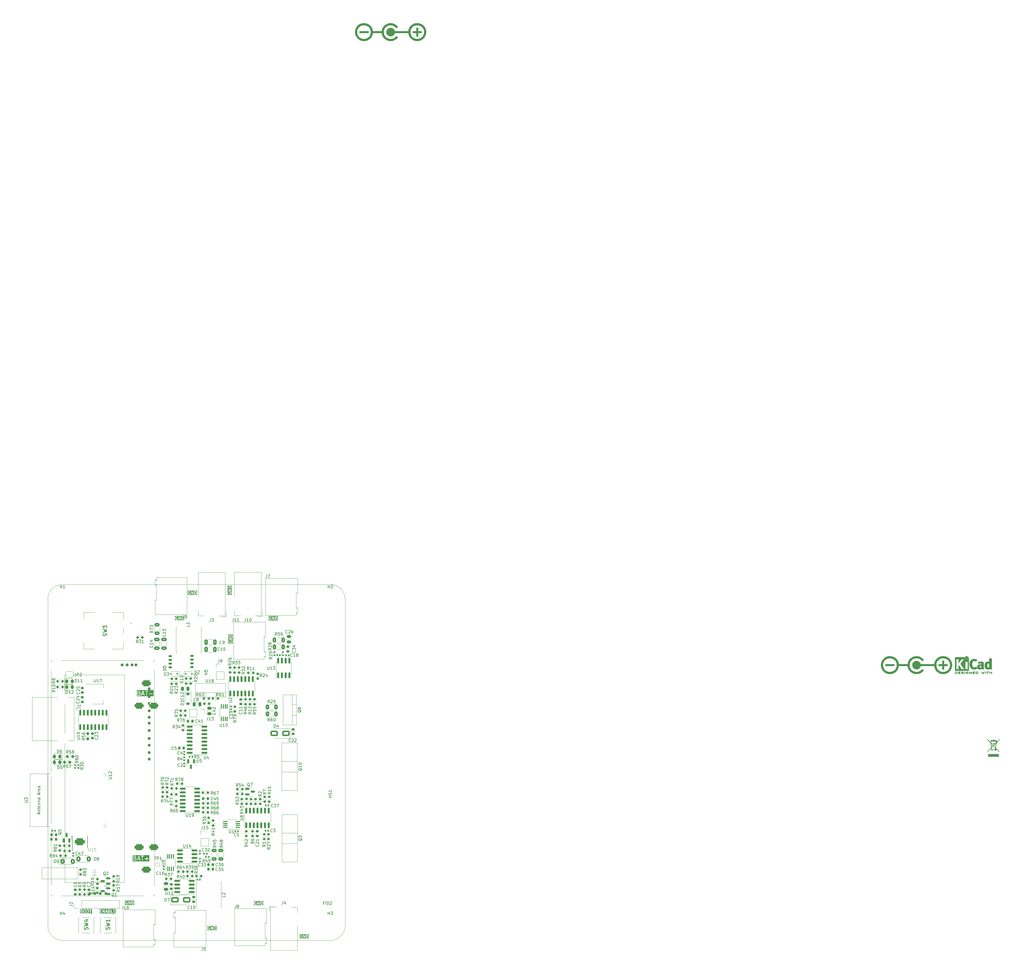
<source format=gbr>
%TF.GenerationSoftware,KiCad,Pcbnew,7.0.8*%
%TF.CreationDate,2023-10-31T22:13:39+02:00*%
%TF.ProjectId,Small_load_V1,536d616c-6c5f-46c6-9f61-645f56312e6b,rev?*%
%TF.SameCoordinates,Original*%
%TF.FileFunction,Legend,Top*%
%TF.FilePolarity,Positive*%
%FSLAX46Y46*%
G04 Gerber Fmt 4.6, Leading zero omitted, Abs format (unit mm)*
G04 Created by KiCad (PCBNEW 7.0.8) date 2023-10-31 22:13:39*
%MOMM*%
%LPD*%
G01*
G04 APERTURE LIST*
G04 Aperture macros list*
%AMRoundRect*
0 Rectangle with rounded corners*
0 $1 Rounding radius*
0 $2 $3 $4 $5 $6 $7 $8 $9 X,Y pos of 4 corners*
0 Add a 4 corners polygon primitive as box body*
4,1,4,$2,$3,$4,$5,$6,$7,$8,$9,$2,$3,0*
0 Add four circle primitives for the rounded corners*
1,1,$1+$1,$2,$3*
1,1,$1+$1,$4,$5*
1,1,$1+$1,$6,$7*
1,1,$1+$1,$8,$9*
0 Add four rect primitives between the rounded corners*
20,1,$1+$1,$2,$3,$4,$5,0*
20,1,$1+$1,$4,$5,$6,$7,0*
20,1,$1+$1,$6,$7,$8,$9,0*
20,1,$1+$1,$8,$9,$2,$3,0*%
%AMHorizOval*
0 Thick line with rounded ends*
0 $1 width*
0 $2 $3 position (X,Y) of the first rounded end (center of the circle)*
0 $4 $5 position (X,Y) of the second rounded end (center of the circle)*
0 Add line between two ends*
20,1,$1,$2,$3,$4,$5,0*
0 Add two circle primitives to create the rounded ends*
1,1,$1,$2,$3*
1,1,$1,$4,$5*%
%AMRotRect*
0 Rectangle, with rotation*
0 The origin of the aperture is its center*
0 $1 length*
0 $2 width*
0 $3 Rotation angle, in degrees counterclockwise*
0 Add horizontal line*
21,1,$1,$2,0,0,$3*%
%AMFreePoly0*
4,1,19,0.500000,-0.750000,0.000000,-0.750000,0.000000,-0.744911,-0.071157,-0.744911,-0.207708,-0.704816,-0.327430,-0.627875,-0.420627,-0.520320,-0.479746,-0.390866,-0.500000,-0.250000,-0.500000,0.250000,-0.479746,0.390866,-0.420627,0.520320,-0.327430,0.627875,-0.207708,0.704816,-0.071157,0.744911,0.000000,0.744911,0.000000,0.750000,0.500000,0.750000,0.500000,-0.750000,0.500000,-0.750000,
$1*%
%AMFreePoly1*
4,1,19,0.000000,0.744911,0.071157,0.744911,0.207708,0.704816,0.327430,0.627875,0.420627,0.520320,0.479746,0.390866,0.500000,0.250000,0.500000,-0.250000,0.479746,-0.390866,0.420627,-0.520320,0.327430,-0.627875,0.207708,-0.704816,0.071157,-0.744911,0.000000,-0.744911,0.000000,-0.750000,-0.500000,-0.750000,-0.500000,0.750000,0.000000,0.750000,0.000000,0.744911,0.000000,0.744911,
$1*%
G04 Aperture macros list end*
%ADD10C,0.200000*%
%ADD11C,0.150000*%
%ADD12C,0.254000*%
%ADD13C,0.100000*%
%ADD14C,0.120000*%
%ADD15C,0.010000*%
%ADD16C,0.050000*%
%ADD17C,0.500500*%
%ADD18RoundRect,0.200000X-0.275000X0.200000X-0.275000X-0.200000X0.275000X-0.200000X0.275000X0.200000X0*%
%ADD19R,0.700000X1.000000*%
%ADD20RoundRect,0.112500X-0.187500X-0.112500X0.187500X-0.112500X0.187500X0.112500X-0.187500X0.112500X0*%
%ADD21R,4.400000X1.800000*%
%ADD22O,4.000000X1.800000*%
%ADD23O,1.800000X4.000000*%
%ADD24RoundRect,0.250000X-0.650000X0.325000X-0.650000X-0.325000X0.650000X-0.325000X0.650000X0.325000X0*%
%ADD25RoundRect,0.150000X0.150000X-0.825000X0.150000X0.825000X-0.150000X0.825000X-0.150000X-0.825000X0*%
%ADD26RoundRect,0.225000X0.250000X-0.225000X0.250000X0.225000X-0.250000X0.225000X-0.250000X-0.225000X0*%
%ADD27RoundRect,0.200000X0.200000X0.275000X-0.200000X0.275000X-0.200000X-0.275000X0.200000X-0.275000X0*%
%ADD28RoundRect,0.135000X-0.185000X0.135000X-0.185000X-0.135000X0.185000X-0.135000X0.185000X0.135000X0*%
%ADD29RoundRect,0.200000X-0.200000X-0.275000X0.200000X-0.275000X0.200000X0.275000X-0.200000X0.275000X0*%
%ADD30RoundRect,0.243750X0.243750X0.456250X-0.243750X0.456250X-0.243750X-0.456250X0.243750X-0.456250X0*%
%ADD31R,1.524000X1.524000*%
%ADD32C,1.524000*%
%ADD33C,3.500000*%
%ADD34R,1.700000X1.700000*%
%ADD35O,1.700000X1.700000*%
%ADD36RoundRect,0.600000X1.100000X-0.600000X1.100000X0.600000X-1.100000X0.600000X-1.100000X-0.600000X0*%
%ADD37R,0.510000X1.100000*%
%ADD38RoundRect,0.225000X0.225000X0.250000X-0.225000X0.250000X-0.225000X-0.250000X0.225000X-0.250000X0*%
%ADD39RoundRect,0.200000X0.275000X-0.200000X0.275000X0.200000X-0.275000X0.200000X-0.275000X-0.200000X0*%
%ADD40RoundRect,0.140000X0.170000X-0.140000X0.170000X0.140000X-0.170000X0.140000X-0.170000X-0.140000X0*%
%ADD41RoundRect,0.140000X-0.170000X0.140000X-0.170000X-0.140000X0.170000X-0.140000X0.170000X0.140000X0*%
%ADD42RoundRect,0.225000X-0.250000X0.225000X-0.250000X-0.225000X0.250000X-0.225000X0.250000X0.225000X0*%
%ADD43C,3.600000*%
%ADD44C,6.400000*%
%ADD45R,1.980000X3.960000*%
%ADD46O,1.980000X3.960000*%
%ADD47RoundRect,0.140000X-0.140000X-0.170000X0.140000X-0.170000X0.140000X0.170000X-0.140000X0.170000X0*%
%ADD48R,1.510000X4.710000*%
%ADD49R,3.100000X4.210000*%
%ADD50RoundRect,0.175000X-0.400000X0.175000X-0.400000X-0.175000X0.400000X-0.175000X0.400000X0.175000X0*%
%ADD51RoundRect,0.250000X0.475000X-0.250000X0.475000X0.250000X-0.475000X0.250000X-0.475000X-0.250000X0*%
%ADD52C,2.000000*%
%ADD53C,4.920000*%
%ADD54C,2.200000*%
%ADD55R,2.000000X1.905000*%
%ADD56O,2.000000X1.905000*%
%ADD57C,5.000000*%
%ADD58RoundRect,0.140000X0.140000X0.170000X-0.140000X0.170000X-0.140000X-0.170000X0.140000X-0.170000X0*%
%ADD59R,4.500000X2.500000*%
%ADD60O,4.500000X2.500000*%
%ADD61RoundRect,0.135000X-0.135000X-0.185000X0.135000X-0.185000X0.135000X0.185000X-0.135000X0.185000X0*%
%ADD62RoundRect,0.237500X0.237500X-0.250000X0.237500X0.250000X-0.237500X0.250000X-0.237500X-0.250000X0*%
%ADD63R,7.500000X2.200000*%
%ADD64RoundRect,0.243750X-0.243750X-0.456250X0.243750X-0.456250X0.243750X0.456250X-0.243750X0.456250X0*%
%ADD65R,1.905000X2.000000*%
%ADD66O,1.905000X2.000000*%
%ADD67RoundRect,0.250000X1.000000X0.650000X-1.000000X0.650000X-1.000000X-0.650000X1.000000X-0.650000X0*%
%ADD68RoundRect,0.250000X-0.475000X0.250000X-0.475000X-0.250000X0.475000X-0.250000X0.475000X0.250000X0*%
%ADD69RoundRect,0.150000X-0.150000X0.587500X-0.150000X-0.587500X0.150000X-0.587500X0.150000X0.587500X0*%
%ADD70C,1.500000*%
%ADD71RoundRect,0.100000X0.100000X-0.712500X0.100000X0.712500X-0.100000X0.712500X-0.100000X-0.712500X0*%
%ADD72RoundRect,0.250000X-0.312500X-0.625000X0.312500X-0.625000X0.312500X0.625000X-0.312500X0.625000X0*%
%ADD73RoundRect,0.250000X-0.400000X-0.600000X0.400000X-0.600000X0.400000X0.600000X-0.400000X0.600000X0*%
%ADD74RoundRect,0.250000X0.625000X-0.312500X0.625000X0.312500X-0.625000X0.312500X-0.625000X-0.312500X0*%
%ADD75RoundRect,0.250000X0.250000X0.475000X-0.250000X0.475000X-0.250000X-0.475000X0.250000X-0.475000X0*%
%ADD76RoundRect,0.150000X0.587500X0.150000X-0.587500X0.150000X-0.587500X-0.150000X0.587500X-0.150000X0*%
%ADD77RoundRect,0.135000X0.185000X-0.135000X0.185000X0.135000X-0.185000X0.135000X-0.185000X-0.135000X0*%
%ADD78RoundRect,0.237500X0.250000X0.237500X-0.250000X0.237500X-0.250000X-0.237500X0.250000X-0.237500X0*%
%ADD79RoundRect,0.250000X-0.325000X-0.650000X0.325000X-0.650000X0.325000X0.650000X-0.325000X0.650000X0*%
%ADD80RoundRect,0.112500X0.187500X0.112500X-0.187500X0.112500X-0.187500X-0.112500X0.187500X-0.112500X0*%
%ADD81RoundRect,0.150000X0.825000X0.150000X-0.825000X0.150000X-0.825000X-0.150000X0.825000X-0.150000X0*%
%ADD82RoundRect,0.225000X-0.375000X0.225000X-0.375000X-0.225000X0.375000X-0.225000X0.375000X0.225000X0*%
%ADD83R,3.500000X3.000000*%
%ADD84C,1.000000*%
%ADD85RoundRect,0.100000X-0.100000X0.712500X-0.100000X-0.712500X0.100000X-0.712500X0.100000X0.712500X0*%
%ADD86R,0.900000X1.500000*%
%ADD87R,1.500000X0.900000*%
%ADD88R,0.900000X0.900000*%
%ADD89C,0.600000*%
%ADD90O,1.900000X0.800000*%
%ADD91RoundRect,0.135000X0.135000X0.185000X-0.135000X0.185000X-0.135000X-0.185000X0.135000X-0.185000X0*%
%ADD92RoundRect,0.250000X0.312500X0.625000X-0.312500X0.625000X-0.312500X-0.625000X0.312500X-0.625000X0*%
%ADD93FreePoly0,180.000000*%
%ADD94FreePoly1,180.000000*%
%ADD95RoundRect,0.150000X-0.825000X-0.150000X0.825000X-0.150000X0.825000X0.150000X-0.825000X0.150000X0*%
%ADD96RoundRect,0.225000X-0.225000X-0.250000X0.225000X-0.250000X0.225000X0.250000X-0.225000X0.250000X0*%
%ADD97RoundRect,0.100000X0.712500X0.100000X-0.712500X0.100000X-0.712500X-0.100000X0.712500X-0.100000X0*%
%ADD98RoundRect,0.150000X-0.587500X-0.150000X0.587500X-0.150000X0.587500X0.150000X-0.587500X0.150000X0*%
%ADD99RoundRect,0.150000X0.150000X-0.587500X0.150000X0.587500X-0.150000X0.587500X-0.150000X-0.587500X0*%
%ADD100RoundRect,0.250000X-1.000000X-0.650000X1.000000X-0.650000X1.000000X0.650000X-1.000000X0.650000X0*%
%ADD101R,2.290000X3.000000*%
%ADD102R,2.000000X1.500000*%
%ADD103R,2.000000X3.800000*%
%ADD104RoundRect,0.500000X1.000000X0.500000X-1.000000X0.500000X-1.000000X-0.500000X1.000000X-0.500000X0*%
%ADD105RoundRect,0.500000X-1.000000X-0.500000X1.000000X-0.500000X1.000000X0.500000X-1.000000X0.500000X0*%
%ADD106C,2.400000*%
%ADD107HorizOval,2.400000X0.000000X0.000000X0.000000X0.000000X0*%
%ADD108C,1.600000*%
%ADD109O,1.600000X1.600000*%
%ADD110RotRect,1.600000X1.600000X135.000000*%
%ADD111O,2.400000X2.400000*%
%ADD112R,1.600000X1.600000*%
%TA.AperFunction,Profile*%
%ADD113C,0.100000*%
%TD*%
G04 APERTURE END LIST*
D10*
G36*
X112344218Y-67403249D02*
G01*
X112415127Y-67438703D01*
X112482197Y-67505773D01*
X112517219Y-67610838D01*
X112517219Y-67732707D01*
X111717219Y-67732707D01*
X111717219Y-67610839D01*
X111752240Y-67505774D01*
X111819313Y-67438702D01*
X111890218Y-67403249D01*
X112058099Y-67361279D01*
X112176337Y-67361279D01*
X112344218Y-67403249D01*
G37*
G36*
X112860076Y-70170802D02*
G01*
X111374362Y-70170802D01*
X111374362Y-69594612D01*
X111517219Y-69594612D01*
X111522227Y-69610027D01*
X111522351Y-69626235D01*
X111569970Y-69769091D01*
X111583659Y-69787636D01*
X111594127Y-69808180D01*
X111689365Y-69903418D01*
X111703807Y-69910776D01*
X111715355Y-69922150D01*
X111810592Y-69969769D01*
X111821613Y-69971429D01*
X111831060Y-69977340D01*
X112021536Y-70024959D01*
X112033952Y-70024098D01*
X112045790Y-70027945D01*
X112188647Y-70027945D01*
X112200484Y-70024098D01*
X112212901Y-70024959D01*
X112403376Y-69977340D01*
X112412822Y-69971429D01*
X112423844Y-69969769D01*
X112519082Y-69922150D01*
X112530630Y-69910775D01*
X112545071Y-69903418D01*
X112640311Y-69808180D01*
X112650779Y-69787635D01*
X112664468Y-69769092D01*
X112712087Y-69626235D01*
X112712210Y-69610027D01*
X112717219Y-69594612D01*
X112717219Y-69499374D01*
X112712210Y-69483958D01*
X112712087Y-69467751D01*
X112664468Y-69324894D01*
X112650776Y-69306347D01*
X112640310Y-69285805D01*
X112592690Y-69238187D01*
X112585502Y-69234524D01*
X112580759Y-69227996D01*
X112558487Y-69220759D01*
X112537622Y-69210128D01*
X112529651Y-69211390D01*
X112521980Y-69208898D01*
X112188647Y-69208898D01*
X112173584Y-69213792D01*
X112157745Y-69213792D01*
X112144931Y-69223101D01*
X112129868Y-69227996D01*
X112120558Y-69240809D01*
X112107745Y-69250119D01*
X112102850Y-69265182D01*
X112093541Y-69277996D01*
X112093541Y-69293835D01*
X112088647Y-69308898D01*
X112088647Y-69499374D01*
X112107745Y-69558153D01*
X112157745Y-69594480D01*
X112219549Y-69594480D01*
X112269549Y-69558153D01*
X112288647Y-69499374D01*
X112288647Y-69408898D01*
X112480560Y-69408898D01*
X112482197Y-69410535D01*
X112517219Y-69515600D01*
X112517219Y-69578385D01*
X112482197Y-69683450D01*
X112415127Y-69750520D01*
X112344218Y-69785974D01*
X112176337Y-69827945D01*
X112058099Y-69827945D01*
X111890218Y-69785974D01*
X111819313Y-69750522D01*
X111752240Y-69683449D01*
X111717219Y-69578385D01*
X111717219Y-69475362D01*
X111754281Y-69401239D01*
X111763486Y-69340124D01*
X111735010Y-69285272D01*
X111679731Y-69257632D01*
X111618764Y-69267763D01*
X111575395Y-69311796D01*
X111527776Y-69407034D01*
X111524342Y-69429831D01*
X111517219Y-69451755D01*
X111517219Y-69594612D01*
X111374362Y-69594612D01*
X111374362Y-68900681D01*
X111519312Y-68900681D01*
X111522113Y-68905582D01*
X111522113Y-68911228D01*
X111537224Y-68932027D01*
X111549976Y-68954342D01*
X111555121Y-68956660D01*
X111558440Y-68961228D01*
X111582886Y-68969171D01*
X111606323Y-68979731D01*
X111611850Y-68978581D01*
X111617219Y-68980326D01*
X112617219Y-68980326D01*
X112675998Y-68961228D01*
X112712325Y-68911228D01*
X112712325Y-68849424D01*
X112675998Y-68799424D01*
X112617219Y-68780326D01*
X111993775Y-68780326D01*
X112666833Y-68395722D01*
X112670628Y-68391544D01*
X112675998Y-68389800D01*
X112691109Y-68369001D01*
X112708392Y-68349978D01*
X112709007Y-68344366D01*
X112712325Y-68339800D01*
X112712325Y-68314096D01*
X112715126Y-68288543D01*
X112712325Y-68283641D01*
X112712325Y-68277996D01*
X112697216Y-68257200D01*
X112684463Y-68234882D01*
X112679316Y-68232562D01*
X112675998Y-68227996D01*
X112651552Y-68220053D01*
X112628115Y-68209493D01*
X112622587Y-68210642D01*
X112617219Y-68208898D01*
X111617219Y-68208898D01*
X111558440Y-68227996D01*
X111522113Y-68277996D01*
X111522113Y-68339800D01*
X111558440Y-68389800D01*
X111617219Y-68408898D01*
X112240663Y-68408898D01*
X111567605Y-68793502D01*
X111563809Y-68797679D01*
X111558440Y-68799424D01*
X111543328Y-68820222D01*
X111526046Y-68839246D01*
X111525430Y-68844857D01*
X111522113Y-68849424D01*
X111522113Y-68875127D01*
X111519312Y-68900681D01*
X111374362Y-68900681D01*
X111374362Y-67832707D01*
X111517219Y-67832707D01*
X111522113Y-67847769D01*
X111522113Y-67863609D01*
X111531422Y-67876422D01*
X111536317Y-67891486D01*
X111549130Y-67900795D01*
X111558440Y-67913609D01*
X111573503Y-67918503D01*
X111586317Y-67927813D01*
X111602156Y-67927813D01*
X111617219Y-67932707D01*
X112617219Y-67932707D01*
X112632282Y-67927813D01*
X112648121Y-67927813D01*
X112660934Y-67918503D01*
X112675998Y-67913609D01*
X112685307Y-67900795D01*
X112698121Y-67891486D01*
X112703015Y-67876422D01*
X112712325Y-67863609D01*
X112712325Y-67847769D01*
X112717219Y-67832707D01*
X112717219Y-67594612D01*
X112712210Y-67579196D01*
X112712087Y-67562989D01*
X112664468Y-67420132D01*
X112650779Y-67401588D01*
X112640311Y-67381044D01*
X112545071Y-67285806D01*
X112530630Y-67278448D01*
X112519082Y-67267074D01*
X112423844Y-67219455D01*
X112412822Y-67217794D01*
X112403376Y-67211884D01*
X112212901Y-67164265D01*
X112200484Y-67165125D01*
X112188647Y-67161279D01*
X112045790Y-67161279D01*
X112033952Y-67165125D01*
X112021536Y-67164265D01*
X111831060Y-67211884D01*
X111821613Y-67217794D01*
X111810592Y-67219455D01*
X111715355Y-67267074D01*
X111703807Y-67278447D01*
X111689365Y-67285806D01*
X111594127Y-67381044D01*
X111583659Y-67401587D01*
X111569970Y-67420133D01*
X111522351Y-67562989D01*
X111522227Y-67579196D01*
X111517219Y-67594612D01*
X111517219Y-67832707D01*
X111374362Y-67832707D01*
X111374362Y-67018422D01*
X112860076Y-67018422D01*
X112860076Y-70170802D01*
G37*
G36*
X95844224Y-61102240D02*
G01*
X95911297Y-61169313D01*
X95946749Y-61240218D01*
X95988720Y-61408099D01*
X95988720Y-61526337D01*
X95946749Y-61694218D01*
X95911296Y-61765124D01*
X95844225Y-61832197D01*
X95739160Y-61867219D01*
X95617292Y-61867219D01*
X95617292Y-61067219D01*
X95739160Y-61067219D01*
X95844224Y-61102240D01*
G37*
G36*
X96331577Y-62210076D02*
G01*
X93179197Y-62210076D01*
X93179197Y-61538647D01*
X93322054Y-61538647D01*
X93325900Y-61550484D01*
X93325040Y-61562901D01*
X93372659Y-61753376D01*
X93378569Y-61762822D01*
X93380230Y-61773844D01*
X93427849Y-61869082D01*
X93439223Y-61880630D01*
X93446581Y-61895071D01*
X93541819Y-61990311D01*
X93562363Y-62000779D01*
X93580907Y-62014468D01*
X93723764Y-62062087D01*
X93739971Y-62062210D01*
X93755387Y-62067219D01*
X93850625Y-62067219D01*
X93866040Y-62062210D01*
X93882248Y-62062087D01*
X94025104Y-62014468D01*
X94043651Y-62000776D01*
X94064193Y-61990310D01*
X94087284Y-61967219D01*
X94369673Y-61967219D01*
X94388771Y-62025998D01*
X94438771Y-62062325D01*
X94500575Y-62062325D01*
X94550575Y-62025998D01*
X94569673Y-61967219D01*
X94569673Y-61343775D01*
X94954277Y-62016833D01*
X94958454Y-62020628D01*
X94960199Y-62025998D01*
X94980997Y-62041109D01*
X95000021Y-62058392D01*
X95005632Y-62059007D01*
X95010199Y-62062325D01*
X95035902Y-62062325D01*
X95061456Y-62065126D01*
X95066358Y-62062325D01*
X95072003Y-62062325D01*
X95092798Y-62047216D01*
X95115117Y-62034463D01*
X95117436Y-62029316D01*
X95122003Y-62025998D01*
X95129945Y-62001552D01*
X95140506Y-61978115D01*
X95139356Y-61972587D01*
X95141101Y-61967219D01*
X95417292Y-61967219D01*
X95422186Y-61982281D01*
X95422186Y-61998121D01*
X95431495Y-62010934D01*
X95436390Y-62025998D01*
X95449203Y-62035307D01*
X95458513Y-62048121D01*
X95473576Y-62053015D01*
X95486390Y-62062325D01*
X95502229Y-62062325D01*
X95517292Y-62067219D01*
X95755387Y-62067219D01*
X95770802Y-62062210D01*
X95787010Y-62062087D01*
X95929866Y-62014468D01*
X95948413Y-62000776D01*
X95968955Y-61990310D01*
X96064193Y-61895071D01*
X96071551Y-61880629D01*
X96082925Y-61869082D01*
X96130544Y-61773845D01*
X96132204Y-61762823D01*
X96138115Y-61753377D01*
X96185734Y-61562901D01*
X96184873Y-61550484D01*
X96188720Y-61538647D01*
X96188720Y-61395790D01*
X96184873Y-61383952D01*
X96185734Y-61371536D01*
X96138115Y-61181060D01*
X96132204Y-61171613D01*
X96130544Y-61160592D01*
X96082925Y-61065355D01*
X96071551Y-61053807D01*
X96064193Y-61039365D01*
X95968955Y-60944127D01*
X95948411Y-60933659D01*
X95929866Y-60919970D01*
X95787010Y-60872351D01*
X95770802Y-60872227D01*
X95755387Y-60867219D01*
X95517292Y-60867219D01*
X95502229Y-60872113D01*
X95486390Y-60872113D01*
X95473576Y-60881422D01*
X95458513Y-60886317D01*
X95449203Y-60899130D01*
X95436390Y-60908440D01*
X95431495Y-60923503D01*
X95422186Y-60936317D01*
X95422186Y-60952156D01*
X95417292Y-60967219D01*
X95417292Y-61967219D01*
X95141101Y-61967219D01*
X95141101Y-60967219D01*
X95122003Y-60908440D01*
X95072003Y-60872113D01*
X95010199Y-60872113D01*
X94960199Y-60908440D01*
X94941101Y-60967219D01*
X94941101Y-61590662D01*
X94556497Y-60917605D01*
X94552319Y-60913809D01*
X94550575Y-60908440D01*
X94529776Y-60893328D01*
X94510753Y-60876046D01*
X94505141Y-60875430D01*
X94500575Y-60872113D01*
X94474872Y-60872113D01*
X94449318Y-60869312D01*
X94444416Y-60872113D01*
X94438771Y-60872113D01*
X94417971Y-60887224D01*
X94395657Y-60899976D01*
X94393338Y-60905121D01*
X94388771Y-60908440D01*
X94380827Y-60932886D01*
X94370268Y-60956323D01*
X94371417Y-60961850D01*
X94369673Y-60967219D01*
X94369673Y-61967219D01*
X94087284Y-61967219D01*
X94111812Y-61942690D01*
X94115474Y-61935502D01*
X94122003Y-61930759D01*
X94129240Y-61908484D01*
X94139870Y-61887622D01*
X94138607Y-61879653D01*
X94141101Y-61871980D01*
X94141101Y-61538647D01*
X94136207Y-61523584D01*
X94136207Y-61507745D01*
X94126897Y-61494931D01*
X94122003Y-61479868D01*
X94109189Y-61470558D01*
X94099880Y-61457745D01*
X94084816Y-61452850D01*
X94072003Y-61443541D01*
X94056164Y-61443541D01*
X94041101Y-61438647D01*
X93850625Y-61438647D01*
X93791846Y-61457745D01*
X93755519Y-61507745D01*
X93755519Y-61569549D01*
X93791846Y-61619549D01*
X93850625Y-61638647D01*
X93941101Y-61638647D01*
X93941101Y-61830559D01*
X93939462Y-61832197D01*
X93834398Y-61867219D01*
X93771613Y-61867219D01*
X93666548Y-61832197D01*
X93599478Y-61765127D01*
X93564024Y-61694218D01*
X93522054Y-61526337D01*
X93522054Y-61408100D01*
X93564024Y-61240218D01*
X93599477Y-61169312D01*
X93666549Y-61102240D01*
X93771613Y-61067219D01*
X93874637Y-61067219D01*
X93948760Y-61104281D01*
X94009875Y-61113486D01*
X94064727Y-61085010D01*
X94092367Y-61029731D01*
X94082236Y-60968764D01*
X94038203Y-60925395D01*
X93942965Y-60877776D01*
X93920167Y-60874342D01*
X93898244Y-60867219D01*
X93755387Y-60867219D01*
X93739971Y-60872227D01*
X93723764Y-60872351D01*
X93580907Y-60919970D01*
X93562360Y-60933660D01*
X93541819Y-60944127D01*
X93446581Y-61039365D01*
X93439222Y-61053807D01*
X93427849Y-61065355D01*
X93380230Y-61160593D01*
X93378569Y-61171614D01*
X93372659Y-61181061D01*
X93325040Y-61371536D01*
X93325900Y-61383952D01*
X93322054Y-61395790D01*
X93322054Y-61538647D01*
X93179197Y-61538647D01*
X93179197Y-60724362D01*
X96331577Y-60724362D01*
X96331577Y-62210076D01*
G37*
G36*
X112044218Y-50753249D02*
G01*
X112115127Y-50788703D01*
X112182197Y-50855773D01*
X112217219Y-50960838D01*
X112217219Y-51082707D01*
X111417219Y-51082707D01*
X111417219Y-50960839D01*
X111452240Y-50855774D01*
X111519313Y-50788702D01*
X111590218Y-50753249D01*
X111758099Y-50711279D01*
X111876337Y-50711279D01*
X112044218Y-50753249D01*
G37*
G36*
X112560076Y-53520802D02*
G01*
X111074362Y-53520802D01*
X111074362Y-52944612D01*
X111217219Y-52944612D01*
X111222227Y-52960027D01*
X111222351Y-52976235D01*
X111269970Y-53119091D01*
X111283659Y-53137636D01*
X111294127Y-53158180D01*
X111389365Y-53253418D01*
X111403807Y-53260776D01*
X111415355Y-53272150D01*
X111510592Y-53319769D01*
X111521613Y-53321429D01*
X111531060Y-53327340D01*
X111721536Y-53374959D01*
X111733952Y-53374098D01*
X111745790Y-53377945D01*
X111888647Y-53377945D01*
X111900484Y-53374098D01*
X111912901Y-53374959D01*
X112103376Y-53327340D01*
X112112822Y-53321429D01*
X112123844Y-53319769D01*
X112219082Y-53272150D01*
X112230630Y-53260775D01*
X112245071Y-53253418D01*
X112340311Y-53158180D01*
X112350779Y-53137635D01*
X112364468Y-53119092D01*
X112412087Y-52976235D01*
X112412210Y-52960027D01*
X112417219Y-52944612D01*
X112417219Y-52849374D01*
X112412210Y-52833958D01*
X112412087Y-52817751D01*
X112364468Y-52674894D01*
X112350776Y-52656347D01*
X112340310Y-52635805D01*
X112292690Y-52588187D01*
X112285502Y-52584524D01*
X112280759Y-52577996D01*
X112258487Y-52570759D01*
X112237622Y-52560128D01*
X112229651Y-52561390D01*
X112221980Y-52558898D01*
X111888647Y-52558898D01*
X111873584Y-52563792D01*
X111857745Y-52563792D01*
X111844931Y-52573101D01*
X111829868Y-52577996D01*
X111820558Y-52590809D01*
X111807745Y-52600119D01*
X111802850Y-52615182D01*
X111793541Y-52627996D01*
X111793541Y-52643835D01*
X111788647Y-52658898D01*
X111788647Y-52849374D01*
X111807745Y-52908153D01*
X111857745Y-52944480D01*
X111919549Y-52944480D01*
X111969549Y-52908153D01*
X111988647Y-52849374D01*
X111988647Y-52758898D01*
X112180560Y-52758898D01*
X112182197Y-52760535D01*
X112217219Y-52865600D01*
X112217219Y-52928385D01*
X112182197Y-53033450D01*
X112115127Y-53100520D01*
X112044218Y-53135974D01*
X111876337Y-53177945D01*
X111758099Y-53177945D01*
X111590218Y-53135974D01*
X111519313Y-53100522D01*
X111452240Y-53033449D01*
X111417219Y-52928385D01*
X111417219Y-52825362D01*
X111454281Y-52751239D01*
X111463486Y-52690124D01*
X111435010Y-52635272D01*
X111379731Y-52607632D01*
X111318764Y-52617763D01*
X111275395Y-52661796D01*
X111227776Y-52757034D01*
X111224342Y-52779831D01*
X111217219Y-52801755D01*
X111217219Y-52944612D01*
X111074362Y-52944612D01*
X111074362Y-52250681D01*
X111219312Y-52250681D01*
X111222113Y-52255582D01*
X111222113Y-52261228D01*
X111237224Y-52282027D01*
X111249976Y-52304342D01*
X111255121Y-52306660D01*
X111258440Y-52311228D01*
X111282886Y-52319171D01*
X111306323Y-52329731D01*
X111311850Y-52328581D01*
X111317219Y-52330326D01*
X112317219Y-52330326D01*
X112375998Y-52311228D01*
X112412325Y-52261228D01*
X112412325Y-52199424D01*
X112375998Y-52149424D01*
X112317219Y-52130326D01*
X111693775Y-52130326D01*
X112366833Y-51745722D01*
X112370628Y-51741544D01*
X112375998Y-51739800D01*
X112391109Y-51719001D01*
X112408392Y-51699978D01*
X112409007Y-51694366D01*
X112412325Y-51689800D01*
X112412325Y-51664096D01*
X112415126Y-51638543D01*
X112412325Y-51633641D01*
X112412325Y-51627996D01*
X112397216Y-51607200D01*
X112384463Y-51584882D01*
X112379316Y-51582562D01*
X112375998Y-51577996D01*
X112351552Y-51570053D01*
X112328115Y-51559493D01*
X112322587Y-51560642D01*
X112317219Y-51558898D01*
X111317219Y-51558898D01*
X111258440Y-51577996D01*
X111222113Y-51627996D01*
X111222113Y-51689800D01*
X111258440Y-51739800D01*
X111317219Y-51758898D01*
X111940663Y-51758898D01*
X111267605Y-52143502D01*
X111263809Y-52147679D01*
X111258440Y-52149424D01*
X111243328Y-52170222D01*
X111226046Y-52189246D01*
X111225430Y-52194857D01*
X111222113Y-52199424D01*
X111222113Y-52225127D01*
X111219312Y-52250681D01*
X111074362Y-52250681D01*
X111074362Y-51182707D01*
X111217219Y-51182707D01*
X111222113Y-51197769D01*
X111222113Y-51213609D01*
X111231422Y-51226422D01*
X111236317Y-51241486D01*
X111249130Y-51250795D01*
X111258440Y-51263609D01*
X111273503Y-51268503D01*
X111286317Y-51277813D01*
X111302156Y-51277813D01*
X111317219Y-51282707D01*
X112317219Y-51282707D01*
X112332282Y-51277813D01*
X112348121Y-51277813D01*
X112360934Y-51268503D01*
X112375998Y-51263609D01*
X112385307Y-51250795D01*
X112398121Y-51241486D01*
X112403015Y-51226422D01*
X112412325Y-51213609D01*
X112412325Y-51197769D01*
X112417219Y-51182707D01*
X112417219Y-50944612D01*
X112412210Y-50929196D01*
X112412087Y-50912989D01*
X112364468Y-50770132D01*
X112350779Y-50751588D01*
X112340311Y-50731044D01*
X112245071Y-50635806D01*
X112230630Y-50628448D01*
X112219082Y-50617074D01*
X112123844Y-50569455D01*
X112112822Y-50567794D01*
X112103376Y-50561884D01*
X111912901Y-50514265D01*
X111900484Y-50515125D01*
X111888647Y-50511279D01*
X111745790Y-50511279D01*
X111733952Y-50515125D01*
X111721536Y-50514265D01*
X111531060Y-50561884D01*
X111521613Y-50567794D01*
X111510592Y-50569455D01*
X111415355Y-50617074D01*
X111403807Y-50628447D01*
X111389365Y-50635806D01*
X111294127Y-50731044D01*
X111283659Y-50751587D01*
X111269970Y-50770133D01*
X111222351Y-50912989D01*
X111222227Y-50929196D01*
X111217219Y-50944612D01*
X111217219Y-51182707D01*
X111074362Y-51182707D01*
X111074362Y-50368422D01*
X112560076Y-50368422D01*
X112560076Y-53520802D01*
G37*
G36*
X122694224Y-157952240D02*
G01*
X122761297Y-158019313D01*
X122796749Y-158090218D01*
X122838720Y-158258099D01*
X122838720Y-158376337D01*
X122796749Y-158544218D01*
X122761296Y-158615124D01*
X122694225Y-158682197D01*
X122589160Y-158717219D01*
X122467292Y-158717219D01*
X122467292Y-157917219D01*
X122589160Y-157917219D01*
X122694224Y-157952240D01*
G37*
G36*
X123181577Y-159060076D02*
G01*
X120029197Y-159060076D01*
X120029197Y-158388647D01*
X120172054Y-158388647D01*
X120175900Y-158400484D01*
X120175040Y-158412901D01*
X120222659Y-158603376D01*
X120228569Y-158612822D01*
X120230230Y-158623844D01*
X120277849Y-158719082D01*
X120289223Y-158730630D01*
X120296581Y-158745071D01*
X120391819Y-158840311D01*
X120412363Y-158850779D01*
X120430907Y-158864468D01*
X120573764Y-158912087D01*
X120589971Y-158912210D01*
X120605387Y-158917219D01*
X120700625Y-158917219D01*
X120716040Y-158912210D01*
X120732248Y-158912087D01*
X120875104Y-158864468D01*
X120893651Y-158850776D01*
X120914193Y-158840310D01*
X120937284Y-158817219D01*
X121219673Y-158817219D01*
X121238771Y-158875998D01*
X121288771Y-158912325D01*
X121350575Y-158912325D01*
X121400575Y-158875998D01*
X121419673Y-158817219D01*
X121419673Y-158193775D01*
X121804277Y-158866833D01*
X121808454Y-158870628D01*
X121810199Y-158875998D01*
X121830997Y-158891109D01*
X121850021Y-158908392D01*
X121855632Y-158909007D01*
X121860199Y-158912325D01*
X121885902Y-158912325D01*
X121911456Y-158915126D01*
X121916358Y-158912325D01*
X121922003Y-158912325D01*
X121942798Y-158897216D01*
X121965117Y-158884463D01*
X121967436Y-158879316D01*
X121972003Y-158875998D01*
X121979945Y-158851552D01*
X121990506Y-158828115D01*
X121989356Y-158822587D01*
X121991101Y-158817219D01*
X122267292Y-158817219D01*
X122272186Y-158832281D01*
X122272186Y-158848121D01*
X122281495Y-158860934D01*
X122286390Y-158875998D01*
X122299203Y-158885307D01*
X122308513Y-158898121D01*
X122323576Y-158903015D01*
X122336390Y-158912325D01*
X122352229Y-158912325D01*
X122367292Y-158917219D01*
X122605387Y-158917219D01*
X122620802Y-158912210D01*
X122637010Y-158912087D01*
X122779866Y-158864468D01*
X122798413Y-158850776D01*
X122818955Y-158840310D01*
X122914193Y-158745071D01*
X122921551Y-158730629D01*
X122932925Y-158719082D01*
X122980544Y-158623845D01*
X122982204Y-158612823D01*
X122988115Y-158603377D01*
X123035734Y-158412901D01*
X123034873Y-158400484D01*
X123038720Y-158388647D01*
X123038720Y-158245790D01*
X123034873Y-158233952D01*
X123035734Y-158221536D01*
X122988115Y-158031060D01*
X122982204Y-158021613D01*
X122980544Y-158010592D01*
X122932925Y-157915355D01*
X122921551Y-157903807D01*
X122914193Y-157889365D01*
X122818955Y-157794127D01*
X122798411Y-157783659D01*
X122779866Y-157769970D01*
X122637010Y-157722351D01*
X122620802Y-157722227D01*
X122605387Y-157717219D01*
X122367292Y-157717219D01*
X122352229Y-157722113D01*
X122336390Y-157722113D01*
X122323576Y-157731422D01*
X122308513Y-157736317D01*
X122299203Y-157749130D01*
X122286390Y-157758440D01*
X122281495Y-157773503D01*
X122272186Y-157786317D01*
X122272186Y-157802156D01*
X122267292Y-157817219D01*
X122267292Y-158817219D01*
X121991101Y-158817219D01*
X121991101Y-157817219D01*
X121972003Y-157758440D01*
X121922003Y-157722113D01*
X121860199Y-157722113D01*
X121810199Y-157758440D01*
X121791101Y-157817219D01*
X121791101Y-158440662D01*
X121406497Y-157767605D01*
X121402319Y-157763809D01*
X121400575Y-157758440D01*
X121379776Y-157743328D01*
X121360753Y-157726046D01*
X121355141Y-157725430D01*
X121350575Y-157722113D01*
X121324872Y-157722113D01*
X121299318Y-157719312D01*
X121294416Y-157722113D01*
X121288771Y-157722113D01*
X121267971Y-157737224D01*
X121245657Y-157749976D01*
X121243338Y-157755121D01*
X121238771Y-157758440D01*
X121230827Y-157782886D01*
X121220268Y-157806323D01*
X121221417Y-157811850D01*
X121219673Y-157817219D01*
X121219673Y-158817219D01*
X120937284Y-158817219D01*
X120961812Y-158792690D01*
X120965474Y-158785502D01*
X120972003Y-158780759D01*
X120979240Y-158758484D01*
X120989870Y-158737622D01*
X120988607Y-158729653D01*
X120991101Y-158721980D01*
X120991101Y-158388647D01*
X120986207Y-158373584D01*
X120986207Y-158357745D01*
X120976897Y-158344931D01*
X120972003Y-158329868D01*
X120959189Y-158320558D01*
X120949880Y-158307745D01*
X120934816Y-158302850D01*
X120922003Y-158293541D01*
X120906164Y-158293541D01*
X120891101Y-158288647D01*
X120700625Y-158288647D01*
X120641846Y-158307745D01*
X120605519Y-158357745D01*
X120605519Y-158419549D01*
X120641846Y-158469549D01*
X120700625Y-158488647D01*
X120791101Y-158488647D01*
X120791101Y-158680559D01*
X120789462Y-158682197D01*
X120684398Y-158717219D01*
X120621613Y-158717219D01*
X120516548Y-158682197D01*
X120449478Y-158615127D01*
X120414024Y-158544218D01*
X120372054Y-158376337D01*
X120372054Y-158258100D01*
X120414024Y-158090218D01*
X120449477Y-158019312D01*
X120516549Y-157952240D01*
X120621613Y-157917219D01*
X120724637Y-157917219D01*
X120798760Y-157954281D01*
X120859875Y-157963486D01*
X120914727Y-157935010D01*
X120942367Y-157879731D01*
X120932236Y-157818764D01*
X120888203Y-157775395D01*
X120792965Y-157727776D01*
X120770167Y-157724342D01*
X120748244Y-157717219D01*
X120605387Y-157717219D01*
X120589971Y-157722227D01*
X120573764Y-157722351D01*
X120430907Y-157769970D01*
X120412360Y-157783660D01*
X120391819Y-157794127D01*
X120296581Y-157889365D01*
X120289222Y-157903807D01*
X120277849Y-157915355D01*
X120230230Y-158010593D01*
X120228569Y-158021614D01*
X120222659Y-158031061D01*
X120175040Y-158221536D01*
X120175900Y-158233952D01*
X120172054Y-158245790D01*
X120172054Y-158388647D01*
X120029197Y-158388647D01*
X120029197Y-157574362D01*
X123181577Y-157574362D01*
X123181577Y-159060076D01*
G37*
G36*
X81198986Y-87079144D02*
G01*
X81242249Y-87122407D01*
X81295863Y-87229634D01*
X81295863Y-87396707D01*
X81242249Y-87503934D01*
X81193769Y-87552414D01*
X81086542Y-87606028D01*
X80638720Y-87606028D01*
X80638720Y-87020314D01*
X81022493Y-87020314D01*
X81198986Y-87079144D01*
G37*
G36*
X81122341Y-86359642D02*
G01*
X81170819Y-86408119D01*
X81224435Y-86515349D01*
X81224435Y-86610992D01*
X81170819Y-86718222D01*
X81122341Y-86766699D01*
X81015113Y-86820314D01*
X80638720Y-86820314D01*
X80638720Y-86306028D01*
X81015113Y-86306028D01*
X81122341Y-86359642D01*
G37*
G36*
X82542836Y-87177457D02*
G01*
X82106034Y-87177457D01*
X82324435Y-86522255D01*
X82542836Y-87177457D01*
G37*
G36*
X85919541Y-88020314D02*
G01*
X80224434Y-88020314D01*
X80224434Y-87706028D01*
X80438720Y-87706028D01*
X80443614Y-87721090D01*
X80443614Y-87736930D01*
X80452923Y-87749743D01*
X80457818Y-87764807D01*
X80470631Y-87774116D01*
X80479941Y-87786930D01*
X80495004Y-87791824D01*
X80507818Y-87801134D01*
X80523657Y-87801134D01*
X80538720Y-87806028D01*
X81110149Y-87806028D01*
X81132072Y-87798904D01*
X81154870Y-87795471D01*
X81273399Y-87736207D01*
X81729097Y-87736207D01*
X81765044Y-87786481D01*
X81823676Y-87806026D01*
X81882598Y-87787374D01*
X81919303Y-87737651D01*
X82039368Y-87377457D01*
X82609502Y-87377457D01*
X82729567Y-87737651D01*
X82766272Y-87787374D01*
X82825194Y-87806026D01*
X82883826Y-87786482D01*
X82919773Y-87736207D01*
X82919303Y-87674405D01*
X82440145Y-86236930D01*
X83015043Y-86236930D01*
X83051370Y-86286930D01*
X83110149Y-86306028D01*
X83438720Y-86306028D01*
X83438720Y-87706028D01*
X83457818Y-87764807D01*
X83507818Y-87801134D01*
X83569622Y-87801134D01*
X83619622Y-87764807D01*
X83638720Y-87706028D01*
X83638720Y-87165502D01*
X84372185Y-87165502D01*
X84408512Y-87215502D01*
X84467291Y-87234600D01*
X85610149Y-87234600D01*
X85668928Y-87215502D01*
X85705255Y-87165502D01*
X85705255Y-87103698D01*
X85668928Y-87053698D01*
X85610149Y-87034600D01*
X84467291Y-87034600D01*
X84408512Y-87053698D01*
X84372185Y-87103698D01*
X84372185Y-87165502D01*
X83638720Y-87165502D01*
X83638720Y-86306028D01*
X83967292Y-86306028D01*
X84026071Y-86286930D01*
X84062398Y-86236930D01*
X84062398Y-86175126D01*
X84026071Y-86125126D01*
X83967292Y-86106028D01*
X83110149Y-86106028D01*
X83051370Y-86125126D01*
X83015043Y-86175126D01*
X83015043Y-86236930D01*
X82440145Y-86236930D01*
X82419303Y-86174405D01*
X82401392Y-86150141D01*
X82383826Y-86125574D01*
X82383070Y-86125322D01*
X82382598Y-86124682D01*
X82353832Y-86115576D01*
X82325194Y-86106030D01*
X82324435Y-86106270D01*
X82323676Y-86106030D01*
X82295066Y-86115566D01*
X82266272Y-86124682D01*
X82265798Y-86125323D01*
X82265044Y-86125575D01*
X82247489Y-86150126D01*
X82229567Y-86174405D01*
X81729567Y-87674405D01*
X81729097Y-87736207D01*
X81273399Y-87736207D01*
X81297727Y-87724043D01*
X81309274Y-87712669D01*
X81323717Y-87705311D01*
X81395146Y-87633882D01*
X81402504Y-87619439D01*
X81413878Y-87607892D01*
X81485306Y-87465035D01*
X81488739Y-87442237D01*
X81495863Y-87420314D01*
X81495863Y-87206028D01*
X81488739Y-87184104D01*
X81485306Y-87161307D01*
X81413878Y-87018450D01*
X81402504Y-87006902D01*
X81395146Y-86992460D01*
X81323717Y-86921031D01*
X81303173Y-86910563D01*
X81284628Y-86896874D01*
X81277414Y-86894469D01*
X81323716Y-86848168D01*
X81331073Y-86833728D01*
X81342449Y-86822179D01*
X81413878Y-86679322D01*
X81417311Y-86656523D01*
X81424435Y-86634600D01*
X81424435Y-86491742D01*
X81417311Y-86469818D01*
X81413878Y-86447020D01*
X81342449Y-86304163D01*
X81331073Y-86292613D01*
X81323716Y-86278174D01*
X81252289Y-86206746D01*
X81237846Y-86199387D01*
X81226299Y-86188014D01*
X81083441Y-86116585D01*
X81060643Y-86113151D01*
X81038720Y-86106028D01*
X80538720Y-86106028D01*
X80523657Y-86110922D01*
X80507818Y-86110922D01*
X80495004Y-86120231D01*
X80479941Y-86125126D01*
X80470631Y-86137939D01*
X80457818Y-86147249D01*
X80452923Y-86162312D01*
X80443614Y-86175126D01*
X80443614Y-86190965D01*
X80438720Y-86206028D01*
X80438720Y-87706028D01*
X80224434Y-87706028D01*
X80224434Y-85891742D01*
X85919541Y-85891742D01*
X85919541Y-88020314D01*
G37*
G36*
X79798986Y-143179144D02*
G01*
X79842249Y-143222407D01*
X79895863Y-143329634D01*
X79895863Y-143496707D01*
X79842249Y-143603934D01*
X79793769Y-143652414D01*
X79686542Y-143706028D01*
X79238720Y-143706028D01*
X79238720Y-143120314D01*
X79622493Y-143120314D01*
X79798986Y-143179144D01*
G37*
G36*
X79722341Y-142459642D02*
G01*
X79770819Y-142508119D01*
X79824435Y-142615349D01*
X79824435Y-142710992D01*
X79770819Y-142818222D01*
X79722341Y-142866699D01*
X79615113Y-142920314D01*
X79238720Y-142920314D01*
X79238720Y-142406028D01*
X79615113Y-142406028D01*
X79722341Y-142459642D01*
G37*
G36*
X81142836Y-143277457D02*
G01*
X80706034Y-143277457D01*
X80924435Y-142622255D01*
X81142836Y-143277457D01*
G37*
G36*
X84519541Y-144120314D02*
G01*
X78824434Y-144120314D01*
X78824434Y-143806028D01*
X79038720Y-143806028D01*
X79043614Y-143821090D01*
X79043614Y-143836930D01*
X79052923Y-143849743D01*
X79057818Y-143864807D01*
X79070631Y-143874116D01*
X79079941Y-143886930D01*
X79095004Y-143891824D01*
X79107818Y-143901134D01*
X79123657Y-143901134D01*
X79138720Y-143906028D01*
X79710149Y-143906028D01*
X79732072Y-143898904D01*
X79754870Y-143895471D01*
X79873399Y-143836207D01*
X80329097Y-143836207D01*
X80365044Y-143886481D01*
X80423676Y-143906026D01*
X80482598Y-143887374D01*
X80519303Y-143837651D01*
X80639368Y-143477457D01*
X81209502Y-143477457D01*
X81329567Y-143837651D01*
X81366272Y-143887374D01*
X81425194Y-143906026D01*
X81483826Y-143886482D01*
X81519773Y-143836207D01*
X81519303Y-143774405D01*
X81040145Y-142336930D01*
X81615043Y-142336930D01*
X81651370Y-142386930D01*
X81710149Y-142406028D01*
X82038720Y-142406028D01*
X82038720Y-143806028D01*
X82057818Y-143864807D01*
X82107818Y-143901134D01*
X82169622Y-143901134D01*
X82219622Y-143864807D01*
X82238720Y-143806028D01*
X82238720Y-143265502D01*
X82972185Y-143265502D01*
X83008512Y-143315502D01*
X83067291Y-143334600D01*
X83538720Y-143334600D01*
X83538720Y-143806028D01*
X83557818Y-143864807D01*
X83607818Y-143901134D01*
X83669622Y-143901134D01*
X83719622Y-143864807D01*
X83738720Y-143806028D01*
X83738720Y-143334600D01*
X84210149Y-143334600D01*
X84268928Y-143315502D01*
X84305255Y-143265502D01*
X84305255Y-143203698D01*
X84268928Y-143153698D01*
X84210149Y-143134600D01*
X83738720Y-143134600D01*
X83738720Y-142663171D01*
X83719622Y-142604392D01*
X83669622Y-142568065D01*
X83607818Y-142568065D01*
X83557818Y-142604392D01*
X83538720Y-142663171D01*
X83538720Y-143134600D01*
X83067291Y-143134600D01*
X83008512Y-143153698D01*
X82972185Y-143203698D01*
X82972185Y-143265502D01*
X82238720Y-143265502D01*
X82238720Y-142406028D01*
X82567292Y-142406028D01*
X82626071Y-142386930D01*
X82662398Y-142336930D01*
X82662398Y-142275126D01*
X82626071Y-142225126D01*
X82567292Y-142206028D01*
X81710149Y-142206028D01*
X81651370Y-142225126D01*
X81615043Y-142275126D01*
X81615043Y-142336930D01*
X81040145Y-142336930D01*
X81019303Y-142274405D01*
X81001392Y-142250141D01*
X80983826Y-142225574D01*
X80983070Y-142225322D01*
X80982598Y-142224682D01*
X80953832Y-142215576D01*
X80925194Y-142206030D01*
X80924435Y-142206270D01*
X80923676Y-142206030D01*
X80895066Y-142215566D01*
X80866272Y-142224682D01*
X80865798Y-142225323D01*
X80865044Y-142225575D01*
X80847489Y-142250126D01*
X80829567Y-142274405D01*
X80329567Y-143774405D01*
X80329097Y-143836207D01*
X79873399Y-143836207D01*
X79897727Y-143824043D01*
X79909274Y-143812669D01*
X79923717Y-143805311D01*
X79995146Y-143733882D01*
X80002504Y-143719439D01*
X80013878Y-143707892D01*
X80085306Y-143565035D01*
X80088739Y-143542237D01*
X80095863Y-143520314D01*
X80095863Y-143306028D01*
X80088739Y-143284104D01*
X80085306Y-143261307D01*
X80013878Y-143118450D01*
X80002504Y-143106902D01*
X79995146Y-143092460D01*
X79923717Y-143021031D01*
X79903173Y-143010563D01*
X79884628Y-142996874D01*
X79877414Y-142994469D01*
X79923716Y-142948168D01*
X79931073Y-142933728D01*
X79942449Y-142922179D01*
X80013878Y-142779322D01*
X80017311Y-142756523D01*
X80024435Y-142734600D01*
X80024435Y-142591742D01*
X80017311Y-142569818D01*
X80013878Y-142547020D01*
X79942449Y-142404163D01*
X79931073Y-142392613D01*
X79923716Y-142378174D01*
X79852289Y-142306746D01*
X79837846Y-142299387D01*
X79826299Y-142288014D01*
X79683441Y-142216585D01*
X79660643Y-142213151D01*
X79638720Y-142206028D01*
X79138720Y-142206028D01*
X79123657Y-142210922D01*
X79107818Y-142210922D01*
X79095004Y-142220231D01*
X79079941Y-142225126D01*
X79070631Y-142237939D01*
X79057818Y-142247249D01*
X79052923Y-142262312D01*
X79043614Y-142275126D01*
X79043614Y-142290965D01*
X79038720Y-142306028D01*
X79038720Y-143806028D01*
X78824434Y-143806028D01*
X78824434Y-141991742D01*
X84519541Y-141991742D01*
X84519541Y-144120314D01*
G37*
G36*
X71001368Y-161178430D02*
G01*
X71020820Y-161197882D01*
X71050625Y-161257492D01*
X71050625Y-161353135D01*
X71020820Y-161412743D01*
X70996151Y-161437413D01*
X70936542Y-161467219D01*
X70679197Y-161467219D01*
X70679197Y-161143409D01*
X70896303Y-161143409D01*
X71001368Y-161178430D01*
G37*
G36*
X70948532Y-160697024D02*
G01*
X70973201Y-160721692D01*
X71003006Y-160781302D01*
X71003006Y-160829326D01*
X70973201Y-160888935D01*
X70948532Y-160913603D01*
X70888923Y-160943409D01*
X70679197Y-160943409D01*
X70679197Y-160667219D01*
X70888923Y-160667219D01*
X70948532Y-160697024D01*
G37*
G36*
X70011883Y-161181504D02*
G01*
X69813178Y-161181504D01*
X69912530Y-160883446D01*
X70011883Y-161181504D01*
G37*
G36*
X73102874Y-161810076D02*
G01*
X67526816Y-161810076D01*
X67526816Y-161567219D01*
X67669673Y-161567219D01*
X67674567Y-161582281D01*
X67674567Y-161598121D01*
X67683876Y-161610934D01*
X67688771Y-161625998D01*
X67701584Y-161635307D01*
X67710894Y-161648121D01*
X67725957Y-161653015D01*
X67738771Y-161662325D01*
X67754610Y-161662325D01*
X67769673Y-161667219D01*
X68245863Y-161667219D01*
X68304642Y-161648121D01*
X68340969Y-161598121D01*
X68340969Y-161567219D01*
X68574435Y-161567219D01*
X68593533Y-161625998D01*
X68643533Y-161662325D01*
X68705337Y-161662325D01*
X68755337Y-161625998D01*
X68774435Y-161567219D01*
X68774435Y-160943775D01*
X69159039Y-161616833D01*
X69163216Y-161620628D01*
X69164961Y-161625998D01*
X69185759Y-161641109D01*
X69204783Y-161658392D01*
X69210394Y-161659007D01*
X69214961Y-161662325D01*
X69240664Y-161662325D01*
X69266218Y-161665126D01*
X69271120Y-161662325D01*
X69276765Y-161662325D01*
X69297560Y-161647216D01*
X69319879Y-161634463D01*
X69322198Y-161629316D01*
X69326765Y-161625998D01*
X69334707Y-161601552D01*
X69336579Y-161597398D01*
X69483859Y-161597398D01*
X69519806Y-161647672D01*
X69578438Y-161667217D01*
X69637360Y-161648565D01*
X69674065Y-161598842D01*
X69746511Y-161381504D01*
X70078549Y-161381504D01*
X70150995Y-161598841D01*
X70187700Y-161648565D01*
X70246622Y-161667216D01*
X70305254Y-161647672D01*
X70341201Y-161597398D01*
X70340971Y-161567219D01*
X70479197Y-161567219D01*
X70484091Y-161582281D01*
X70484091Y-161598121D01*
X70493400Y-161610934D01*
X70498295Y-161625998D01*
X70511108Y-161635307D01*
X70520418Y-161648121D01*
X70535481Y-161653015D01*
X70548295Y-161662325D01*
X70564134Y-161662325D01*
X70579197Y-161667219D01*
X70960149Y-161667219D01*
X70982072Y-161660095D01*
X71004870Y-161656662D01*
X71100108Y-161609043D01*
X71111656Y-161597668D01*
X71126098Y-161590310D01*
X71149189Y-161567219D01*
X71479197Y-161567219D01*
X71484091Y-161582281D01*
X71484091Y-161598121D01*
X71493400Y-161610934D01*
X71498295Y-161625998D01*
X71511108Y-161635307D01*
X71520418Y-161648121D01*
X71535481Y-161653015D01*
X71548295Y-161662325D01*
X71564134Y-161662325D01*
X71579197Y-161667219D01*
X72055387Y-161667219D01*
X72114166Y-161648121D01*
X72150493Y-161598121D01*
X72150493Y-161567219D01*
X72288721Y-161567219D01*
X72293615Y-161582281D01*
X72293615Y-161598121D01*
X72302924Y-161610934D01*
X72307819Y-161625998D01*
X72320632Y-161635307D01*
X72329942Y-161648121D01*
X72345005Y-161653015D01*
X72357819Y-161662325D01*
X72373658Y-161662325D01*
X72388721Y-161667219D01*
X72864911Y-161667219D01*
X72923690Y-161648121D01*
X72960017Y-161598121D01*
X72960017Y-161536317D01*
X72923690Y-161486317D01*
X72864911Y-161467219D01*
X72488721Y-161467219D01*
X72488721Y-161143409D01*
X72722054Y-161143409D01*
X72780833Y-161124311D01*
X72817160Y-161074311D01*
X72817160Y-161012507D01*
X72780833Y-160962507D01*
X72722054Y-160943409D01*
X72488721Y-160943409D01*
X72488721Y-160667219D01*
X72864911Y-160667219D01*
X72923690Y-160648121D01*
X72960017Y-160598121D01*
X72960017Y-160536317D01*
X72923690Y-160486317D01*
X72864911Y-160467219D01*
X72388721Y-160467219D01*
X72373658Y-160472113D01*
X72357819Y-160472113D01*
X72345005Y-160481422D01*
X72329942Y-160486317D01*
X72320632Y-160499130D01*
X72307819Y-160508440D01*
X72302924Y-160523503D01*
X72293615Y-160536317D01*
X72293615Y-160552156D01*
X72288721Y-160567219D01*
X72288721Y-161567219D01*
X72150493Y-161567219D01*
X72150493Y-161536317D01*
X72114166Y-161486317D01*
X72055387Y-161467219D01*
X71679197Y-161467219D01*
X71679197Y-160567219D01*
X71660099Y-160508440D01*
X71610099Y-160472113D01*
X71548295Y-160472113D01*
X71498295Y-160508440D01*
X71479197Y-160567219D01*
X71479197Y-161567219D01*
X71149189Y-161567219D01*
X71173717Y-161542690D01*
X71181074Y-161528249D01*
X71192449Y-161516701D01*
X71240068Y-161421464D01*
X71243501Y-161398665D01*
X71250625Y-161376742D01*
X71250625Y-161233885D01*
X71243501Y-161211961D01*
X71240068Y-161189163D01*
X71192449Y-161093926D01*
X71181074Y-161082377D01*
X71173716Y-161067936D01*
X71126098Y-161020317D01*
X71125146Y-161019832D01*
X71126097Y-161018882D01*
X71133455Y-161004440D01*
X71144830Y-160992892D01*
X71192449Y-160897655D01*
X71195882Y-160874856D01*
X71203006Y-160852933D01*
X71203006Y-160757695D01*
X71195882Y-160735771D01*
X71192449Y-160712973D01*
X71144830Y-160617736D01*
X71133455Y-160606187D01*
X71126097Y-160591746D01*
X71078479Y-160544127D01*
X71064036Y-160536768D01*
X71052489Y-160525395D01*
X70957251Y-160477776D01*
X70934453Y-160474342D01*
X70912530Y-160467219D01*
X70579197Y-160467219D01*
X70564134Y-160472113D01*
X70548295Y-160472113D01*
X70535481Y-160481422D01*
X70520418Y-160486317D01*
X70511108Y-160499130D01*
X70498295Y-160508440D01*
X70493400Y-160523503D01*
X70484091Y-160536317D01*
X70484091Y-160552156D01*
X70479197Y-160567219D01*
X70479197Y-161567219D01*
X70340971Y-161567219D01*
X70340731Y-161535596D01*
X70007398Y-160535596D01*
X69989475Y-160511317D01*
X69971921Y-160486766D01*
X69971166Y-160486514D01*
X69970693Y-160485873D01*
X69941867Y-160476748D01*
X69913289Y-160467222D01*
X69912531Y-160467461D01*
X69911771Y-160467221D01*
X69883132Y-160476767D01*
X69854367Y-160485873D01*
X69853893Y-160486514D01*
X69853139Y-160486766D01*
X69835572Y-160511333D01*
X69817662Y-160535597D01*
X69484329Y-161535596D01*
X69483859Y-161597398D01*
X69336579Y-161597398D01*
X69345268Y-161578115D01*
X69344118Y-161572587D01*
X69345863Y-161567219D01*
X69345863Y-160567219D01*
X69326765Y-160508440D01*
X69276765Y-160472113D01*
X69214961Y-160472113D01*
X69164961Y-160508440D01*
X69145863Y-160567219D01*
X69145863Y-161190662D01*
X68761259Y-160517605D01*
X68757081Y-160513809D01*
X68755337Y-160508440D01*
X68734538Y-160493328D01*
X68715515Y-160476046D01*
X68709903Y-160475430D01*
X68705337Y-160472113D01*
X68679634Y-160472113D01*
X68654080Y-160469312D01*
X68649178Y-160472113D01*
X68643533Y-160472113D01*
X68622733Y-160487224D01*
X68600419Y-160499976D01*
X68598100Y-160505121D01*
X68593533Y-160508440D01*
X68585589Y-160532886D01*
X68575030Y-160556323D01*
X68576179Y-160561850D01*
X68574435Y-160567219D01*
X68574435Y-161567219D01*
X68340969Y-161567219D01*
X68340969Y-161536317D01*
X68304642Y-161486317D01*
X68245863Y-161467219D01*
X67869673Y-161467219D01*
X67869673Y-161143409D01*
X68103006Y-161143409D01*
X68161785Y-161124311D01*
X68198112Y-161074311D01*
X68198112Y-161012507D01*
X68161785Y-160962507D01*
X68103006Y-160943409D01*
X67869673Y-160943409D01*
X67869673Y-160667219D01*
X68245863Y-160667219D01*
X68304642Y-160648121D01*
X68340969Y-160598121D01*
X68340969Y-160536317D01*
X68304642Y-160486317D01*
X68245863Y-160467219D01*
X67769673Y-160467219D01*
X67754610Y-160472113D01*
X67738771Y-160472113D01*
X67725957Y-160481422D01*
X67710894Y-160486317D01*
X67701584Y-160499130D01*
X67688771Y-160508440D01*
X67683876Y-160523503D01*
X67674567Y-160536317D01*
X67674567Y-160552156D01*
X67669673Y-160567219D01*
X67669673Y-161567219D01*
X67526816Y-161567219D01*
X67526816Y-160324362D01*
X73102874Y-160324362D01*
X73102874Y-161810076D01*
G37*
G36*
X138194224Y-169202240D02*
G01*
X138261297Y-169269313D01*
X138296749Y-169340218D01*
X138338720Y-169508099D01*
X138338720Y-169626337D01*
X138296749Y-169794218D01*
X138261296Y-169865124D01*
X138194225Y-169932197D01*
X138089160Y-169967219D01*
X137967292Y-169967219D01*
X137967292Y-169167219D01*
X138089160Y-169167219D01*
X138194224Y-169202240D01*
G37*
G36*
X138681577Y-170310076D02*
G01*
X135529197Y-170310076D01*
X135529197Y-169638647D01*
X135672054Y-169638647D01*
X135675900Y-169650484D01*
X135675040Y-169662901D01*
X135722659Y-169853376D01*
X135728569Y-169862822D01*
X135730230Y-169873844D01*
X135777849Y-169969082D01*
X135789223Y-169980630D01*
X135796581Y-169995071D01*
X135891819Y-170090311D01*
X135912363Y-170100779D01*
X135930907Y-170114468D01*
X136073764Y-170162087D01*
X136089971Y-170162210D01*
X136105387Y-170167219D01*
X136200625Y-170167219D01*
X136216040Y-170162210D01*
X136232248Y-170162087D01*
X136375104Y-170114468D01*
X136393651Y-170100776D01*
X136414193Y-170090310D01*
X136437284Y-170067219D01*
X136719673Y-170067219D01*
X136738771Y-170125998D01*
X136788771Y-170162325D01*
X136850575Y-170162325D01*
X136900575Y-170125998D01*
X136919673Y-170067219D01*
X136919673Y-169443775D01*
X137304277Y-170116833D01*
X137308454Y-170120628D01*
X137310199Y-170125998D01*
X137330997Y-170141109D01*
X137350021Y-170158392D01*
X137355632Y-170159007D01*
X137360199Y-170162325D01*
X137385902Y-170162325D01*
X137411456Y-170165126D01*
X137416358Y-170162325D01*
X137422003Y-170162325D01*
X137442798Y-170147216D01*
X137465117Y-170134463D01*
X137467436Y-170129316D01*
X137472003Y-170125998D01*
X137479945Y-170101552D01*
X137490506Y-170078115D01*
X137489356Y-170072587D01*
X137491101Y-170067219D01*
X137767292Y-170067219D01*
X137772186Y-170082281D01*
X137772186Y-170098121D01*
X137781495Y-170110934D01*
X137786390Y-170125998D01*
X137799203Y-170135307D01*
X137808513Y-170148121D01*
X137823576Y-170153015D01*
X137836390Y-170162325D01*
X137852229Y-170162325D01*
X137867292Y-170167219D01*
X138105387Y-170167219D01*
X138120802Y-170162210D01*
X138137010Y-170162087D01*
X138279866Y-170114468D01*
X138298413Y-170100776D01*
X138318955Y-170090310D01*
X138414193Y-169995071D01*
X138421551Y-169980629D01*
X138432925Y-169969082D01*
X138480544Y-169873845D01*
X138482204Y-169862823D01*
X138488115Y-169853377D01*
X138535734Y-169662901D01*
X138534873Y-169650484D01*
X138538720Y-169638647D01*
X138538720Y-169495790D01*
X138534873Y-169483952D01*
X138535734Y-169471536D01*
X138488115Y-169281060D01*
X138482204Y-169271613D01*
X138480544Y-169260592D01*
X138432925Y-169165355D01*
X138421551Y-169153807D01*
X138414193Y-169139365D01*
X138318955Y-169044127D01*
X138298411Y-169033659D01*
X138279866Y-169019970D01*
X138137010Y-168972351D01*
X138120802Y-168972227D01*
X138105387Y-168967219D01*
X137867292Y-168967219D01*
X137852229Y-168972113D01*
X137836390Y-168972113D01*
X137823576Y-168981422D01*
X137808513Y-168986317D01*
X137799203Y-168999130D01*
X137786390Y-169008440D01*
X137781495Y-169023503D01*
X137772186Y-169036317D01*
X137772186Y-169052156D01*
X137767292Y-169067219D01*
X137767292Y-170067219D01*
X137491101Y-170067219D01*
X137491101Y-169067219D01*
X137472003Y-169008440D01*
X137422003Y-168972113D01*
X137360199Y-168972113D01*
X137310199Y-169008440D01*
X137291101Y-169067219D01*
X137291101Y-169690662D01*
X136906497Y-169017605D01*
X136902319Y-169013809D01*
X136900575Y-169008440D01*
X136879776Y-168993328D01*
X136860753Y-168976046D01*
X136855141Y-168975430D01*
X136850575Y-168972113D01*
X136824872Y-168972113D01*
X136799318Y-168969312D01*
X136794416Y-168972113D01*
X136788771Y-168972113D01*
X136767971Y-168987224D01*
X136745657Y-168999976D01*
X136743338Y-169005121D01*
X136738771Y-169008440D01*
X136730827Y-169032886D01*
X136720268Y-169056323D01*
X136721417Y-169061850D01*
X136719673Y-169067219D01*
X136719673Y-170067219D01*
X136437284Y-170067219D01*
X136461812Y-170042690D01*
X136465474Y-170035502D01*
X136472003Y-170030759D01*
X136479240Y-170008484D01*
X136489870Y-169987622D01*
X136488607Y-169979653D01*
X136491101Y-169971980D01*
X136491101Y-169638647D01*
X136486207Y-169623584D01*
X136486207Y-169607745D01*
X136476897Y-169594931D01*
X136472003Y-169579868D01*
X136459189Y-169570558D01*
X136449880Y-169557745D01*
X136434816Y-169552850D01*
X136422003Y-169543541D01*
X136406164Y-169543541D01*
X136391101Y-169538647D01*
X136200625Y-169538647D01*
X136141846Y-169557745D01*
X136105519Y-169607745D01*
X136105519Y-169669549D01*
X136141846Y-169719549D01*
X136200625Y-169738647D01*
X136291101Y-169738647D01*
X136291101Y-169930559D01*
X136289462Y-169932197D01*
X136184398Y-169967219D01*
X136121613Y-169967219D01*
X136016548Y-169932197D01*
X135949478Y-169865127D01*
X135914024Y-169794218D01*
X135872054Y-169626337D01*
X135872054Y-169508100D01*
X135914024Y-169340218D01*
X135949477Y-169269312D01*
X136016549Y-169202240D01*
X136121613Y-169167219D01*
X136224637Y-169167219D01*
X136298760Y-169204281D01*
X136359875Y-169213486D01*
X136414727Y-169185010D01*
X136442367Y-169129731D01*
X136432236Y-169068764D01*
X136388203Y-169025395D01*
X136292965Y-168977776D01*
X136270167Y-168974342D01*
X136248244Y-168967219D01*
X136105387Y-168967219D01*
X136089971Y-168972227D01*
X136073764Y-168972351D01*
X135930907Y-169019970D01*
X135912360Y-169033660D01*
X135891819Y-169044127D01*
X135796581Y-169139365D01*
X135789222Y-169153807D01*
X135777849Y-169165355D01*
X135730230Y-169260593D01*
X135728569Y-169271614D01*
X135722659Y-169281061D01*
X135675040Y-169471536D01*
X135675900Y-169483952D01*
X135672054Y-169495790D01*
X135672054Y-169638647D01*
X135529197Y-169638647D01*
X135529197Y-168824362D01*
X138681577Y-168824362D01*
X138681577Y-170310076D01*
G37*
G36*
X78844224Y-157802240D02*
G01*
X78911297Y-157869313D01*
X78946749Y-157940218D01*
X78988720Y-158108099D01*
X78988720Y-158226337D01*
X78946749Y-158394218D01*
X78911296Y-158465124D01*
X78844225Y-158532197D01*
X78739160Y-158567219D01*
X78617292Y-158567219D01*
X78617292Y-157767219D01*
X78739160Y-157767219D01*
X78844224Y-157802240D01*
G37*
G36*
X79331577Y-158910076D02*
G01*
X76179197Y-158910076D01*
X76179197Y-158238647D01*
X76322054Y-158238647D01*
X76325900Y-158250484D01*
X76325040Y-158262901D01*
X76372659Y-158453376D01*
X76378569Y-158462822D01*
X76380230Y-158473844D01*
X76427849Y-158569082D01*
X76439223Y-158580630D01*
X76446581Y-158595071D01*
X76541819Y-158690311D01*
X76562363Y-158700779D01*
X76580907Y-158714468D01*
X76723764Y-158762087D01*
X76739971Y-158762210D01*
X76755387Y-158767219D01*
X76850625Y-158767219D01*
X76866040Y-158762210D01*
X76882248Y-158762087D01*
X77025104Y-158714468D01*
X77043651Y-158700776D01*
X77064193Y-158690310D01*
X77087284Y-158667219D01*
X77369673Y-158667219D01*
X77388771Y-158725998D01*
X77438771Y-158762325D01*
X77500575Y-158762325D01*
X77550575Y-158725998D01*
X77569673Y-158667219D01*
X77569673Y-158043775D01*
X77954277Y-158716833D01*
X77958454Y-158720628D01*
X77960199Y-158725998D01*
X77980997Y-158741109D01*
X78000021Y-158758392D01*
X78005632Y-158759007D01*
X78010199Y-158762325D01*
X78035902Y-158762325D01*
X78061456Y-158765126D01*
X78066358Y-158762325D01*
X78072003Y-158762325D01*
X78092798Y-158747216D01*
X78115117Y-158734463D01*
X78117436Y-158729316D01*
X78122003Y-158725998D01*
X78129945Y-158701552D01*
X78140506Y-158678115D01*
X78139356Y-158672587D01*
X78141101Y-158667219D01*
X78417292Y-158667219D01*
X78422186Y-158682281D01*
X78422186Y-158698121D01*
X78431495Y-158710934D01*
X78436390Y-158725998D01*
X78449203Y-158735307D01*
X78458513Y-158748121D01*
X78473576Y-158753015D01*
X78486390Y-158762325D01*
X78502229Y-158762325D01*
X78517292Y-158767219D01*
X78755387Y-158767219D01*
X78770802Y-158762210D01*
X78787010Y-158762087D01*
X78929866Y-158714468D01*
X78948413Y-158700776D01*
X78968955Y-158690310D01*
X79064193Y-158595071D01*
X79071551Y-158580629D01*
X79082925Y-158569082D01*
X79130544Y-158473845D01*
X79132204Y-158462823D01*
X79138115Y-158453377D01*
X79185734Y-158262901D01*
X79184873Y-158250484D01*
X79188720Y-158238647D01*
X79188720Y-158095790D01*
X79184873Y-158083952D01*
X79185734Y-158071536D01*
X79138115Y-157881060D01*
X79132204Y-157871613D01*
X79130544Y-157860592D01*
X79082925Y-157765355D01*
X79071551Y-157753807D01*
X79064193Y-157739365D01*
X78968955Y-157644127D01*
X78948411Y-157633659D01*
X78929866Y-157619970D01*
X78787010Y-157572351D01*
X78770802Y-157572227D01*
X78755387Y-157567219D01*
X78517292Y-157567219D01*
X78502229Y-157572113D01*
X78486390Y-157572113D01*
X78473576Y-157581422D01*
X78458513Y-157586317D01*
X78449203Y-157599130D01*
X78436390Y-157608440D01*
X78431495Y-157623503D01*
X78422186Y-157636317D01*
X78422186Y-157652156D01*
X78417292Y-157667219D01*
X78417292Y-158667219D01*
X78141101Y-158667219D01*
X78141101Y-157667219D01*
X78122003Y-157608440D01*
X78072003Y-157572113D01*
X78010199Y-157572113D01*
X77960199Y-157608440D01*
X77941101Y-157667219D01*
X77941101Y-158290662D01*
X77556497Y-157617605D01*
X77552319Y-157613809D01*
X77550575Y-157608440D01*
X77529776Y-157593328D01*
X77510753Y-157576046D01*
X77505141Y-157575430D01*
X77500575Y-157572113D01*
X77474872Y-157572113D01*
X77449318Y-157569312D01*
X77444416Y-157572113D01*
X77438771Y-157572113D01*
X77417971Y-157587224D01*
X77395657Y-157599976D01*
X77393338Y-157605121D01*
X77388771Y-157608440D01*
X77380827Y-157632886D01*
X77370268Y-157656323D01*
X77371417Y-157661850D01*
X77369673Y-157667219D01*
X77369673Y-158667219D01*
X77087284Y-158667219D01*
X77111812Y-158642690D01*
X77115474Y-158635502D01*
X77122003Y-158630759D01*
X77129240Y-158608484D01*
X77139870Y-158587622D01*
X77138607Y-158579653D01*
X77141101Y-158571980D01*
X77141101Y-158238647D01*
X77136207Y-158223584D01*
X77136207Y-158207745D01*
X77126897Y-158194931D01*
X77122003Y-158179868D01*
X77109189Y-158170558D01*
X77099880Y-158157745D01*
X77084816Y-158152850D01*
X77072003Y-158143541D01*
X77056164Y-158143541D01*
X77041101Y-158138647D01*
X76850625Y-158138647D01*
X76791846Y-158157745D01*
X76755519Y-158207745D01*
X76755519Y-158269549D01*
X76791846Y-158319549D01*
X76850625Y-158338647D01*
X76941101Y-158338647D01*
X76941101Y-158530559D01*
X76939462Y-158532197D01*
X76834398Y-158567219D01*
X76771613Y-158567219D01*
X76666548Y-158532197D01*
X76599478Y-158465127D01*
X76564024Y-158394218D01*
X76522054Y-158226337D01*
X76522054Y-158108100D01*
X76564024Y-157940218D01*
X76599477Y-157869312D01*
X76666549Y-157802240D01*
X76771613Y-157767219D01*
X76874637Y-157767219D01*
X76948760Y-157804281D01*
X77009875Y-157813486D01*
X77064727Y-157785010D01*
X77092367Y-157729731D01*
X77082236Y-157668764D01*
X77038203Y-157625395D01*
X76942965Y-157577776D01*
X76920167Y-157574342D01*
X76898244Y-157567219D01*
X76755387Y-157567219D01*
X76739971Y-157572227D01*
X76723764Y-157572351D01*
X76580907Y-157619970D01*
X76562360Y-157633660D01*
X76541819Y-157644127D01*
X76446581Y-157739365D01*
X76439222Y-157753807D01*
X76427849Y-157765355D01*
X76380230Y-157860593D01*
X76378569Y-157871614D01*
X76372659Y-157881061D01*
X76325040Y-158071536D01*
X76325900Y-158083952D01*
X76322054Y-158095790D01*
X76322054Y-158238647D01*
X76179197Y-158238647D01*
X76179197Y-157424362D01*
X79331577Y-157424362D01*
X79331577Y-158910076D01*
G37*
G36*
X100194224Y-52452240D02*
G01*
X100261297Y-52519313D01*
X100296749Y-52590218D01*
X100338720Y-52758099D01*
X100338720Y-52876337D01*
X100296749Y-53044218D01*
X100261296Y-53115124D01*
X100194225Y-53182197D01*
X100089160Y-53217219D01*
X99967292Y-53217219D01*
X99967292Y-52417219D01*
X100089160Y-52417219D01*
X100194224Y-52452240D01*
G37*
G36*
X100681577Y-53560076D02*
G01*
X97529197Y-53560076D01*
X97529197Y-52888647D01*
X97672054Y-52888647D01*
X97675900Y-52900484D01*
X97675040Y-52912901D01*
X97722659Y-53103376D01*
X97728569Y-53112822D01*
X97730230Y-53123844D01*
X97777849Y-53219082D01*
X97789223Y-53230630D01*
X97796581Y-53245071D01*
X97891819Y-53340311D01*
X97912363Y-53350779D01*
X97930907Y-53364468D01*
X98073764Y-53412087D01*
X98089971Y-53412210D01*
X98105387Y-53417219D01*
X98200625Y-53417219D01*
X98216040Y-53412210D01*
X98232248Y-53412087D01*
X98375104Y-53364468D01*
X98393651Y-53350776D01*
X98414193Y-53340310D01*
X98437284Y-53317219D01*
X98719673Y-53317219D01*
X98738771Y-53375998D01*
X98788771Y-53412325D01*
X98850575Y-53412325D01*
X98900575Y-53375998D01*
X98919673Y-53317219D01*
X98919673Y-52693775D01*
X99304277Y-53366833D01*
X99308454Y-53370628D01*
X99310199Y-53375998D01*
X99330997Y-53391109D01*
X99350021Y-53408392D01*
X99355632Y-53409007D01*
X99360199Y-53412325D01*
X99385902Y-53412325D01*
X99411456Y-53415126D01*
X99416358Y-53412325D01*
X99422003Y-53412325D01*
X99442798Y-53397216D01*
X99465117Y-53384463D01*
X99467436Y-53379316D01*
X99472003Y-53375998D01*
X99479945Y-53351552D01*
X99490506Y-53328115D01*
X99489356Y-53322587D01*
X99491101Y-53317219D01*
X99767292Y-53317219D01*
X99772186Y-53332281D01*
X99772186Y-53348121D01*
X99781495Y-53360934D01*
X99786390Y-53375998D01*
X99799203Y-53385307D01*
X99808513Y-53398121D01*
X99823576Y-53403015D01*
X99836390Y-53412325D01*
X99852229Y-53412325D01*
X99867292Y-53417219D01*
X100105387Y-53417219D01*
X100120802Y-53412210D01*
X100137010Y-53412087D01*
X100279866Y-53364468D01*
X100298413Y-53350776D01*
X100318955Y-53340310D01*
X100414193Y-53245071D01*
X100421551Y-53230629D01*
X100432925Y-53219082D01*
X100480544Y-53123845D01*
X100482204Y-53112823D01*
X100488115Y-53103377D01*
X100535734Y-52912901D01*
X100534873Y-52900484D01*
X100538720Y-52888647D01*
X100538720Y-52745790D01*
X100534873Y-52733952D01*
X100535734Y-52721536D01*
X100488115Y-52531060D01*
X100482204Y-52521613D01*
X100480544Y-52510592D01*
X100432925Y-52415355D01*
X100421551Y-52403807D01*
X100414193Y-52389365D01*
X100318955Y-52294127D01*
X100298411Y-52283659D01*
X100279866Y-52269970D01*
X100137010Y-52222351D01*
X100120802Y-52222227D01*
X100105387Y-52217219D01*
X99867292Y-52217219D01*
X99852229Y-52222113D01*
X99836390Y-52222113D01*
X99823576Y-52231422D01*
X99808513Y-52236317D01*
X99799203Y-52249130D01*
X99786390Y-52258440D01*
X99781495Y-52273503D01*
X99772186Y-52286317D01*
X99772186Y-52302156D01*
X99767292Y-52317219D01*
X99767292Y-53317219D01*
X99491101Y-53317219D01*
X99491101Y-52317219D01*
X99472003Y-52258440D01*
X99422003Y-52222113D01*
X99360199Y-52222113D01*
X99310199Y-52258440D01*
X99291101Y-52317219D01*
X99291101Y-52940662D01*
X98906497Y-52267605D01*
X98902319Y-52263809D01*
X98900575Y-52258440D01*
X98879776Y-52243328D01*
X98860753Y-52226046D01*
X98855141Y-52225430D01*
X98850575Y-52222113D01*
X98824872Y-52222113D01*
X98799318Y-52219312D01*
X98794416Y-52222113D01*
X98788771Y-52222113D01*
X98767971Y-52237224D01*
X98745657Y-52249976D01*
X98743338Y-52255121D01*
X98738771Y-52258440D01*
X98730827Y-52282886D01*
X98720268Y-52306323D01*
X98721417Y-52311850D01*
X98719673Y-52317219D01*
X98719673Y-53317219D01*
X98437284Y-53317219D01*
X98461812Y-53292690D01*
X98465474Y-53285502D01*
X98472003Y-53280759D01*
X98479240Y-53258484D01*
X98489870Y-53237622D01*
X98488607Y-53229653D01*
X98491101Y-53221980D01*
X98491101Y-52888647D01*
X98486207Y-52873584D01*
X98486207Y-52857745D01*
X98476897Y-52844931D01*
X98472003Y-52829868D01*
X98459189Y-52820558D01*
X98449880Y-52807745D01*
X98434816Y-52802850D01*
X98422003Y-52793541D01*
X98406164Y-52793541D01*
X98391101Y-52788647D01*
X98200625Y-52788647D01*
X98141846Y-52807745D01*
X98105519Y-52857745D01*
X98105519Y-52919549D01*
X98141846Y-52969549D01*
X98200625Y-52988647D01*
X98291101Y-52988647D01*
X98291101Y-53180559D01*
X98289462Y-53182197D01*
X98184398Y-53217219D01*
X98121613Y-53217219D01*
X98016548Y-53182197D01*
X97949478Y-53115127D01*
X97914024Y-53044218D01*
X97872054Y-52876337D01*
X97872054Y-52758100D01*
X97914024Y-52590218D01*
X97949477Y-52519312D01*
X98016549Y-52452240D01*
X98121613Y-52417219D01*
X98224637Y-52417219D01*
X98298760Y-52454281D01*
X98359875Y-52463486D01*
X98414727Y-52435010D01*
X98442367Y-52379731D01*
X98432236Y-52318764D01*
X98388203Y-52275395D01*
X98292965Y-52227776D01*
X98270167Y-52224342D01*
X98248244Y-52217219D01*
X98105387Y-52217219D01*
X98089971Y-52222227D01*
X98073764Y-52222351D01*
X97930907Y-52269970D01*
X97912360Y-52283660D01*
X97891819Y-52294127D01*
X97796581Y-52389365D01*
X97789222Y-52403807D01*
X97777849Y-52415355D01*
X97730230Y-52510593D01*
X97728569Y-52521614D01*
X97722659Y-52531061D01*
X97675040Y-52721536D01*
X97675900Y-52733952D01*
X97672054Y-52745790D01*
X97672054Y-52888647D01*
X97529197Y-52888647D01*
X97529197Y-52074362D01*
X100681577Y-52074362D01*
X100681577Y-53560076D01*
G37*
G36*
X106844224Y-166402240D02*
G01*
X106911297Y-166469313D01*
X106946749Y-166540218D01*
X106988720Y-166708099D01*
X106988720Y-166826337D01*
X106946749Y-166994218D01*
X106911296Y-167065124D01*
X106844225Y-167132197D01*
X106739160Y-167167219D01*
X106617292Y-167167219D01*
X106617292Y-166367219D01*
X106739160Y-166367219D01*
X106844224Y-166402240D01*
G37*
G36*
X107331577Y-167510076D02*
G01*
X104179197Y-167510076D01*
X104179197Y-166838647D01*
X104322054Y-166838647D01*
X104325900Y-166850484D01*
X104325040Y-166862901D01*
X104372659Y-167053376D01*
X104378569Y-167062822D01*
X104380230Y-167073844D01*
X104427849Y-167169082D01*
X104439223Y-167180630D01*
X104446581Y-167195071D01*
X104541819Y-167290311D01*
X104562363Y-167300779D01*
X104580907Y-167314468D01*
X104723764Y-167362087D01*
X104739971Y-167362210D01*
X104755387Y-167367219D01*
X104850625Y-167367219D01*
X104866040Y-167362210D01*
X104882248Y-167362087D01*
X105025104Y-167314468D01*
X105043651Y-167300776D01*
X105064193Y-167290310D01*
X105087284Y-167267219D01*
X105369673Y-167267219D01*
X105388771Y-167325998D01*
X105438771Y-167362325D01*
X105500575Y-167362325D01*
X105550575Y-167325998D01*
X105569673Y-167267219D01*
X105569673Y-166643775D01*
X105954277Y-167316833D01*
X105958454Y-167320628D01*
X105960199Y-167325998D01*
X105980997Y-167341109D01*
X106000021Y-167358392D01*
X106005632Y-167359007D01*
X106010199Y-167362325D01*
X106035902Y-167362325D01*
X106061456Y-167365126D01*
X106066358Y-167362325D01*
X106072003Y-167362325D01*
X106092798Y-167347216D01*
X106115117Y-167334463D01*
X106117436Y-167329316D01*
X106122003Y-167325998D01*
X106129945Y-167301552D01*
X106140506Y-167278115D01*
X106139356Y-167272587D01*
X106141101Y-167267219D01*
X106417292Y-167267219D01*
X106422186Y-167282281D01*
X106422186Y-167298121D01*
X106431495Y-167310934D01*
X106436390Y-167325998D01*
X106449203Y-167335307D01*
X106458513Y-167348121D01*
X106473576Y-167353015D01*
X106486390Y-167362325D01*
X106502229Y-167362325D01*
X106517292Y-167367219D01*
X106755387Y-167367219D01*
X106770802Y-167362210D01*
X106787010Y-167362087D01*
X106929866Y-167314468D01*
X106948413Y-167300776D01*
X106968955Y-167290310D01*
X107064193Y-167195071D01*
X107071551Y-167180629D01*
X107082925Y-167169082D01*
X107130544Y-167073845D01*
X107132204Y-167062823D01*
X107138115Y-167053377D01*
X107185734Y-166862901D01*
X107184873Y-166850484D01*
X107188720Y-166838647D01*
X107188720Y-166695790D01*
X107184873Y-166683952D01*
X107185734Y-166671536D01*
X107138115Y-166481060D01*
X107132204Y-166471613D01*
X107130544Y-166460592D01*
X107082925Y-166365355D01*
X107071551Y-166353807D01*
X107064193Y-166339365D01*
X106968955Y-166244127D01*
X106948411Y-166233659D01*
X106929866Y-166219970D01*
X106787010Y-166172351D01*
X106770802Y-166172227D01*
X106755387Y-166167219D01*
X106517292Y-166167219D01*
X106502229Y-166172113D01*
X106486390Y-166172113D01*
X106473576Y-166181422D01*
X106458513Y-166186317D01*
X106449203Y-166199130D01*
X106436390Y-166208440D01*
X106431495Y-166223503D01*
X106422186Y-166236317D01*
X106422186Y-166252156D01*
X106417292Y-166267219D01*
X106417292Y-167267219D01*
X106141101Y-167267219D01*
X106141101Y-166267219D01*
X106122003Y-166208440D01*
X106072003Y-166172113D01*
X106010199Y-166172113D01*
X105960199Y-166208440D01*
X105941101Y-166267219D01*
X105941101Y-166890662D01*
X105556497Y-166217605D01*
X105552319Y-166213809D01*
X105550575Y-166208440D01*
X105529776Y-166193328D01*
X105510753Y-166176046D01*
X105505141Y-166175430D01*
X105500575Y-166172113D01*
X105474872Y-166172113D01*
X105449318Y-166169312D01*
X105444416Y-166172113D01*
X105438771Y-166172113D01*
X105417971Y-166187224D01*
X105395657Y-166199976D01*
X105393338Y-166205121D01*
X105388771Y-166208440D01*
X105380827Y-166232886D01*
X105370268Y-166256323D01*
X105371417Y-166261850D01*
X105369673Y-166267219D01*
X105369673Y-167267219D01*
X105087284Y-167267219D01*
X105111812Y-167242690D01*
X105115474Y-167235502D01*
X105122003Y-167230759D01*
X105129240Y-167208484D01*
X105139870Y-167187622D01*
X105138607Y-167179653D01*
X105141101Y-167171980D01*
X105141101Y-166838647D01*
X105136207Y-166823584D01*
X105136207Y-166807745D01*
X105126897Y-166794931D01*
X105122003Y-166779868D01*
X105109189Y-166770558D01*
X105099880Y-166757745D01*
X105084816Y-166752850D01*
X105072003Y-166743541D01*
X105056164Y-166743541D01*
X105041101Y-166738647D01*
X104850625Y-166738647D01*
X104791846Y-166757745D01*
X104755519Y-166807745D01*
X104755519Y-166869549D01*
X104791846Y-166919549D01*
X104850625Y-166938647D01*
X104941101Y-166938647D01*
X104941101Y-167130559D01*
X104939462Y-167132197D01*
X104834398Y-167167219D01*
X104771613Y-167167219D01*
X104666548Y-167132197D01*
X104599478Y-167065127D01*
X104564024Y-166994218D01*
X104522054Y-166826337D01*
X104522054Y-166708100D01*
X104564024Y-166540218D01*
X104599477Y-166469312D01*
X104666549Y-166402240D01*
X104771613Y-166367219D01*
X104874637Y-166367219D01*
X104948760Y-166404281D01*
X105009875Y-166413486D01*
X105064727Y-166385010D01*
X105092367Y-166329731D01*
X105082236Y-166268764D01*
X105038203Y-166225395D01*
X104942965Y-166177776D01*
X104920167Y-166174342D01*
X104898244Y-166167219D01*
X104755387Y-166167219D01*
X104739971Y-166172227D01*
X104723764Y-166172351D01*
X104580907Y-166219970D01*
X104562360Y-166233660D01*
X104541819Y-166244127D01*
X104446581Y-166339365D01*
X104439222Y-166353807D01*
X104427849Y-166365355D01*
X104380230Y-166460593D01*
X104378569Y-166471614D01*
X104372659Y-166481061D01*
X104325040Y-166671536D01*
X104325900Y-166683952D01*
X104322054Y-166695790D01*
X104322054Y-166838647D01*
X104179197Y-166838647D01*
X104179197Y-166024362D01*
X107331577Y-166024362D01*
X107331577Y-167510076D01*
G37*
G36*
X127694224Y-61152240D02*
G01*
X127761297Y-61219313D01*
X127796749Y-61290218D01*
X127838720Y-61458099D01*
X127838720Y-61576337D01*
X127796749Y-61744218D01*
X127761296Y-61815124D01*
X127694225Y-61882197D01*
X127589160Y-61917219D01*
X127467292Y-61917219D01*
X127467292Y-61117219D01*
X127589160Y-61117219D01*
X127694224Y-61152240D01*
G37*
G36*
X128181577Y-62260076D02*
G01*
X125029197Y-62260076D01*
X125029197Y-61588647D01*
X125172054Y-61588647D01*
X125175900Y-61600484D01*
X125175040Y-61612901D01*
X125222659Y-61803376D01*
X125228569Y-61812822D01*
X125230230Y-61823844D01*
X125277849Y-61919082D01*
X125289223Y-61930630D01*
X125296581Y-61945071D01*
X125391819Y-62040311D01*
X125412363Y-62050779D01*
X125430907Y-62064468D01*
X125573764Y-62112087D01*
X125589971Y-62112210D01*
X125605387Y-62117219D01*
X125700625Y-62117219D01*
X125716040Y-62112210D01*
X125732248Y-62112087D01*
X125875104Y-62064468D01*
X125893651Y-62050776D01*
X125914193Y-62040310D01*
X125937284Y-62017219D01*
X126219673Y-62017219D01*
X126238771Y-62075998D01*
X126288771Y-62112325D01*
X126350575Y-62112325D01*
X126400575Y-62075998D01*
X126419673Y-62017219D01*
X126419673Y-61393775D01*
X126804277Y-62066833D01*
X126808454Y-62070628D01*
X126810199Y-62075998D01*
X126830997Y-62091109D01*
X126850021Y-62108392D01*
X126855632Y-62109007D01*
X126860199Y-62112325D01*
X126885902Y-62112325D01*
X126911456Y-62115126D01*
X126916358Y-62112325D01*
X126922003Y-62112325D01*
X126942798Y-62097216D01*
X126965117Y-62084463D01*
X126967436Y-62079316D01*
X126972003Y-62075998D01*
X126979945Y-62051552D01*
X126990506Y-62028115D01*
X126989356Y-62022587D01*
X126991101Y-62017219D01*
X127267292Y-62017219D01*
X127272186Y-62032281D01*
X127272186Y-62048121D01*
X127281495Y-62060934D01*
X127286390Y-62075998D01*
X127299203Y-62085307D01*
X127308513Y-62098121D01*
X127323576Y-62103015D01*
X127336390Y-62112325D01*
X127352229Y-62112325D01*
X127367292Y-62117219D01*
X127605387Y-62117219D01*
X127620802Y-62112210D01*
X127637010Y-62112087D01*
X127779866Y-62064468D01*
X127798413Y-62050776D01*
X127818955Y-62040310D01*
X127914193Y-61945071D01*
X127921551Y-61930629D01*
X127932925Y-61919082D01*
X127980544Y-61823845D01*
X127982204Y-61812823D01*
X127988115Y-61803377D01*
X128035734Y-61612901D01*
X128034873Y-61600484D01*
X128038720Y-61588647D01*
X128038720Y-61445790D01*
X128034873Y-61433952D01*
X128035734Y-61421536D01*
X127988115Y-61231060D01*
X127982204Y-61221613D01*
X127980544Y-61210592D01*
X127932925Y-61115355D01*
X127921551Y-61103807D01*
X127914193Y-61089365D01*
X127818955Y-60994127D01*
X127798411Y-60983659D01*
X127779866Y-60969970D01*
X127637010Y-60922351D01*
X127620802Y-60922227D01*
X127605387Y-60917219D01*
X127367292Y-60917219D01*
X127352229Y-60922113D01*
X127336390Y-60922113D01*
X127323576Y-60931422D01*
X127308513Y-60936317D01*
X127299203Y-60949130D01*
X127286390Y-60958440D01*
X127281495Y-60973503D01*
X127272186Y-60986317D01*
X127272186Y-61002156D01*
X127267292Y-61017219D01*
X127267292Y-62017219D01*
X126991101Y-62017219D01*
X126991101Y-61017219D01*
X126972003Y-60958440D01*
X126922003Y-60922113D01*
X126860199Y-60922113D01*
X126810199Y-60958440D01*
X126791101Y-61017219D01*
X126791101Y-61640662D01*
X126406497Y-60967605D01*
X126402319Y-60963809D01*
X126400575Y-60958440D01*
X126379776Y-60943328D01*
X126360753Y-60926046D01*
X126355141Y-60925430D01*
X126350575Y-60922113D01*
X126324872Y-60922113D01*
X126299318Y-60919312D01*
X126294416Y-60922113D01*
X126288771Y-60922113D01*
X126267971Y-60937224D01*
X126245657Y-60949976D01*
X126243338Y-60955121D01*
X126238771Y-60958440D01*
X126230827Y-60982886D01*
X126220268Y-61006323D01*
X126221417Y-61011850D01*
X126219673Y-61017219D01*
X126219673Y-62017219D01*
X125937284Y-62017219D01*
X125961812Y-61992690D01*
X125965474Y-61985502D01*
X125972003Y-61980759D01*
X125979240Y-61958484D01*
X125989870Y-61937622D01*
X125988607Y-61929653D01*
X125991101Y-61921980D01*
X125991101Y-61588647D01*
X125986207Y-61573584D01*
X125986207Y-61557745D01*
X125976897Y-61544931D01*
X125972003Y-61529868D01*
X125959189Y-61520558D01*
X125949880Y-61507745D01*
X125934816Y-61502850D01*
X125922003Y-61493541D01*
X125906164Y-61493541D01*
X125891101Y-61488647D01*
X125700625Y-61488647D01*
X125641846Y-61507745D01*
X125605519Y-61557745D01*
X125605519Y-61619549D01*
X125641846Y-61669549D01*
X125700625Y-61688647D01*
X125791101Y-61688647D01*
X125791101Y-61880559D01*
X125789462Y-61882197D01*
X125684398Y-61917219D01*
X125621613Y-61917219D01*
X125516548Y-61882197D01*
X125449478Y-61815127D01*
X125414024Y-61744218D01*
X125372054Y-61576337D01*
X125372054Y-61458100D01*
X125414024Y-61290218D01*
X125449477Y-61219312D01*
X125516549Y-61152240D01*
X125621613Y-61117219D01*
X125724637Y-61117219D01*
X125798760Y-61154281D01*
X125859875Y-61163486D01*
X125914727Y-61135010D01*
X125942367Y-61079731D01*
X125932236Y-61018764D01*
X125888203Y-60975395D01*
X125792965Y-60927776D01*
X125770167Y-60924342D01*
X125748244Y-60917219D01*
X125605387Y-60917219D01*
X125589971Y-60922227D01*
X125573764Y-60922351D01*
X125430907Y-60969970D01*
X125412360Y-60983660D01*
X125391819Y-60994127D01*
X125296581Y-61089365D01*
X125289222Y-61103807D01*
X125277849Y-61115355D01*
X125230230Y-61210593D01*
X125228569Y-61221614D01*
X125222659Y-61231061D01*
X125175040Y-61421536D01*
X125175900Y-61433952D01*
X125172054Y-61445790D01*
X125172054Y-61588647D01*
X125029197Y-61588647D01*
X125029197Y-60774362D01*
X128181577Y-60774362D01*
X128181577Y-62260076D01*
G37*
G36*
X61641844Y-161128430D02*
G01*
X61661296Y-161147882D01*
X61691101Y-161207492D01*
X61691101Y-161303135D01*
X61661296Y-161362743D01*
X61636627Y-161387413D01*
X61577018Y-161417219D01*
X61319673Y-161417219D01*
X61319673Y-161093409D01*
X61536779Y-161093409D01*
X61641844Y-161128430D01*
G37*
G36*
X61589008Y-160647024D02*
G01*
X61613677Y-160671692D01*
X61643482Y-160731302D01*
X61643482Y-160779326D01*
X61613677Y-160838935D01*
X61589008Y-160863603D01*
X61529399Y-160893409D01*
X61319673Y-160893409D01*
X61319673Y-160617219D01*
X61529399Y-160617219D01*
X61589008Y-160647024D01*
G37*
G36*
X62636626Y-160647023D02*
G01*
X62700805Y-160711202D01*
X62738720Y-160862861D01*
X62738720Y-161171575D01*
X62700804Y-161323235D01*
X62636628Y-161387413D01*
X62577018Y-161417219D01*
X62433756Y-161417219D01*
X62374146Y-161387414D01*
X62309969Y-161323236D01*
X62272054Y-161171575D01*
X62272054Y-160862862D01*
X62309969Y-160711202D01*
X62374148Y-160647023D01*
X62433756Y-160617219D01*
X62577018Y-160617219D01*
X62636626Y-160647023D01*
G37*
G36*
X63684245Y-160647023D02*
G01*
X63748424Y-160711202D01*
X63786339Y-160862861D01*
X63786339Y-161171575D01*
X63748423Y-161323235D01*
X63684247Y-161387413D01*
X63624637Y-161417219D01*
X63481375Y-161417219D01*
X63421765Y-161387414D01*
X63357588Y-161323236D01*
X63319673Y-161171575D01*
X63319673Y-160862862D01*
X63357588Y-160711202D01*
X63421767Y-160647023D01*
X63481375Y-160617219D01*
X63624637Y-160617219D01*
X63684245Y-160647023D01*
G37*
G36*
X64981445Y-161760076D02*
G01*
X60976816Y-161760076D01*
X60976816Y-161517219D01*
X61119673Y-161517219D01*
X61124567Y-161532281D01*
X61124567Y-161548121D01*
X61133876Y-161560934D01*
X61138771Y-161575998D01*
X61151584Y-161585307D01*
X61160894Y-161598121D01*
X61175957Y-161603015D01*
X61188771Y-161612325D01*
X61204610Y-161612325D01*
X61219673Y-161617219D01*
X61600625Y-161617219D01*
X61622548Y-161610095D01*
X61645346Y-161606662D01*
X61740584Y-161559043D01*
X61752132Y-161547668D01*
X61766574Y-161540310D01*
X61814193Y-161492690D01*
X61821550Y-161478249D01*
X61832925Y-161466701D01*
X61880544Y-161371464D01*
X61883977Y-161348665D01*
X61891101Y-161326742D01*
X61891101Y-161183885D01*
X62072054Y-161183885D01*
X62075900Y-161195722D01*
X62075040Y-161208139D01*
X62122659Y-161398614D01*
X62136832Y-161421264D01*
X62148962Y-161445071D01*
X62244200Y-161540311D01*
X62258643Y-161547670D01*
X62270190Y-161559043D01*
X62365427Y-161606662D01*
X62388225Y-161610095D01*
X62410149Y-161617219D01*
X62600625Y-161617219D01*
X62622548Y-161610095D01*
X62645346Y-161606662D01*
X62740584Y-161559043D01*
X62752132Y-161547668D01*
X62766574Y-161540310D01*
X62861812Y-161445071D01*
X62873943Y-161421262D01*
X62888115Y-161398615D01*
X62935734Y-161208139D01*
X62934873Y-161195722D01*
X62938720Y-161183885D01*
X63119673Y-161183885D01*
X63123519Y-161195722D01*
X63122659Y-161208139D01*
X63170278Y-161398614D01*
X63184451Y-161421264D01*
X63196581Y-161445071D01*
X63291819Y-161540311D01*
X63306262Y-161547670D01*
X63317809Y-161559043D01*
X63413046Y-161606662D01*
X63435844Y-161610095D01*
X63457768Y-161617219D01*
X63648244Y-161617219D01*
X63670167Y-161610095D01*
X63692965Y-161606662D01*
X63788203Y-161559043D01*
X63799751Y-161547668D01*
X63814193Y-161540310D01*
X63909431Y-161445071D01*
X63921562Y-161421262D01*
X63935734Y-161398615D01*
X63983353Y-161208139D01*
X63982492Y-161195722D01*
X63986339Y-161183885D01*
X63986339Y-160850552D01*
X63982492Y-160838714D01*
X63983353Y-160826298D01*
X63935734Y-160635822D01*
X63921561Y-160613173D01*
X63909431Y-160589365D01*
X63868187Y-160548121D01*
X64076948Y-160548121D01*
X64113275Y-160598121D01*
X64172054Y-160617219D01*
X64357768Y-160617219D01*
X64357768Y-161517219D01*
X64376866Y-161575998D01*
X64426866Y-161612325D01*
X64488670Y-161612325D01*
X64538670Y-161575998D01*
X64557768Y-161517219D01*
X64557768Y-160617219D01*
X64743482Y-160617219D01*
X64802261Y-160598121D01*
X64838588Y-160548121D01*
X64838588Y-160486317D01*
X64802261Y-160436317D01*
X64743482Y-160417219D01*
X64172054Y-160417219D01*
X64113275Y-160436317D01*
X64076948Y-160486317D01*
X64076948Y-160548121D01*
X63868187Y-160548121D01*
X63814193Y-160494127D01*
X63799750Y-160486768D01*
X63788203Y-160475395D01*
X63692965Y-160427776D01*
X63670167Y-160424342D01*
X63648244Y-160417219D01*
X63457768Y-160417219D01*
X63435844Y-160424342D01*
X63413046Y-160427776D01*
X63317809Y-160475395D01*
X63306261Y-160486768D01*
X63291819Y-160494127D01*
X63196581Y-160589365D01*
X63184449Y-160613174D01*
X63170278Y-160635823D01*
X63122659Y-160826298D01*
X63123519Y-160838714D01*
X63119673Y-160850552D01*
X63119673Y-161183885D01*
X62938720Y-161183885D01*
X62938720Y-160850552D01*
X62934873Y-160838714D01*
X62935734Y-160826298D01*
X62888115Y-160635822D01*
X62873942Y-160613173D01*
X62861812Y-160589365D01*
X62766574Y-160494127D01*
X62752131Y-160486768D01*
X62740584Y-160475395D01*
X62645346Y-160427776D01*
X62622548Y-160424342D01*
X62600625Y-160417219D01*
X62410149Y-160417219D01*
X62388225Y-160424342D01*
X62365427Y-160427776D01*
X62270190Y-160475395D01*
X62258642Y-160486768D01*
X62244200Y-160494127D01*
X62148962Y-160589365D01*
X62136830Y-160613174D01*
X62122659Y-160635823D01*
X62075040Y-160826298D01*
X62075900Y-160838714D01*
X62072054Y-160850552D01*
X62072054Y-161183885D01*
X61891101Y-161183885D01*
X61883977Y-161161961D01*
X61880544Y-161139163D01*
X61832925Y-161043926D01*
X61821550Y-161032377D01*
X61814192Y-161017936D01*
X61766574Y-160970317D01*
X61765622Y-160969832D01*
X61766573Y-160968882D01*
X61773931Y-160954440D01*
X61785306Y-160942892D01*
X61832925Y-160847655D01*
X61836358Y-160824856D01*
X61843482Y-160802933D01*
X61843482Y-160707695D01*
X61836358Y-160685771D01*
X61832925Y-160662973D01*
X61785306Y-160567736D01*
X61773931Y-160556187D01*
X61766573Y-160541746D01*
X61718955Y-160494127D01*
X61704512Y-160486768D01*
X61692965Y-160475395D01*
X61597727Y-160427776D01*
X61574929Y-160424342D01*
X61553006Y-160417219D01*
X61219673Y-160417219D01*
X61204610Y-160422113D01*
X61188771Y-160422113D01*
X61175957Y-160431422D01*
X61160894Y-160436317D01*
X61151584Y-160449130D01*
X61138771Y-160458440D01*
X61133876Y-160473503D01*
X61124567Y-160486317D01*
X61124567Y-160502156D01*
X61119673Y-160517219D01*
X61119673Y-161517219D01*
X60976816Y-161517219D01*
X60976816Y-160274362D01*
X64981445Y-160274362D01*
X64981445Y-161760076D01*
G37*
D11*
X74309819Y-150692857D02*
X73833628Y-151026190D01*
X74309819Y-151264285D02*
X73309819Y-151264285D01*
X73309819Y-151264285D02*
X73309819Y-150883333D01*
X73309819Y-150883333D02*
X73357438Y-150788095D01*
X73357438Y-150788095D02*
X73405057Y-150740476D01*
X73405057Y-150740476D02*
X73500295Y-150692857D01*
X73500295Y-150692857D02*
X73643152Y-150692857D01*
X73643152Y-150692857D02*
X73738390Y-150740476D01*
X73738390Y-150740476D02*
X73786009Y-150788095D01*
X73786009Y-150788095D02*
X73833628Y-150883333D01*
X73833628Y-150883333D02*
X73833628Y-151264285D01*
X74309819Y-149740476D02*
X74309819Y-150311904D01*
X74309819Y-150026190D02*
X73309819Y-150026190D01*
X73309819Y-150026190D02*
X73452676Y-150121428D01*
X73452676Y-150121428D02*
X73547914Y-150216666D01*
X73547914Y-150216666D02*
X73595533Y-150311904D01*
X73738390Y-149169047D02*
X73690771Y-149264285D01*
X73690771Y-149264285D02*
X73643152Y-149311904D01*
X73643152Y-149311904D02*
X73547914Y-149359523D01*
X73547914Y-149359523D02*
X73500295Y-149359523D01*
X73500295Y-149359523D02*
X73405057Y-149311904D01*
X73405057Y-149311904D02*
X73357438Y-149264285D01*
X73357438Y-149264285D02*
X73309819Y-149169047D01*
X73309819Y-149169047D02*
X73309819Y-148978571D01*
X73309819Y-148978571D02*
X73357438Y-148883333D01*
X73357438Y-148883333D02*
X73405057Y-148835714D01*
X73405057Y-148835714D02*
X73500295Y-148788095D01*
X73500295Y-148788095D02*
X73547914Y-148788095D01*
X73547914Y-148788095D02*
X73643152Y-148835714D01*
X73643152Y-148835714D02*
X73690771Y-148883333D01*
X73690771Y-148883333D02*
X73738390Y-148978571D01*
X73738390Y-148978571D02*
X73738390Y-149169047D01*
X73738390Y-149169047D02*
X73786009Y-149264285D01*
X73786009Y-149264285D02*
X73833628Y-149311904D01*
X73833628Y-149311904D02*
X73928866Y-149359523D01*
X73928866Y-149359523D02*
X74119342Y-149359523D01*
X74119342Y-149359523D02*
X74214580Y-149311904D01*
X74214580Y-149311904D02*
X74262200Y-149264285D01*
X74262200Y-149264285D02*
X74309819Y-149169047D01*
X74309819Y-149169047D02*
X74309819Y-148978571D01*
X74309819Y-148978571D02*
X74262200Y-148883333D01*
X74262200Y-148883333D02*
X74214580Y-148835714D01*
X74214580Y-148835714D02*
X74119342Y-148788095D01*
X74119342Y-148788095D02*
X73928866Y-148788095D01*
X73928866Y-148788095D02*
X73833628Y-148835714D01*
X73833628Y-148835714D02*
X73786009Y-148883333D01*
X73786009Y-148883333D02*
X73738390Y-148978571D01*
D12*
X63563842Y-167243333D02*
X63624318Y-167061904D01*
X63624318Y-167061904D02*
X63624318Y-166759523D01*
X63624318Y-166759523D02*
X63563842Y-166638571D01*
X63563842Y-166638571D02*
X63503365Y-166578095D01*
X63503365Y-166578095D02*
X63382413Y-166517618D01*
X63382413Y-166517618D02*
X63261461Y-166517618D01*
X63261461Y-166517618D02*
X63140508Y-166578095D01*
X63140508Y-166578095D02*
X63080032Y-166638571D01*
X63080032Y-166638571D02*
X63019556Y-166759523D01*
X63019556Y-166759523D02*
X62959080Y-167001428D01*
X62959080Y-167001428D02*
X62898603Y-167122380D01*
X62898603Y-167122380D02*
X62838127Y-167182857D01*
X62838127Y-167182857D02*
X62717175Y-167243333D01*
X62717175Y-167243333D02*
X62596222Y-167243333D01*
X62596222Y-167243333D02*
X62475270Y-167182857D01*
X62475270Y-167182857D02*
X62414794Y-167122380D01*
X62414794Y-167122380D02*
X62354318Y-167001428D01*
X62354318Y-167001428D02*
X62354318Y-166699047D01*
X62354318Y-166699047D02*
X62414794Y-166517618D01*
X62354318Y-166094285D02*
X63624318Y-165791904D01*
X63624318Y-165791904D02*
X62717175Y-165549999D01*
X62717175Y-165549999D02*
X63624318Y-165308094D01*
X63624318Y-165308094D02*
X62354318Y-165005714D01*
X62777651Y-163977618D02*
X63624318Y-163977618D01*
X62293842Y-164279999D02*
X63200984Y-164582380D01*
X63200984Y-164582380D02*
X63200984Y-163796189D01*
D11*
X99961905Y-80254819D02*
X99961905Y-79254819D01*
X99961905Y-79254819D02*
X100200000Y-79254819D01*
X100200000Y-79254819D02*
X100342857Y-79302438D01*
X100342857Y-79302438D02*
X100438095Y-79397676D01*
X100438095Y-79397676D02*
X100485714Y-79492914D01*
X100485714Y-79492914D02*
X100533333Y-79683390D01*
X100533333Y-79683390D02*
X100533333Y-79826247D01*
X100533333Y-79826247D02*
X100485714Y-80016723D01*
X100485714Y-80016723D02*
X100438095Y-80111961D01*
X100438095Y-80111961D02*
X100342857Y-80207200D01*
X100342857Y-80207200D02*
X100200000Y-80254819D01*
X100200000Y-80254819D02*
X99961905Y-80254819D01*
X100914286Y-79350057D02*
X100961905Y-79302438D01*
X100961905Y-79302438D02*
X101057143Y-79254819D01*
X101057143Y-79254819D02*
X101295238Y-79254819D01*
X101295238Y-79254819D02*
X101390476Y-79302438D01*
X101390476Y-79302438D02*
X101438095Y-79350057D01*
X101438095Y-79350057D02*
X101485714Y-79445295D01*
X101485714Y-79445295D02*
X101485714Y-79540533D01*
X101485714Y-79540533D02*
X101438095Y-79683390D01*
X101438095Y-79683390D02*
X100866667Y-80254819D01*
X100866667Y-80254819D02*
X101485714Y-80254819D01*
X105316666Y-61604819D02*
X105316666Y-62319104D01*
X105316666Y-62319104D02*
X105269047Y-62461961D01*
X105269047Y-62461961D02*
X105173809Y-62557200D01*
X105173809Y-62557200D02*
X105030952Y-62604819D01*
X105030952Y-62604819D02*
X104935714Y-62604819D01*
X105697619Y-61604819D02*
X106316666Y-61604819D01*
X106316666Y-61604819D02*
X105983333Y-61985771D01*
X105983333Y-61985771D02*
X106126190Y-61985771D01*
X106126190Y-61985771D02*
X106221428Y-62033390D01*
X106221428Y-62033390D02*
X106269047Y-62081009D01*
X106269047Y-62081009D02*
X106316666Y-62176247D01*
X106316666Y-62176247D02*
X106316666Y-62414342D01*
X106316666Y-62414342D02*
X106269047Y-62509580D01*
X106269047Y-62509580D02*
X106221428Y-62557200D01*
X106221428Y-62557200D02*
X106126190Y-62604819D01*
X106126190Y-62604819D02*
X105840476Y-62604819D01*
X105840476Y-62604819D02*
X105745238Y-62557200D01*
X105745238Y-62557200D02*
X105697619Y-62509580D01*
X85609580Y-70792857D02*
X85657200Y-70840476D01*
X85657200Y-70840476D02*
X85704819Y-70983333D01*
X85704819Y-70983333D02*
X85704819Y-71078571D01*
X85704819Y-71078571D02*
X85657200Y-71221428D01*
X85657200Y-71221428D02*
X85561961Y-71316666D01*
X85561961Y-71316666D02*
X85466723Y-71364285D01*
X85466723Y-71364285D02*
X85276247Y-71411904D01*
X85276247Y-71411904D02*
X85133390Y-71411904D01*
X85133390Y-71411904D02*
X84942914Y-71364285D01*
X84942914Y-71364285D02*
X84847676Y-71316666D01*
X84847676Y-71316666D02*
X84752438Y-71221428D01*
X84752438Y-71221428D02*
X84704819Y-71078571D01*
X84704819Y-71078571D02*
X84704819Y-70983333D01*
X84704819Y-70983333D02*
X84752438Y-70840476D01*
X84752438Y-70840476D02*
X84800057Y-70792857D01*
X85704819Y-69840476D02*
X85704819Y-70411904D01*
X85704819Y-70126190D02*
X84704819Y-70126190D01*
X84704819Y-70126190D02*
X84847676Y-70221428D01*
X84847676Y-70221428D02*
X84942914Y-70316666D01*
X84942914Y-70316666D02*
X84990533Y-70411904D01*
X85038152Y-68983333D02*
X85704819Y-68983333D01*
X84657200Y-69221428D02*
X85371485Y-69459523D01*
X85371485Y-69459523D02*
X85371485Y-68840476D01*
X59904819Y-102738094D02*
X60714342Y-102738094D01*
X60714342Y-102738094D02*
X60809580Y-102690475D01*
X60809580Y-102690475D02*
X60857200Y-102642856D01*
X60857200Y-102642856D02*
X60904819Y-102547618D01*
X60904819Y-102547618D02*
X60904819Y-102357142D01*
X60904819Y-102357142D02*
X60857200Y-102261904D01*
X60857200Y-102261904D02*
X60809580Y-102214285D01*
X60809580Y-102214285D02*
X60714342Y-102166666D01*
X60714342Y-102166666D02*
X59904819Y-102166666D01*
X60904819Y-101166666D02*
X60904819Y-101738094D01*
X60904819Y-101452380D02*
X59904819Y-101452380D01*
X59904819Y-101452380D02*
X60047676Y-101547618D01*
X60047676Y-101547618D02*
X60142914Y-101642856D01*
X60142914Y-101642856D02*
X60190533Y-101738094D01*
X59904819Y-100309523D02*
X59904819Y-100499999D01*
X59904819Y-100499999D02*
X59952438Y-100595237D01*
X59952438Y-100595237D02*
X60000057Y-100642856D01*
X60000057Y-100642856D02*
X60142914Y-100738094D01*
X60142914Y-100738094D02*
X60333390Y-100785713D01*
X60333390Y-100785713D02*
X60714342Y-100785713D01*
X60714342Y-100785713D02*
X60809580Y-100738094D01*
X60809580Y-100738094D02*
X60857200Y-100690475D01*
X60857200Y-100690475D02*
X60904819Y-100595237D01*
X60904819Y-100595237D02*
X60904819Y-100404761D01*
X60904819Y-100404761D02*
X60857200Y-100309523D01*
X60857200Y-100309523D02*
X60809580Y-100261904D01*
X60809580Y-100261904D02*
X60714342Y-100214285D01*
X60714342Y-100214285D02*
X60476247Y-100214285D01*
X60476247Y-100214285D02*
X60381009Y-100261904D01*
X60381009Y-100261904D02*
X60333390Y-100309523D01*
X60333390Y-100309523D02*
X60285771Y-100404761D01*
X60285771Y-100404761D02*
X60285771Y-100595237D01*
X60285771Y-100595237D02*
X60333390Y-100690475D01*
X60333390Y-100690475D02*
X60381009Y-100738094D01*
X60381009Y-100738094D02*
X60476247Y-100785713D01*
X122757142Y-81404819D02*
X122423809Y-80928628D01*
X122185714Y-81404819D02*
X122185714Y-80404819D01*
X122185714Y-80404819D02*
X122566666Y-80404819D01*
X122566666Y-80404819D02*
X122661904Y-80452438D01*
X122661904Y-80452438D02*
X122709523Y-80500057D01*
X122709523Y-80500057D02*
X122757142Y-80595295D01*
X122757142Y-80595295D02*
X122757142Y-80738152D01*
X122757142Y-80738152D02*
X122709523Y-80833390D01*
X122709523Y-80833390D02*
X122661904Y-80881009D01*
X122661904Y-80881009D02*
X122566666Y-80928628D01*
X122566666Y-80928628D02*
X122185714Y-80928628D01*
X123138095Y-80500057D02*
X123185714Y-80452438D01*
X123185714Y-80452438D02*
X123280952Y-80404819D01*
X123280952Y-80404819D02*
X123519047Y-80404819D01*
X123519047Y-80404819D02*
X123614285Y-80452438D01*
X123614285Y-80452438D02*
X123661904Y-80500057D01*
X123661904Y-80500057D02*
X123709523Y-80595295D01*
X123709523Y-80595295D02*
X123709523Y-80690533D01*
X123709523Y-80690533D02*
X123661904Y-80833390D01*
X123661904Y-80833390D02*
X123090476Y-81404819D01*
X123090476Y-81404819D02*
X123709523Y-81404819D01*
X124566666Y-80738152D02*
X124566666Y-81404819D01*
X124328571Y-80357200D02*
X124090476Y-81071485D01*
X124090476Y-81071485D02*
X124709523Y-81071485D01*
X117604819Y-93442857D02*
X117128628Y-93776190D01*
X117604819Y-94014285D02*
X116604819Y-94014285D01*
X116604819Y-94014285D02*
X116604819Y-93633333D01*
X116604819Y-93633333D02*
X116652438Y-93538095D01*
X116652438Y-93538095D02*
X116700057Y-93490476D01*
X116700057Y-93490476D02*
X116795295Y-93442857D01*
X116795295Y-93442857D02*
X116938152Y-93442857D01*
X116938152Y-93442857D02*
X117033390Y-93490476D01*
X117033390Y-93490476D02*
X117081009Y-93538095D01*
X117081009Y-93538095D02*
X117128628Y-93633333D01*
X117128628Y-93633333D02*
X117128628Y-94014285D01*
X116938152Y-92585714D02*
X117604819Y-92585714D01*
X116557200Y-92823809D02*
X117271485Y-93061904D01*
X117271485Y-93061904D02*
X117271485Y-92442857D01*
X116604819Y-91633333D02*
X116604819Y-91823809D01*
X116604819Y-91823809D02*
X116652438Y-91919047D01*
X116652438Y-91919047D02*
X116700057Y-91966666D01*
X116700057Y-91966666D02*
X116842914Y-92061904D01*
X116842914Y-92061904D02*
X117033390Y-92109523D01*
X117033390Y-92109523D02*
X117414342Y-92109523D01*
X117414342Y-92109523D02*
X117509580Y-92061904D01*
X117509580Y-92061904D02*
X117557200Y-92014285D01*
X117557200Y-92014285D02*
X117604819Y-91919047D01*
X117604819Y-91919047D02*
X117604819Y-91728571D01*
X117604819Y-91728571D02*
X117557200Y-91633333D01*
X117557200Y-91633333D02*
X117509580Y-91585714D01*
X117509580Y-91585714D02*
X117414342Y-91538095D01*
X117414342Y-91538095D02*
X117176247Y-91538095D01*
X117176247Y-91538095D02*
X117081009Y-91585714D01*
X117081009Y-91585714D02*
X117033390Y-91633333D01*
X117033390Y-91633333D02*
X116985771Y-91728571D01*
X116985771Y-91728571D02*
X116985771Y-91919047D01*
X116985771Y-91919047D02*
X117033390Y-92014285D01*
X117033390Y-92014285D02*
X117081009Y-92061904D01*
X117081009Y-92061904D02*
X117176247Y-92109523D01*
X94507142Y-149754819D02*
X94173809Y-149278628D01*
X93935714Y-149754819D02*
X93935714Y-148754819D01*
X93935714Y-148754819D02*
X94316666Y-148754819D01*
X94316666Y-148754819D02*
X94411904Y-148802438D01*
X94411904Y-148802438D02*
X94459523Y-148850057D01*
X94459523Y-148850057D02*
X94507142Y-148945295D01*
X94507142Y-148945295D02*
X94507142Y-149088152D01*
X94507142Y-149088152D02*
X94459523Y-149183390D01*
X94459523Y-149183390D02*
X94411904Y-149231009D01*
X94411904Y-149231009D02*
X94316666Y-149278628D01*
X94316666Y-149278628D02*
X93935714Y-149278628D01*
X95364285Y-149088152D02*
X95364285Y-149754819D01*
X95126190Y-148707200D02*
X94888095Y-149421485D01*
X94888095Y-149421485D02*
X95507142Y-149421485D01*
X96078571Y-148754819D02*
X96173809Y-148754819D01*
X96173809Y-148754819D02*
X96269047Y-148802438D01*
X96269047Y-148802438D02*
X96316666Y-148850057D01*
X96316666Y-148850057D02*
X96364285Y-148945295D01*
X96364285Y-148945295D02*
X96411904Y-149135771D01*
X96411904Y-149135771D02*
X96411904Y-149373866D01*
X96411904Y-149373866D02*
X96364285Y-149564342D01*
X96364285Y-149564342D02*
X96316666Y-149659580D01*
X96316666Y-149659580D02*
X96269047Y-149707200D01*
X96269047Y-149707200D02*
X96173809Y-149754819D01*
X96173809Y-149754819D02*
X96078571Y-149754819D01*
X96078571Y-149754819D02*
X95983333Y-149707200D01*
X95983333Y-149707200D02*
X95935714Y-149659580D01*
X95935714Y-149659580D02*
X95888095Y-149564342D01*
X95888095Y-149564342D02*
X95840476Y-149373866D01*
X95840476Y-149373866D02*
X95840476Y-149135771D01*
X95840476Y-149135771D02*
X95888095Y-148945295D01*
X95888095Y-148945295D02*
X95935714Y-148850057D01*
X95935714Y-148850057D02*
X95983333Y-148802438D01*
X95983333Y-148802438D02*
X96078571Y-148754819D01*
X94557142Y-146624819D02*
X94223809Y-146148628D01*
X93985714Y-146624819D02*
X93985714Y-145624819D01*
X93985714Y-145624819D02*
X94366666Y-145624819D01*
X94366666Y-145624819D02*
X94461904Y-145672438D01*
X94461904Y-145672438D02*
X94509523Y-145720057D01*
X94509523Y-145720057D02*
X94557142Y-145815295D01*
X94557142Y-145815295D02*
X94557142Y-145958152D01*
X94557142Y-145958152D02*
X94509523Y-146053390D01*
X94509523Y-146053390D02*
X94461904Y-146101009D01*
X94461904Y-146101009D02*
X94366666Y-146148628D01*
X94366666Y-146148628D02*
X93985714Y-146148628D01*
X95414285Y-145624819D02*
X95223809Y-145624819D01*
X95223809Y-145624819D02*
X95128571Y-145672438D01*
X95128571Y-145672438D02*
X95080952Y-145720057D01*
X95080952Y-145720057D02*
X94985714Y-145862914D01*
X94985714Y-145862914D02*
X94938095Y-146053390D01*
X94938095Y-146053390D02*
X94938095Y-146434342D01*
X94938095Y-146434342D02*
X94985714Y-146529580D01*
X94985714Y-146529580D02*
X95033333Y-146577200D01*
X95033333Y-146577200D02*
X95128571Y-146624819D01*
X95128571Y-146624819D02*
X95319047Y-146624819D01*
X95319047Y-146624819D02*
X95414285Y-146577200D01*
X95414285Y-146577200D02*
X95461904Y-146529580D01*
X95461904Y-146529580D02*
X95509523Y-146434342D01*
X95509523Y-146434342D02*
X95509523Y-146196247D01*
X95509523Y-146196247D02*
X95461904Y-146101009D01*
X95461904Y-146101009D02*
X95414285Y-146053390D01*
X95414285Y-146053390D02*
X95319047Y-146005771D01*
X95319047Y-146005771D02*
X95128571Y-146005771D01*
X95128571Y-146005771D02*
X95033333Y-146053390D01*
X95033333Y-146053390D02*
X94985714Y-146101009D01*
X94985714Y-146101009D02*
X94938095Y-146196247D01*
X96366666Y-145958152D02*
X96366666Y-146624819D01*
X96128571Y-145577200D02*
X95890476Y-146291485D01*
X95890476Y-146291485D02*
X96509523Y-146291485D01*
X63034819Y-148392857D02*
X62558628Y-148726190D01*
X63034819Y-148964285D02*
X62034819Y-148964285D01*
X62034819Y-148964285D02*
X62034819Y-148583333D01*
X62034819Y-148583333D02*
X62082438Y-148488095D01*
X62082438Y-148488095D02*
X62130057Y-148440476D01*
X62130057Y-148440476D02*
X62225295Y-148392857D01*
X62225295Y-148392857D02*
X62368152Y-148392857D01*
X62368152Y-148392857D02*
X62463390Y-148440476D01*
X62463390Y-148440476D02*
X62511009Y-148488095D01*
X62511009Y-148488095D02*
X62558628Y-148583333D01*
X62558628Y-148583333D02*
X62558628Y-148964285D01*
X62463390Y-147821428D02*
X62415771Y-147916666D01*
X62415771Y-147916666D02*
X62368152Y-147964285D01*
X62368152Y-147964285D02*
X62272914Y-148011904D01*
X62272914Y-148011904D02*
X62225295Y-148011904D01*
X62225295Y-148011904D02*
X62130057Y-147964285D01*
X62130057Y-147964285D02*
X62082438Y-147916666D01*
X62082438Y-147916666D02*
X62034819Y-147821428D01*
X62034819Y-147821428D02*
X62034819Y-147630952D01*
X62034819Y-147630952D02*
X62082438Y-147535714D01*
X62082438Y-147535714D02*
X62130057Y-147488095D01*
X62130057Y-147488095D02*
X62225295Y-147440476D01*
X62225295Y-147440476D02*
X62272914Y-147440476D01*
X62272914Y-147440476D02*
X62368152Y-147488095D01*
X62368152Y-147488095D02*
X62415771Y-147535714D01*
X62415771Y-147535714D02*
X62463390Y-147630952D01*
X62463390Y-147630952D02*
X62463390Y-147821428D01*
X62463390Y-147821428D02*
X62511009Y-147916666D01*
X62511009Y-147916666D02*
X62558628Y-147964285D01*
X62558628Y-147964285D02*
X62653866Y-148011904D01*
X62653866Y-148011904D02*
X62844342Y-148011904D01*
X62844342Y-148011904D02*
X62939580Y-147964285D01*
X62939580Y-147964285D02*
X62987200Y-147916666D01*
X62987200Y-147916666D02*
X63034819Y-147821428D01*
X63034819Y-147821428D02*
X63034819Y-147630952D01*
X63034819Y-147630952D02*
X62987200Y-147535714D01*
X62987200Y-147535714D02*
X62939580Y-147488095D01*
X62939580Y-147488095D02*
X62844342Y-147440476D01*
X62844342Y-147440476D02*
X62653866Y-147440476D01*
X62653866Y-147440476D02*
X62558628Y-147488095D01*
X62558628Y-147488095D02*
X62511009Y-147535714D01*
X62511009Y-147535714D02*
X62463390Y-147630952D01*
X62034819Y-147107142D02*
X62034819Y-146488095D01*
X62034819Y-146488095D02*
X62415771Y-146821428D01*
X62415771Y-146821428D02*
X62415771Y-146678571D01*
X62415771Y-146678571D02*
X62463390Y-146583333D01*
X62463390Y-146583333D02*
X62511009Y-146535714D01*
X62511009Y-146535714D02*
X62606247Y-146488095D01*
X62606247Y-146488095D02*
X62844342Y-146488095D01*
X62844342Y-146488095D02*
X62939580Y-146535714D01*
X62939580Y-146535714D02*
X62987200Y-146583333D01*
X62987200Y-146583333D02*
X63034819Y-146678571D01*
X63034819Y-146678571D02*
X63034819Y-146964285D01*
X63034819Y-146964285D02*
X62987200Y-147059523D01*
X62987200Y-147059523D02*
X62939580Y-147107142D01*
X53211905Y-107204819D02*
X53211905Y-106204819D01*
X53211905Y-106204819D02*
X53450000Y-106204819D01*
X53450000Y-106204819D02*
X53592857Y-106252438D01*
X53592857Y-106252438D02*
X53688095Y-106347676D01*
X53688095Y-106347676D02*
X53735714Y-106442914D01*
X53735714Y-106442914D02*
X53783333Y-106633390D01*
X53783333Y-106633390D02*
X53783333Y-106776247D01*
X53783333Y-106776247D02*
X53735714Y-106966723D01*
X53735714Y-106966723D02*
X53688095Y-107061961D01*
X53688095Y-107061961D02*
X53592857Y-107157200D01*
X53592857Y-107157200D02*
X53450000Y-107204819D01*
X53450000Y-107204819D02*
X53211905Y-107204819D01*
X54640476Y-106204819D02*
X54450000Y-106204819D01*
X54450000Y-106204819D02*
X54354762Y-106252438D01*
X54354762Y-106252438D02*
X54307143Y-106300057D01*
X54307143Y-106300057D02*
X54211905Y-106442914D01*
X54211905Y-106442914D02*
X54164286Y-106633390D01*
X54164286Y-106633390D02*
X54164286Y-107014342D01*
X54164286Y-107014342D02*
X54211905Y-107109580D01*
X54211905Y-107109580D02*
X54259524Y-107157200D01*
X54259524Y-107157200D02*
X54354762Y-107204819D01*
X54354762Y-107204819D02*
X54545238Y-107204819D01*
X54545238Y-107204819D02*
X54640476Y-107157200D01*
X54640476Y-107157200D02*
X54688095Y-107109580D01*
X54688095Y-107109580D02*
X54735714Y-107014342D01*
X54735714Y-107014342D02*
X54735714Y-106776247D01*
X54735714Y-106776247D02*
X54688095Y-106681009D01*
X54688095Y-106681009D02*
X54640476Y-106633390D01*
X54640476Y-106633390D02*
X54545238Y-106585771D01*
X54545238Y-106585771D02*
X54354762Y-106585771D01*
X54354762Y-106585771D02*
X54259524Y-106633390D01*
X54259524Y-106633390D02*
X54211905Y-106681009D01*
X54211905Y-106681009D02*
X54164286Y-106776247D01*
X60104819Y-91883333D02*
X60819104Y-91883333D01*
X60819104Y-91883333D02*
X60961961Y-91930952D01*
X60961961Y-91930952D02*
X61057200Y-92026190D01*
X61057200Y-92026190D02*
X61104819Y-92169047D01*
X61104819Y-92169047D02*
X61104819Y-92264285D01*
X61104819Y-90883333D02*
X61104819Y-91454761D01*
X61104819Y-91169047D02*
X60104819Y-91169047D01*
X60104819Y-91169047D02*
X60247676Y-91264285D01*
X60247676Y-91264285D02*
X60342914Y-91359523D01*
X60342914Y-91359523D02*
X60390533Y-91454761D01*
X107957142Y-87954819D02*
X107623809Y-87478628D01*
X107385714Y-87954819D02*
X107385714Y-86954819D01*
X107385714Y-86954819D02*
X107766666Y-86954819D01*
X107766666Y-86954819D02*
X107861904Y-87002438D01*
X107861904Y-87002438D02*
X107909523Y-87050057D01*
X107909523Y-87050057D02*
X107957142Y-87145295D01*
X107957142Y-87145295D02*
X107957142Y-87288152D01*
X107957142Y-87288152D02*
X107909523Y-87383390D01*
X107909523Y-87383390D02*
X107861904Y-87431009D01*
X107861904Y-87431009D02*
X107766666Y-87478628D01*
X107766666Y-87478628D02*
X107385714Y-87478628D01*
X108814285Y-86954819D02*
X108623809Y-86954819D01*
X108623809Y-86954819D02*
X108528571Y-87002438D01*
X108528571Y-87002438D02*
X108480952Y-87050057D01*
X108480952Y-87050057D02*
X108385714Y-87192914D01*
X108385714Y-87192914D02*
X108338095Y-87383390D01*
X108338095Y-87383390D02*
X108338095Y-87764342D01*
X108338095Y-87764342D02*
X108385714Y-87859580D01*
X108385714Y-87859580D02*
X108433333Y-87907200D01*
X108433333Y-87907200D02*
X108528571Y-87954819D01*
X108528571Y-87954819D02*
X108719047Y-87954819D01*
X108719047Y-87954819D02*
X108814285Y-87907200D01*
X108814285Y-87907200D02*
X108861904Y-87859580D01*
X108861904Y-87859580D02*
X108909523Y-87764342D01*
X108909523Y-87764342D02*
X108909523Y-87526247D01*
X108909523Y-87526247D02*
X108861904Y-87431009D01*
X108861904Y-87431009D02*
X108814285Y-87383390D01*
X108814285Y-87383390D02*
X108719047Y-87335771D01*
X108719047Y-87335771D02*
X108528571Y-87335771D01*
X108528571Y-87335771D02*
X108433333Y-87383390D01*
X108433333Y-87383390D02*
X108385714Y-87431009D01*
X108385714Y-87431009D02*
X108338095Y-87526247D01*
X109861904Y-87954819D02*
X109290476Y-87954819D01*
X109576190Y-87954819D02*
X109576190Y-86954819D01*
X109576190Y-86954819D02*
X109480952Y-87097676D01*
X109480952Y-87097676D02*
X109385714Y-87192914D01*
X109385714Y-87192914D02*
X109290476Y-87240533D01*
X102490476Y-132149819D02*
X102490476Y-132864104D01*
X102490476Y-132864104D02*
X102442857Y-133006961D01*
X102442857Y-133006961D02*
X102347619Y-133102200D01*
X102347619Y-133102200D02*
X102204762Y-133149819D01*
X102204762Y-133149819D02*
X102109524Y-133149819D01*
X103490476Y-133149819D02*
X102919048Y-133149819D01*
X103204762Y-133149819D02*
X103204762Y-132149819D01*
X103204762Y-132149819D02*
X103109524Y-132292676D01*
X103109524Y-132292676D02*
X103014286Y-132387914D01*
X103014286Y-132387914D02*
X102919048Y-132435533D01*
X104395238Y-132149819D02*
X103919048Y-132149819D01*
X103919048Y-132149819D02*
X103871429Y-132626009D01*
X103871429Y-132626009D02*
X103919048Y-132578390D01*
X103919048Y-132578390D02*
X104014286Y-132530771D01*
X104014286Y-132530771D02*
X104252381Y-132530771D01*
X104252381Y-132530771D02*
X104347619Y-132578390D01*
X104347619Y-132578390D02*
X104395238Y-132626009D01*
X104395238Y-132626009D02*
X104442857Y-132721247D01*
X104442857Y-132721247D02*
X104442857Y-132959342D01*
X104442857Y-132959342D02*
X104395238Y-133054580D01*
X104395238Y-133054580D02*
X104347619Y-133102200D01*
X104347619Y-133102200D02*
X104252381Y-133149819D01*
X104252381Y-133149819D02*
X104014286Y-133149819D01*
X104014286Y-133149819D02*
X103919048Y-133102200D01*
X103919048Y-133102200D02*
X103871429Y-133054580D01*
D13*
X63811905Y-139557419D02*
X63811905Y-140366942D01*
X63811905Y-140366942D02*
X63859524Y-140462180D01*
X63859524Y-140462180D02*
X63907143Y-140509800D01*
X63907143Y-140509800D02*
X64002381Y-140557419D01*
X64002381Y-140557419D02*
X64192857Y-140557419D01*
X64192857Y-140557419D02*
X64288095Y-140509800D01*
X64288095Y-140509800D02*
X64335714Y-140462180D01*
X64335714Y-140462180D02*
X64383333Y-140366942D01*
X64383333Y-140366942D02*
X64383333Y-139557419D01*
X65383333Y-140557419D02*
X64811905Y-140557419D01*
X65097619Y-140557419D02*
X65097619Y-139557419D01*
X65097619Y-139557419D02*
X65002381Y-139700276D01*
X65002381Y-139700276D02*
X64907143Y-139795514D01*
X64907143Y-139795514D02*
X64811905Y-139843133D01*
X66288095Y-139557419D02*
X65811905Y-139557419D01*
X65811905Y-139557419D02*
X65764286Y-140033609D01*
X65764286Y-140033609D02*
X65811905Y-139985990D01*
X65811905Y-139985990D02*
X65907143Y-139938371D01*
X65907143Y-139938371D02*
X66145238Y-139938371D01*
X66145238Y-139938371D02*
X66240476Y-139985990D01*
X66240476Y-139985990D02*
X66288095Y-140033609D01*
X66288095Y-140033609D02*
X66335714Y-140128847D01*
X66335714Y-140128847D02*
X66335714Y-140366942D01*
X66335714Y-140366942D02*
X66288095Y-140462180D01*
X66288095Y-140462180D02*
X66240476Y-140509800D01*
X66240476Y-140509800D02*
X66145238Y-140557419D01*
X66145238Y-140557419D02*
X65907143Y-140557419D01*
X65907143Y-140557419D02*
X65811905Y-140509800D01*
X65811905Y-140509800D02*
X65764286Y-140462180D01*
D11*
X107707142Y-145609580D02*
X107659523Y-145657200D01*
X107659523Y-145657200D02*
X107516666Y-145704819D01*
X107516666Y-145704819D02*
X107421428Y-145704819D01*
X107421428Y-145704819D02*
X107278571Y-145657200D01*
X107278571Y-145657200D02*
X107183333Y-145561961D01*
X107183333Y-145561961D02*
X107135714Y-145466723D01*
X107135714Y-145466723D02*
X107088095Y-145276247D01*
X107088095Y-145276247D02*
X107088095Y-145133390D01*
X107088095Y-145133390D02*
X107135714Y-144942914D01*
X107135714Y-144942914D02*
X107183333Y-144847676D01*
X107183333Y-144847676D02*
X107278571Y-144752438D01*
X107278571Y-144752438D02*
X107421428Y-144704819D01*
X107421428Y-144704819D02*
X107516666Y-144704819D01*
X107516666Y-144704819D02*
X107659523Y-144752438D01*
X107659523Y-144752438D02*
X107707142Y-144800057D01*
X108040476Y-144704819D02*
X108659523Y-144704819D01*
X108659523Y-144704819D02*
X108326190Y-145085771D01*
X108326190Y-145085771D02*
X108469047Y-145085771D01*
X108469047Y-145085771D02*
X108564285Y-145133390D01*
X108564285Y-145133390D02*
X108611904Y-145181009D01*
X108611904Y-145181009D02*
X108659523Y-145276247D01*
X108659523Y-145276247D02*
X108659523Y-145514342D01*
X108659523Y-145514342D02*
X108611904Y-145609580D01*
X108611904Y-145609580D02*
X108564285Y-145657200D01*
X108564285Y-145657200D02*
X108469047Y-145704819D01*
X108469047Y-145704819D02*
X108183333Y-145704819D01*
X108183333Y-145704819D02*
X108088095Y-145657200D01*
X108088095Y-145657200D02*
X108040476Y-145609580D01*
X109516666Y-144704819D02*
X109326190Y-144704819D01*
X109326190Y-144704819D02*
X109230952Y-144752438D01*
X109230952Y-144752438D02*
X109183333Y-144800057D01*
X109183333Y-144800057D02*
X109088095Y-144942914D01*
X109088095Y-144942914D02*
X109040476Y-145133390D01*
X109040476Y-145133390D02*
X109040476Y-145514342D01*
X109040476Y-145514342D02*
X109088095Y-145609580D01*
X109088095Y-145609580D02*
X109135714Y-145657200D01*
X109135714Y-145657200D02*
X109230952Y-145704819D01*
X109230952Y-145704819D02*
X109421428Y-145704819D01*
X109421428Y-145704819D02*
X109516666Y-145657200D01*
X109516666Y-145657200D02*
X109564285Y-145609580D01*
X109564285Y-145609580D02*
X109611904Y-145514342D01*
X109611904Y-145514342D02*
X109611904Y-145276247D01*
X109611904Y-145276247D02*
X109564285Y-145181009D01*
X109564285Y-145181009D02*
X109516666Y-145133390D01*
X109516666Y-145133390D02*
X109421428Y-145085771D01*
X109421428Y-145085771D02*
X109230952Y-145085771D01*
X109230952Y-145085771D02*
X109135714Y-145133390D01*
X109135714Y-145133390D02*
X109088095Y-145181009D01*
X109088095Y-145181009D02*
X109040476Y-145276247D01*
X65849819Y-154642857D02*
X65373628Y-154976190D01*
X65849819Y-155214285D02*
X64849819Y-155214285D01*
X64849819Y-155214285D02*
X64849819Y-154833333D01*
X64849819Y-154833333D02*
X64897438Y-154738095D01*
X64897438Y-154738095D02*
X64945057Y-154690476D01*
X64945057Y-154690476D02*
X65040295Y-154642857D01*
X65040295Y-154642857D02*
X65183152Y-154642857D01*
X65183152Y-154642857D02*
X65278390Y-154690476D01*
X65278390Y-154690476D02*
X65326009Y-154738095D01*
X65326009Y-154738095D02*
X65373628Y-154833333D01*
X65373628Y-154833333D02*
X65373628Y-155214285D01*
X65849819Y-153690476D02*
X65849819Y-154261904D01*
X65849819Y-153976190D02*
X64849819Y-153976190D01*
X64849819Y-153976190D02*
X64992676Y-154071428D01*
X64992676Y-154071428D02*
X65087914Y-154166666D01*
X65087914Y-154166666D02*
X65135533Y-154261904D01*
X65183152Y-152833333D02*
X65849819Y-152833333D01*
X64802200Y-153071428D02*
X65516485Y-153309523D01*
X65516485Y-153309523D02*
X65516485Y-152690476D01*
X124611905Y-77904819D02*
X124611905Y-78714342D01*
X124611905Y-78714342D02*
X124659524Y-78809580D01*
X124659524Y-78809580D02*
X124707143Y-78857200D01*
X124707143Y-78857200D02*
X124802381Y-78904819D01*
X124802381Y-78904819D02*
X124992857Y-78904819D01*
X124992857Y-78904819D02*
X125088095Y-78857200D01*
X125088095Y-78857200D02*
X125135714Y-78809580D01*
X125135714Y-78809580D02*
X125183333Y-78714342D01*
X125183333Y-78714342D02*
X125183333Y-77904819D01*
X126183333Y-78904819D02*
X125611905Y-78904819D01*
X125897619Y-78904819D02*
X125897619Y-77904819D01*
X125897619Y-77904819D02*
X125802381Y-78047676D01*
X125802381Y-78047676D02*
X125707143Y-78142914D01*
X125707143Y-78142914D02*
X125611905Y-78190533D01*
X126516667Y-77904819D02*
X127135714Y-77904819D01*
X127135714Y-77904819D02*
X126802381Y-78285771D01*
X126802381Y-78285771D02*
X126945238Y-78285771D01*
X126945238Y-78285771D02*
X127040476Y-78333390D01*
X127040476Y-78333390D02*
X127088095Y-78381009D01*
X127088095Y-78381009D02*
X127135714Y-78476247D01*
X127135714Y-78476247D02*
X127135714Y-78714342D01*
X127135714Y-78714342D02*
X127088095Y-78809580D01*
X127088095Y-78809580D02*
X127040476Y-78857200D01*
X127040476Y-78857200D02*
X126945238Y-78904819D01*
X126945238Y-78904819D02*
X126659524Y-78904819D01*
X126659524Y-78904819D02*
X126564286Y-78857200D01*
X126564286Y-78857200D02*
X126516667Y-78809580D01*
X112659580Y-94942857D02*
X112707200Y-94990476D01*
X112707200Y-94990476D02*
X112754819Y-95133333D01*
X112754819Y-95133333D02*
X112754819Y-95228571D01*
X112754819Y-95228571D02*
X112707200Y-95371428D01*
X112707200Y-95371428D02*
X112611961Y-95466666D01*
X112611961Y-95466666D02*
X112516723Y-95514285D01*
X112516723Y-95514285D02*
X112326247Y-95561904D01*
X112326247Y-95561904D02*
X112183390Y-95561904D01*
X112183390Y-95561904D02*
X111992914Y-95514285D01*
X111992914Y-95514285D02*
X111897676Y-95466666D01*
X111897676Y-95466666D02*
X111802438Y-95371428D01*
X111802438Y-95371428D02*
X111754819Y-95228571D01*
X111754819Y-95228571D02*
X111754819Y-95133333D01*
X111754819Y-95133333D02*
X111802438Y-94990476D01*
X111802438Y-94990476D02*
X111850057Y-94942857D01*
X112754819Y-93990476D02*
X112754819Y-94561904D01*
X112754819Y-94276190D02*
X111754819Y-94276190D01*
X111754819Y-94276190D02*
X111897676Y-94371428D01*
X111897676Y-94371428D02*
X111992914Y-94466666D01*
X111992914Y-94466666D02*
X112040533Y-94561904D01*
X112754819Y-93514285D02*
X112754819Y-93323809D01*
X112754819Y-93323809D02*
X112707200Y-93228571D01*
X112707200Y-93228571D02*
X112659580Y-93180952D01*
X112659580Y-93180952D02*
X112516723Y-93085714D01*
X112516723Y-93085714D02*
X112326247Y-93038095D01*
X112326247Y-93038095D02*
X111945295Y-93038095D01*
X111945295Y-93038095D02*
X111850057Y-93085714D01*
X111850057Y-93085714D02*
X111802438Y-93133333D01*
X111802438Y-93133333D02*
X111754819Y-93228571D01*
X111754819Y-93228571D02*
X111754819Y-93419047D01*
X111754819Y-93419047D02*
X111802438Y-93514285D01*
X111802438Y-93514285D02*
X111850057Y-93561904D01*
X111850057Y-93561904D02*
X111945295Y-93609523D01*
X111945295Y-93609523D02*
X112183390Y-93609523D01*
X112183390Y-93609523D02*
X112278628Y-93561904D01*
X112278628Y-93561904D02*
X112326247Y-93514285D01*
X112326247Y-93514285D02*
X112373866Y-93419047D01*
X112373866Y-93419047D02*
X112373866Y-93228571D01*
X112373866Y-93228571D02*
X112326247Y-93133333D01*
X112326247Y-93133333D02*
X112278628Y-93085714D01*
X112278628Y-93085714D02*
X112183390Y-93038095D01*
X126204819Y-74742857D02*
X125728628Y-75076190D01*
X126204819Y-75314285D02*
X125204819Y-75314285D01*
X125204819Y-75314285D02*
X125204819Y-74933333D01*
X125204819Y-74933333D02*
X125252438Y-74838095D01*
X125252438Y-74838095D02*
X125300057Y-74790476D01*
X125300057Y-74790476D02*
X125395295Y-74742857D01*
X125395295Y-74742857D02*
X125538152Y-74742857D01*
X125538152Y-74742857D02*
X125633390Y-74790476D01*
X125633390Y-74790476D02*
X125681009Y-74838095D01*
X125681009Y-74838095D02*
X125728628Y-74933333D01*
X125728628Y-74933333D02*
X125728628Y-75314285D01*
X125300057Y-74361904D02*
X125252438Y-74314285D01*
X125252438Y-74314285D02*
X125204819Y-74219047D01*
X125204819Y-74219047D02*
X125204819Y-73980952D01*
X125204819Y-73980952D02*
X125252438Y-73885714D01*
X125252438Y-73885714D02*
X125300057Y-73838095D01*
X125300057Y-73838095D02*
X125395295Y-73790476D01*
X125395295Y-73790476D02*
X125490533Y-73790476D01*
X125490533Y-73790476D02*
X125633390Y-73838095D01*
X125633390Y-73838095D02*
X126204819Y-74409523D01*
X126204819Y-74409523D02*
X126204819Y-73790476D01*
X126204819Y-73314285D02*
X126204819Y-73123809D01*
X126204819Y-73123809D02*
X126157200Y-73028571D01*
X126157200Y-73028571D02*
X126109580Y-72980952D01*
X126109580Y-72980952D02*
X125966723Y-72885714D01*
X125966723Y-72885714D02*
X125776247Y-72838095D01*
X125776247Y-72838095D02*
X125395295Y-72838095D01*
X125395295Y-72838095D02*
X125300057Y-72885714D01*
X125300057Y-72885714D02*
X125252438Y-72933333D01*
X125252438Y-72933333D02*
X125204819Y-73028571D01*
X125204819Y-73028571D02*
X125204819Y-73219047D01*
X125204819Y-73219047D02*
X125252438Y-73314285D01*
X125252438Y-73314285D02*
X125300057Y-73361904D01*
X125300057Y-73361904D02*
X125395295Y-73409523D01*
X125395295Y-73409523D02*
X125633390Y-73409523D01*
X125633390Y-73409523D02*
X125728628Y-73361904D01*
X125728628Y-73361904D02*
X125776247Y-73314285D01*
X125776247Y-73314285D02*
X125823866Y-73219047D01*
X125823866Y-73219047D02*
X125823866Y-73028571D01*
X125823866Y-73028571D02*
X125776247Y-72933333D01*
X125776247Y-72933333D02*
X125728628Y-72885714D01*
X125728628Y-72885714D02*
X125633390Y-72838095D01*
X101757142Y-145659580D02*
X101709523Y-145707200D01*
X101709523Y-145707200D02*
X101566666Y-145754819D01*
X101566666Y-145754819D02*
X101471428Y-145754819D01*
X101471428Y-145754819D02*
X101328571Y-145707200D01*
X101328571Y-145707200D02*
X101233333Y-145611961D01*
X101233333Y-145611961D02*
X101185714Y-145516723D01*
X101185714Y-145516723D02*
X101138095Y-145326247D01*
X101138095Y-145326247D02*
X101138095Y-145183390D01*
X101138095Y-145183390D02*
X101185714Y-144992914D01*
X101185714Y-144992914D02*
X101233333Y-144897676D01*
X101233333Y-144897676D02*
X101328571Y-144802438D01*
X101328571Y-144802438D02*
X101471428Y-144754819D01*
X101471428Y-144754819D02*
X101566666Y-144754819D01*
X101566666Y-144754819D02*
X101709523Y-144802438D01*
X101709523Y-144802438D02*
X101757142Y-144850057D01*
X102090476Y-144754819D02*
X102709523Y-144754819D01*
X102709523Y-144754819D02*
X102376190Y-145135771D01*
X102376190Y-145135771D02*
X102519047Y-145135771D01*
X102519047Y-145135771D02*
X102614285Y-145183390D01*
X102614285Y-145183390D02*
X102661904Y-145231009D01*
X102661904Y-145231009D02*
X102709523Y-145326247D01*
X102709523Y-145326247D02*
X102709523Y-145564342D01*
X102709523Y-145564342D02*
X102661904Y-145659580D01*
X102661904Y-145659580D02*
X102614285Y-145707200D01*
X102614285Y-145707200D02*
X102519047Y-145754819D01*
X102519047Y-145754819D02*
X102233333Y-145754819D01*
X102233333Y-145754819D02*
X102138095Y-145707200D01*
X102138095Y-145707200D02*
X102090476Y-145659580D01*
X103042857Y-144754819D02*
X103661904Y-144754819D01*
X103661904Y-144754819D02*
X103328571Y-145135771D01*
X103328571Y-145135771D02*
X103471428Y-145135771D01*
X103471428Y-145135771D02*
X103566666Y-145183390D01*
X103566666Y-145183390D02*
X103614285Y-145231009D01*
X103614285Y-145231009D02*
X103661904Y-145326247D01*
X103661904Y-145326247D02*
X103661904Y-145564342D01*
X103661904Y-145564342D02*
X103614285Y-145659580D01*
X103614285Y-145659580D02*
X103566666Y-145707200D01*
X103566666Y-145707200D02*
X103471428Y-145754819D01*
X103471428Y-145754819D02*
X103185714Y-145754819D01*
X103185714Y-145754819D02*
X103090476Y-145707200D01*
X103090476Y-145707200D02*
X103042857Y-145659580D01*
X98157142Y-160109580D02*
X98109523Y-160157200D01*
X98109523Y-160157200D02*
X97966666Y-160204819D01*
X97966666Y-160204819D02*
X97871428Y-160204819D01*
X97871428Y-160204819D02*
X97728571Y-160157200D01*
X97728571Y-160157200D02*
X97633333Y-160061961D01*
X97633333Y-160061961D02*
X97585714Y-159966723D01*
X97585714Y-159966723D02*
X97538095Y-159776247D01*
X97538095Y-159776247D02*
X97538095Y-159633390D01*
X97538095Y-159633390D02*
X97585714Y-159442914D01*
X97585714Y-159442914D02*
X97633333Y-159347676D01*
X97633333Y-159347676D02*
X97728571Y-159252438D01*
X97728571Y-159252438D02*
X97871428Y-159204819D01*
X97871428Y-159204819D02*
X97966666Y-159204819D01*
X97966666Y-159204819D02*
X98109523Y-159252438D01*
X98109523Y-159252438D02*
X98157142Y-159300057D01*
X99109523Y-160204819D02*
X98538095Y-160204819D01*
X98823809Y-160204819D02*
X98823809Y-159204819D01*
X98823809Y-159204819D02*
X98728571Y-159347676D01*
X98728571Y-159347676D02*
X98633333Y-159442914D01*
X98633333Y-159442914D02*
X98538095Y-159490533D01*
X100014285Y-159204819D02*
X99538095Y-159204819D01*
X99538095Y-159204819D02*
X99490476Y-159681009D01*
X99490476Y-159681009D02*
X99538095Y-159633390D01*
X99538095Y-159633390D02*
X99633333Y-159585771D01*
X99633333Y-159585771D02*
X99871428Y-159585771D01*
X99871428Y-159585771D02*
X99966666Y-159633390D01*
X99966666Y-159633390D02*
X100014285Y-159681009D01*
X100014285Y-159681009D02*
X100061904Y-159776247D01*
X100061904Y-159776247D02*
X100061904Y-160014342D01*
X100061904Y-160014342D02*
X100014285Y-160109580D01*
X100014285Y-160109580D02*
X99966666Y-160157200D01*
X99966666Y-160157200D02*
X99871428Y-160204819D01*
X99871428Y-160204819D02*
X99633333Y-160204819D01*
X99633333Y-160204819D02*
X99538095Y-160157200D01*
X99538095Y-160157200D02*
X99490476Y-160109580D01*
X54238095Y-51254819D02*
X54238095Y-50254819D01*
X54238095Y-50731009D02*
X54809523Y-50731009D01*
X54809523Y-51254819D02*
X54809523Y-50254819D01*
X55809523Y-51254819D02*
X55238095Y-51254819D01*
X55523809Y-51254819D02*
X55523809Y-50254819D01*
X55523809Y-50254819D02*
X55428571Y-50397676D01*
X55428571Y-50397676D02*
X55333333Y-50492914D01*
X55333333Y-50492914D02*
X55238095Y-50540533D01*
X107707142Y-147259580D02*
X107659523Y-147307200D01*
X107659523Y-147307200D02*
X107516666Y-147354819D01*
X107516666Y-147354819D02*
X107421428Y-147354819D01*
X107421428Y-147354819D02*
X107278571Y-147307200D01*
X107278571Y-147307200D02*
X107183333Y-147211961D01*
X107183333Y-147211961D02*
X107135714Y-147116723D01*
X107135714Y-147116723D02*
X107088095Y-146926247D01*
X107088095Y-146926247D02*
X107088095Y-146783390D01*
X107088095Y-146783390D02*
X107135714Y-146592914D01*
X107135714Y-146592914D02*
X107183333Y-146497676D01*
X107183333Y-146497676D02*
X107278571Y-146402438D01*
X107278571Y-146402438D02*
X107421428Y-146354819D01*
X107421428Y-146354819D02*
X107516666Y-146354819D01*
X107516666Y-146354819D02*
X107659523Y-146402438D01*
X107659523Y-146402438D02*
X107707142Y-146450057D01*
X108040476Y-146354819D02*
X108659523Y-146354819D01*
X108659523Y-146354819D02*
X108326190Y-146735771D01*
X108326190Y-146735771D02*
X108469047Y-146735771D01*
X108469047Y-146735771D02*
X108564285Y-146783390D01*
X108564285Y-146783390D02*
X108611904Y-146831009D01*
X108611904Y-146831009D02*
X108659523Y-146926247D01*
X108659523Y-146926247D02*
X108659523Y-147164342D01*
X108659523Y-147164342D02*
X108611904Y-147259580D01*
X108611904Y-147259580D02*
X108564285Y-147307200D01*
X108564285Y-147307200D02*
X108469047Y-147354819D01*
X108469047Y-147354819D02*
X108183333Y-147354819D01*
X108183333Y-147354819D02*
X108088095Y-147307200D01*
X108088095Y-147307200D02*
X108040476Y-147259580D01*
X109564285Y-146354819D02*
X109088095Y-146354819D01*
X109088095Y-146354819D02*
X109040476Y-146831009D01*
X109040476Y-146831009D02*
X109088095Y-146783390D01*
X109088095Y-146783390D02*
X109183333Y-146735771D01*
X109183333Y-146735771D02*
X109421428Y-146735771D01*
X109421428Y-146735771D02*
X109516666Y-146783390D01*
X109516666Y-146783390D02*
X109564285Y-146831009D01*
X109564285Y-146831009D02*
X109611904Y-146926247D01*
X109611904Y-146926247D02*
X109611904Y-147164342D01*
X109611904Y-147164342D02*
X109564285Y-147259580D01*
X109564285Y-147259580D02*
X109516666Y-147307200D01*
X109516666Y-147307200D02*
X109421428Y-147354819D01*
X109421428Y-147354819D02*
X109183333Y-147354819D01*
X109183333Y-147354819D02*
X109088095Y-147307200D01*
X109088095Y-147307200D02*
X109040476Y-147259580D01*
X75520476Y-159314819D02*
X75520476Y-160029104D01*
X75520476Y-160029104D02*
X75472857Y-160171961D01*
X75472857Y-160171961D02*
X75377619Y-160267200D01*
X75377619Y-160267200D02*
X75234762Y-160314819D01*
X75234762Y-160314819D02*
X75139524Y-160314819D01*
X76520476Y-160314819D02*
X75949048Y-160314819D01*
X76234762Y-160314819D02*
X76234762Y-159314819D01*
X76234762Y-159314819D02*
X76139524Y-159457676D01*
X76139524Y-159457676D02*
X76044286Y-159552914D01*
X76044286Y-159552914D02*
X75949048Y-159600533D01*
X77377619Y-159314819D02*
X77187143Y-159314819D01*
X77187143Y-159314819D02*
X77091905Y-159362438D01*
X77091905Y-159362438D02*
X77044286Y-159410057D01*
X77044286Y-159410057D02*
X76949048Y-159552914D01*
X76949048Y-159552914D02*
X76901429Y-159743390D01*
X76901429Y-159743390D02*
X76901429Y-160124342D01*
X76901429Y-160124342D02*
X76949048Y-160219580D01*
X76949048Y-160219580D02*
X76996667Y-160267200D01*
X76996667Y-160267200D02*
X77091905Y-160314819D01*
X77091905Y-160314819D02*
X77282381Y-160314819D01*
X77282381Y-160314819D02*
X77377619Y-160267200D01*
X77377619Y-160267200D02*
X77425238Y-160219580D01*
X77425238Y-160219580D02*
X77472857Y-160124342D01*
X77472857Y-160124342D02*
X77472857Y-159886247D01*
X77472857Y-159886247D02*
X77425238Y-159791009D01*
X77425238Y-159791009D02*
X77377619Y-159743390D01*
X77377619Y-159743390D02*
X77282381Y-159695771D01*
X77282381Y-159695771D02*
X77091905Y-159695771D01*
X77091905Y-159695771D02*
X76996667Y-159743390D01*
X76996667Y-159743390D02*
X76949048Y-159791009D01*
X76949048Y-159791009D02*
X76901429Y-159886247D01*
X132507142Y-103359580D02*
X132459523Y-103407200D01*
X132459523Y-103407200D02*
X132316666Y-103454819D01*
X132316666Y-103454819D02*
X132221428Y-103454819D01*
X132221428Y-103454819D02*
X132078571Y-103407200D01*
X132078571Y-103407200D02*
X131983333Y-103311961D01*
X131983333Y-103311961D02*
X131935714Y-103216723D01*
X131935714Y-103216723D02*
X131888095Y-103026247D01*
X131888095Y-103026247D02*
X131888095Y-102883390D01*
X131888095Y-102883390D02*
X131935714Y-102692914D01*
X131935714Y-102692914D02*
X131983333Y-102597676D01*
X131983333Y-102597676D02*
X132078571Y-102502438D01*
X132078571Y-102502438D02*
X132221428Y-102454819D01*
X132221428Y-102454819D02*
X132316666Y-102454819D01*
X132316666Y-102454819D02*
X132459523Y-102502438D01*
X132459523Y-102502438D02*
X132507142Y-102550057D01*
X132888095Y-102550057D02*
X132935714Y-102502438D01*
X132935714Y-102502438D02*
X133030952Y-102454819D01*
X133030952Y-102454819D02*
X133269047Y-102454819D01*
X133269047Y-102454819D02*
X133364285Y-102502438D01*
X133364285Y-102502438D02*
X133411904Y-102550057D01*
X133411904Y-102550057D02*
X133459523Y-102645295D01*
X133459523Y-102645295D02*
X133459523Y-102740533D01*
X133459523Y-102740533D02*
X133411904Y-102883390D01*
X133411904Y-102883390D02*
X132840476Y-103454819D01*
X132840476Y-103454819D02*
X133459523Y-103454819D01*
X133840476Y-102550057D02*
X133888095Y-102502438D01*
X133888095Y-102502438D02*
X133983333Y-102454819D01*
X133983333Y-102454819D02*
X134221428Y-102454819D01*
X134221428Y-102454819D02*
X134316666Y-102502438D01*
X134316666Y-102502438D02*
X134364285Y-102550057D01*
X134364285Y-102550057D02*
X134411904Y-102645295D01*
X134411904Y-102645295D02*
X134411904Y-102740533D01*
X134411904Y-102740533D02*
X134364285Y-102883390D01*
X134364285Y-102883390D02*
X133792857Y-103454819D01*
X133792857Y-103454819D02*
X134411904Y-103454819D01*
X89149942Y-78404761D02*
X89197561Y-78309523D01*
X89197561Y-78309523D02*
X89292800Y-78214285D01*
X89292800Y-78214285D02*
X89435657Y-78071428D01*
X89435657Y-78071428D02*
X89483276Y-77976190D01*
X89483276Y-77976190D02*
X89483276Y-77880952D01*
X89245180Y-77928571D02*
X89292800Y-77833333D01*
X89292800Y-77833333D02*
X89388038Y-77738095D01*
X89388038Y-77738095D02*
X89578514Y-77690476D01*
X89578514Y-77690476D02*
X89911847Y-77690476D01*
X89911847Y-77690476D02*
X90102323Y-77738095D01*
X90102323Y-77738095D02*
X90197561Y-77833333D01*
X90197561Y-77833333D02*
X90245180Y-77928571D01*
X90245180Y-77928571D02*
X90245180Y-78119047D01*
X90245180Y-78119047D02*
X90197561Y-78214285D01*
X90197561Y-78214285D02*
X90102323Y-78309523D01*
X90102323Y-78309523D02*
X89911847Y-78357142D01*
X89911847Y-78357142D02*
X89578514Y-78357142D01*
X89578514Y-78357142D02*
X89388038Y-78309523D01*
X89388038Y-78309523D02*
X89292800Y-78214285D01*
X89292800Y-78214285D02*
X89245180Y-78119047D01*
X89245180Y-78119047D02*
X89245180Y-77928571D01*
X90245180Y-79214285D02*
X90245180Y-79023809D01*
X90245180Y-79023809D02*
X90197561Y-78928571D01*
X90197561Y-78928571D02*
X90149942Y-78880952D01*
X90149942Y-78880952D02*
X90007085Y-78785714D01*
X90007085Y-78785714D02*
X89816609Y-78738095D01*
X89816609Y-78738095D02*
X89435657Y-78738095D01*
X89435657Y-78738095D02*
X89340419Y-78785714D01*
X89340419Y-78785714D02*
X89292800Y-78833333D01*
X89292800Y-78833333D02*
X89245180Y-78928571D01*
X89245180Y-78928571D02*
X89245180Y-79119047D01*
X89245180Y-79119047D02*
X89292800Y-79214285D01*
X89292800Y-79214285D02*
X89340419Y-79261904D01*
X89340419Y-79261904D02*
X89435657Y-79309523D01*
X89435657Y-79309523D02*
X89673752Y-79309523D01*
X89673752Y-79309523D02*
X89768990Y-79261904D01*
X89768990Y-79261904D02*
X89816609Y-79214285D01*
X89816609Y-79214285D02*
X89864228Y-79119047D01*
X89864228Y-79119047D02*
X89864228Y-78928571D01*
X89864228Y-78928571D02*
X89816609Y-78833333D01*
X89816609Y-78833333D02*
X89768990Y-78785714D01*
X89768990Y-78785714D02*
X89673752Y-78738095D01*
X131407142Y-66509580D02*
X131359523Y-66557200D01*
X131359523Y-66557200D02*
X131216666Y-66604819D01*
X131216666Y-66604819D02*
X131121428Y-66604819D01*
X131121428Y-66604819D02*
X130978571Y-66557200D01*
X130978571Y-66557200D02*
X130883333Y-66461961D01*
X130883333Y-66461961D02*
X130835714Y-66366723D01*
X130835714Y-66366723D02*
X130788095Y-66176247D01*
X130788095Y-66176247D02*
X130788095Y-66033390D01*
X130788095Y-66033390D02*
X130835714Y-65842914D01*
X130835714Y-65842914D02*
X130883333Y-65747676D01*
X130883333Y-65747676D02*
X130978571Y-65652438D01*
X130978571Y-65652438D02*
X131121428Y-65604819D01*
X131121428Y-65604819D02*
X131216666Y-65604819D01*
X131216666Y-65604819D02*
X131359523Y-65652438D01*
X131359523Y-65652438D02*
X131407142Y-65700057D01*
X131788095Y-65700057D02*
X131835714Y-65652438D01*
X131835714Y-65652438D02*
X131930952Y-65604819D01*
X131930952Y-65604819D02*
X132169047Y-65604819D01*
X132169047Y-65604819D02*
X132264285Y-65652438D01*
X132264285Y-65652438D02*
X132311904Y-65700057D01*
X132311904Y-65700057D02*
X132359523Y-65795295D01*
X132359523Y-65795295D02*
X132359523Y-65890533D01*
X132359523Y-65890533D02*
X132311904Y-66033390D01*
X132311904Y-66033390D02*
X131740476Y-66604819D01*
X131740476Y-66604819D02*
X132359523Y-66604819D01*
X133216666Y-65604819D02*
X133026190Y-65604819D01*
X133026190Y-65604819D02*
X132930952Y-65652438D01*
X132930952Y-65652438D02*
X132883333Y-65700057D01*
X132883333Y-65700057D02*
X132788095Y-65842914D01*
X132788095Y-65842914D02*
X132740476Y-66033390D01*
X132740476Y-66033390D02*
X132740476Y-66414342D01*
X132740476Y-66414342D02*
X132788095Y-66509580D01*
X132788095Y-66509580D02*
X132835714Y-66557200D01*
X132835714Y-66557200D02*
X132930952Y-66604819D01*
X132930952Y-66604819D02*
X133121428Y-66604819D01*
X133121428Y-66604819D02*
X133216666Y-66557200D01*
X133216666Y-66557200D02*
X133264285Y-66509580D01*
X133264285Y-66509580D02*
X133311904Y-66414342D01*
X133311904Y-66414342D02*
X133311904Y-66176247D01*
X133311904Y-66176247D02*
X133264285Y-66081009D01*
X133264285Y-66081009D02*
X133216666Y-66033390D01*
X133216666Y-66033390D02*
X133121428Y-65985771D01*
X133121428Y-65985771D02*
X132930952Y-65985771D01*
X132930952Y-65985771D02*
X132835714Y-66033390D01*
X132835714Y-66033390D02*
X132788095Y-66081009D01*
X132788095Y-66081009D02*
X132740476Y-66176247D01*
X134009580Y-72542857D02*
X134057200Y-72590476D01*
X134057200Y-72590476D02*
X134104819Y-72733333D01*
X134104819Y-72733333D02*
X134104819Y-72828571D01*
X134104819Y-72828571D02*
X134057200Y-72971428D01*
X134057200Y-72971428D02*
X133961961Y-73066666D01*
X133961961Y-73066666D02*
X133866723Y-73114285D01*
X133866723Y-73114285D02*
X133676247Y-73161904D01*
X133676247Y-73161904D02*
X133533390Y-73161904D01*
X133533390Y-73161904D02*
X133342914Y-73114285D01*
X133342914Y-73114285D02*
X133247676Y-73066666D01*
X133247676Y-73066666D02*
X133152438Y-72971428D01*
X133152438Y-72971428D02*
X133104819Y-72828571D01*
X133104819Y-72828571D02*
X133104819Y-72733333D01*
X133104819Y-72733333D02*
X133152438Y-72590476D01*
X133152438Y-72590476D02*
X133200057Y-72542857D01*
X133104819Y-72209523D02*
X133104819Y-71590476D01*
X133104819Y-71590476D02*
X133485771Y-71923809D01*
X133485771Y-71923809D02*
X133485771Y-71780952D01*
X133485771Y-71780952D02*
X133533390Y-71685714D01*
X133533390Y-71685714D02*
X133581009Y-71638095D01*
X133581009Y-71638095D02*
X133676247Y-71590476D01*
X133676247Y-71590476D02*
X133914342Y-71590476D01*
X133914342Y-71590476D02*
X134009580Y-71638095D01*
X134009580Y-71638095D02*
X134057200Y-71685714D01*
X134057200Y-71685714D02*
X134104819Y-71780952D01*
X134104819Y-71780952D02*
X134104819Y-72066666D01*
X134104819Y-72066666D02*
X134057200Y-72161904D01*
X134057200Y-72161904D02*
X134009580Y-72209523D01*
X133438152Y-70733333D02*
X134104819Y-70733333D01*
X133057200Y-70971428D02*
X133771485Y-71209523D01*
X133771485Y-71209523D02*
X133771485Y-70590476D01*
X89959580Y-67092857D02*
X90007200Y-67140476D01*
X90007200Y-67140476D02*
X90054819Y-67283333D01*
X90054819Y-67283333D02*
X90054819Y-67378571D01*
X90054819Y-67378571D02*
X90007200Y-67521428D01*
X90007200Y-67521428D02*
X89911961Y-67616666D01*
X89911961Y-67616666D02*
X89816723Y-67664285D01*
X89816723Y-67664285D02*
X89626247Y-67711904D01*
X89626247Y-67711904D02*
X89483390Y-67711904D01*
X89483390Y-67711904D02*
X89292914Y-67664285D01*
X89292914Y-67664285D02*
X89197676Y-67616666D01*
X89197676Y-67616666D02*
X89102438Y-67521428D01*
X89102438Y-67521428D02*
X89054819Y-67378571D01*
X89054819Y-67378571D02*
X89054819Y-67283333D01*
X89054819Y-67283333D02*
X89102438Y-67140476D01*
X89102438Y-67140476D02*
X89150057Y-67092857D01*
X90054819Y-66140476D02*
X90054819Y-66711904D01*
X90054819Y-66426190D02*
X89054819Y-66426190D01*
X89054819Y-66426190D02*
X89197676Y-66521428D01*
X89197676Y-66521428D02*
X89292914Y-66616666D01*
X89292914Y-66616666D02*
X89340533Y-66711904D01*
X89054819Y-65807142D02*
X89054819Y-65188095D01*
X89054819Y-65188095D02*
X89435771Y-65521428D01*
X89435771Y-65521428D02*
X89435771Y-65378571D01*
X89435771Y-65378571D02*
X89483390Y-65283333D01*
X89483390Y-65283333D02*
X89531009Y-65235714D01*
X89531009Y-65235714D02*
X89626247Y-65188095D01*
X89626247Y-65188095D02*
X89864342Y-65188095D01*
X89864342Y-65188095D02*
X89959580Y-65235714D01*
X89959580Y-65235714D02*
X90007200Y-65283333D01*
X90007200Y-65283333D02*
X90054819Y-65378571D01*
X90054819Y-65378571D02*
X90054819Y-65664285D01*
X90054819Y-65664285D02*
X90007200Y-65759523D01*
X90007200Y-65759523D02*
X89959580Y-65807142D01*
D12*
X69963842Y-67393333D02*
X70024318Y-67211904D01*
X70024318Y-67211904D02*
X70024318Y-66909523D01*
X70024318Y-66909523D02*
X69963842Y-66788571D01*
X69963842Y-66788571D02*
X69903365Y-66728095D01*
X69903365Y-66728095D02*
X69782413Y-66667618D01*
X69782413Y-66667618D02*
X69661461Y-66667618D01*
X69661461Y-66667618D02*
X69540508Y-66728095D01*
X69540508Y-66728095D02*
X69480032Y-66788571D01*
X69480032Y-66788571D02*
X69419556Y-66909523D01*
X69419556Y-66909523D02*
X69359080Y-67151428D01*
X69359080Y-67151428D02*
X69298603Y-67272380D01*
X69298603Y-67272380D02*
X69238127Y-67332857D01*
X69238127Y-67332857D02*
X69117175Y-67393333D01*
X69117175Y-67393333D02*
X68996222Y-67393333D01*
X68996222Y-67393333D02*
X68875270Y-67332857D01*
X68875270Y-67332857D02*
X68814794Y-67272380D01*
X68814794Y-67272380D02*
X68754318Y-67151428D01*
X68754318Y-67151428D02*
X68754318Y-66849047D01*
X68754318Y-66849047D02*
X68814794Y-66667618D01*
X68754318Y-66244285D02*
X70024318Y-65941904D01*
X70024318Y-65941904D02*
X69117175Y-65699999D01*
X69117175Y-65699999D02*
X70024318Y-65458094D01*
X70024318Y-65458094D02*
X68754318Y-65155714D01*
X68754318Y-64792856D02*
X68754318Y-64006665D01*
X68754318Y-64006665D02*
X69238127Y-64429999D01*
X69238127Y-64429999D02*
X69238127Y-64248570D01*
X69238127Y-64248570D02*
X69298603Y-64127618D01*
X69298603Y-64127618D02*
X69359080Y-64067142D01*
X69359080Y-64067142D02*
X69480032Y-64006665D01*
X69480032Y-64006665D02*
X69782413Y-64006665D01*
X69782413Y-64006665D02*
X69903365Y-64067142D01*
X69903365Y-64067142D02*
X69963842Y-64127618D01*
X69963842Y-64127618D02*
X70024318Y-64248570D01*
X70024318Y-64248570D02*
X70024318Y-64611427D01*
X70024318Y-64611427D02*
X69963842Y-64732380D01*
X69963842Y-64732380D02*
X69903365Y-64792856D01*
D11*
X80657142Y-69884819D02*
X80323809Y-69408628D01*
X80085714Y-69884819D02*
X80085714Y-68884819D01*
X80085714Y-68884819D02*
X80466666Y-68884819D01*
X80466666Y-68884819D02*
X80561904Y-68932438D01*
X80561904Y-68932438D02*
X80609523Y-68980057D01*
X80609523Y-68980057D02*
X80657142Y-69075295D01*
X80657142Y-69075295D02*
X80657142Y-69218152D01*
X80657142Y-69218152D02*
X80609523Y-69313390D01*
X80609523Y-69313390D02*
X80561904Y-69361009D01*
X80561904Y-69361009D02*
X80466666Y-69408628D01*
X80466666Y-69408628D02*
X80085714Y-69408628D01*
X80990476Y-68884819D02*
X81609523Y-68884819D01*
X81609523Y-68884819D02*
X81276190Y-69265771D01*
X81276190Y-69265771D02*
X81419047Y-69265771D01*
X81419047Y-69265771D02*
X81514285Y-69313390D01*
X81514285Y-69313390D02*
X81561904Y-69361009D01*
X81561904Y-69361009D02*
X81609523Y-69456247D01*
X81609523Y-69456247D02*
X81609523Y-69694342D01*
X81609523Y-69694342D02*
X81561904Y-69789580D01*
X81561904Y-69789580D02*
X81514285Y-69837200D01*
X81514285Y-69837200D02*
X81419047Y-69884819D01*
X81419047Y-69884819D02*
X81133333Y-69884819D01*
X81133333Y-69884819D02*
X81038095Y-69837200D01*
X81038095Y-69837200D02*
X80990476Y-69789580D01*
X82561904Y-69884819D02*
X81990476Y-69884819D01*
X82276190Y-69884819D02*
X82276190Y-68884819D01*
X82276190Y-68884819D02*
X82180952Y-69027676D01*
X82180952Y-69027676D02*
X82085714Y-69122914D01*
X82085714Y-69122914D02*
X81990476Y-69170533D01*
X92554819Y-124442857D02*
X92078628Y-124776190D01*
X92554819Y-125014285D02*
X91554819Y-125014285D01*
X91554819Y-125014285D02*
X91554819Y-124633333D01*
X91554819Y-124633333D02*
X91602438Y-124538095D01*
X91602438Y-124538095D02*
X91650057Y-124490476D01*
X91650057Y-124490476D02*
X91745295Y-124442857D01*
X91745295Y-124442857D02*
X91888152Y-124442857D01*
X91888152Y-124442857D02*
X91983390Y-124490476D01*
X91983390Y-124490476D02*
X92031009Y-124538095D01*
X92031009Y-124538095D02*
X92078628Y-124633333D01*
X92078628Y-124633333D02*
X92078628Y-125014285D01*
X91554819Y-124109523D02*
X91554819Y-123442857D01*
X91554819Y-123442857D02*
X92554819Y-123871428D01*
X91554819Y-123157142D02*
X91554819Y-122490476D01*
X91554819Y-122490476D02*
X92554819Y-122919047D01*
X136025057Y-92695238D02*
X135977438Y-92790476D01*
X135977438Y-92790476D02*
X135882200Y-92885714D01*
X135882200Y-92885714D02*
X135739342Y-93028571D01*
X135739342Y-93028571D02*
X135691723Y-93123809D01*
X135691723Y-93123809D02*
X135691723Y-93219047D01*
X135929819Y-93171428D02*
X135882200Y-93266666D01*
X135882200Y-93266666D02*
X135786961Y-93361904D01*
X135786961Y-93361904D02*
X135596485Y-93409523D01*
X135596485Y-93409523D02*
X135263152Y-93409523D01*
X135263152Y-93409523D02*
X135072676Y-93361904D01*
X135072676Y-93361904D02*
X134977438Y-93266666D01*
X134977438Y-93266666D02*
X134929819Y-93171428D01*
X134929819Y-93171428D02*
X134929819Y-92980952D01*
X134929819Y-92980952D02*
X134977438Y-92885714D01*
X134977438Y-92885714D02*
X135072676Y-92790476D01*
X135072676Y-92790476D02*
X135263152Y-92742857D01*
X135263152Y-92742857D02*
X135596485Y-92742857D01*
X135596485Y-92742857D02*
X135786961Y-92790476D01*
X135786961Y-92790476D02*
X135882200Y-92885714D01*
X135882200Y-92885714D02*
X135929819Y-92980952D01*
X135929819Y-92980952D02*
X135929819Y-93171428D01*
X135358390Y-92171428D02*
X135310771Y-92266666D01*
X135310771Y-92266666D02*
X135263152Y-92314285D01*
X135263152Y-92314285D02*
X135167914Y-92361904D01*
X135167914Y-92361904D02*
X135120295Y-92361904D01*
X135120295Y-92361904D02*
X135025057Y-92314285D01*
X135025057Y-92314285D02*
X134977438Y-92266666D01*
X134977438Y-92266666D02*
X134929819Y-92171428D01*
X134929819Y-92171428D02*
X134929819Y-91980952D01*
X134929819Y-91980952D02*
X134977438Y-91885714D01*
X134977438Y-91885714D02*
X135025057Y-91838095D01*
X135025057Y-91838095D02*
X135120295Y-91790476D01*
X135120295Y-91790476D02*
X135167914Y-91790476D01*
X135167914Y-91790476D02*
X135263152Y-91838095D01*
X135263152Y-91838095D02*
X135310771Y-91885714D01*
X135310771Y-91885714D02*
X135358390Y-91980952D01*
X135358390Y-91980952D02*
X135358390Y-92171428D01*
X135358390Y-92171428D02*
X135406009Y-92266666D01*
X135406009Y-92266666D02*
X135453628Y-92314285D01*
X135453628Y-92314285D02*
X135548866Y-92361904D01*
X135548866Y-92361904D02*
X135739342Y-92361904D01*
X135739342Y-92361904D02*
X135834580Y-92314285D01*
X135834580Y-92314285D02*
X135882200Y-92266666D01*
X135882200Y-92266666D02*
X135929819Y-92171428D01*
X135929819Y-92171428D02*
X135929819Y-91980952D01*
X135929819Y-91980952D02*
X135882200Y-91885714D01*
X135882200Y-91885714D02*
X135834580Y-91838095D01*
X135834580Y-91838095D02*
X135739342Y-91790476D01*
X135739342Y-91790476D02*
X135548866Y-91790476D01*
X135548866Y-91790476D02*
X135453628Y-91838095D01*
X135453628Y-91838095D02*
X135406009Y-91885714D01*
X135406009Y-91885714D02*
X135358390Y-91980952D01*
X59759580Y-152166666D02*
X59807200Y-152214285D01*
X59807200Y-152214285D02*
X59854819Y-152357142D01*
X59854819Y-152357142D02*
X59854819Y-152452380D01*
X59854819Y-152452380D02*
X59807200Y-152595237D01*
X59807200Y-152595237D02*
X59711961Y-152690475D01*
X59711961Y-152690475D02*
X59616723Y-152738094D01*
X59616723Y-152738094D02*
X59426247Y-152785713D01*
X59426247Y-152785713D02*
X59283390Y-152785713D01*
X59283390Y-152785713D02*
X59092914Y-152738094D01*
X59092914Y-152738094D02*
X58997676Y-152690475D01*
X58997676Y-152690475D02*
X58902438Y-152595237D01*
X58902438Y-152595237D02*
X58854819Y-152452380D01*
X58854819Y-152452380D02*
X58854819Y-152357142D01*
X58854819Y-152357142D02*
X58902438Y-152214285D01*
X58902438Y-152214285D02*
X58950057Y-152166666D01*
X58854819Y-151309523D02*
X58854819Y-151499999D01*
X58854819Y-151499999D02*
X58902438Y-151595237D01*
X58902438Y-151595237D02*
X58950057Y-151642856D01*
X58950057Y-151642856D02*
X59092914Y-151738094D01*
X59092914Y-151738094D02*
X59283390Y-151785713D01*
X59283390Y-151785713D02*
X59664342Y-151785713D01*
X59664342Y-151785713D02*
X59759580Y-151738094D01*
X59759580Y-151738094D02*
X59807200Y-151690475D01*
X59807200Y-151690475D02*
X59854819Y-151595237D01*
X59854819Y-151595237D02*
X59854819Y-151404761D01*
X59854819Y-151404761D02*
X59807200Y-151309523D01*
X59807200Y-151309523D02*
X59759580Y-151261904D01*
X59759580Y-151261904D02*
X59664342Y-151214285D01*
X59664342Y-151214285D02*
X59426247Y-151214285D01*
X59426247Y-151214285D02*
X59331009Y-151261904D01*
X59331009Y-151261904D02*
X59283390Y-151309523D01*
X59283390Y-151309523D02*
X59235771Y-151404761D01*
X59235771Y-151404761D02*
X59235771Y-151595237D01*
X59235771Y-151595237D02*
X59283390Y-151690475D01*
X59283390Y-151690475D02*
X59331009Y-151738094D01*
X59331009Y-151738094D02*
X59426247Y-151785713D01*
X114582142Y-118654819D02*
X114248809Y-118178628D01*
X114010714Y-118654819D02*
X114010714Y-117654819D01*
X114010714Y-117654819D02*
X114391666Y-117654819D01*
X114391666Y-117654819D02*
X114486904Y-117702438D01*
X114486904Y-117702438D02*
X114534523Y-117750057D01*
X114534523Y-117750057D02*
X114582142Y-117845295D01*
X114582142Y-117845295D02*
X114582142Y-117988152D01*
X114582142Y-117988152D02*
X114534523Y-118083390D01*
X114534523Y-118083390D02*
X114486904Y-118131009D01*
X114486904Y-118131009D02*
X114391666Y-118178628D01*
X114391666Y-118178628D02*
X114010714Y-118178628D01*
X115486904Y-117654819D02*
X115010714Y-117654819D01*
X115010714Y-117654819D02*
X114963095Y-118131009D01*
X114963095Y-118131009D02*
X115010714Y-118083390D01*
X115010714Y-118083390D02*
X115105952Y-118035771D01*
X115105952Y-118035771D02*
X115344047Y-118035771D01*
X115344047Y-118035771D02*
X115439285Y-118083390D01*
X115439285Y-118083390D02*
X115486904Y-118131009D01*
X115486904Y-118131009D02*
X115534523Y-118226247D01*
X115534523Y-118226247D02*
X115534523Y-118464342D01*
X115534523Y-118464342D02*
X115486904Y-118559580D01*
X115486904Y-118559580D02*
X115439285Y-118607200D01*
X115439285Y-118607200D02*
X115344047Y-118654819D01*
X115344047Y-118654819D02*
X115105952Y-118654819D01*
X115105952Y-118654819D02*
X115010714Y-118607200D01*
X115010714Y-118607200D02*
X114963095Y-118559580D01*
X116391666Y-117988152D02*
X116391666Y-118654819D01*
X116153571Y-117607200D02*
X115915476Y-118321485D01*
X115915476Y-118321485D02*
X116534523Y-118321485D01*
X70704819Y-116088094D02*
X71514342Y-116088094D01*
X71514342Y-116088094D02*
X71609580Y-116040475D01*
X71609580Y-116040475D02*
X71657200Y-115992856D01*
X71657200Y-115992856D02*
X71704819Y-115897618D01*
X71704819Y-115897618D02*
X71704819Y-115707142D01*
X71704819Y-115707142D02*
X71657200Y-115611904D01*
X71657200Y-115611904D02*
X71609580Y-115564285D01*
X71609580Y-115564285D02*
X71514342Y-115516666D01*
X71514342Y-115516666D02*
X70704819Y-115516666D01*
X71704819Y-114516666D02*
X71704819Y-115088094D01*
X71704819Y-114802380D02*
X70704819Y-114802380D01*
X70704819Y-114802380D02*
X70847676Y-114897618D01*
X70847676Y-114897618D02*
X70942914Y-114992856D01*
X70942914Y-114992856D02*
X70990533Y-115088094D01*
X70800057Y-114135713D02*
X70752438Y-114088094D01*
X70752438Y-114088094D02*
X70704819Y-113992856D01*
X70704819Y-113992856D02*
X70704819Y-113754761D01*
X70704819Y-113754761D02*
X70752438Y-113659523D01*
X70752438Y-113659523D02*
X70800057Y-113611904D01*
X70800057Y-113611904D02*
X70895295Y-113564285D01*
X70895295Y-113564285D02*
X70990533Y-113564285D01*
X70990533Y-113564285D02*
X71133390Y-113611904D01*
X71133390Y-113611904D02*
X71704819Y-114183332D01*
X71704819Y-114183332D02*
X71704819Y-113564285D01*
X126507142Y-125559580D02*
X126459523Y-125607200D01*
X126459523Y-125607200D02*
X126316666Y-125654819D01*
X126316666Y-125654819D02*
X126221428Y-125654819D01*
X126221428Y-125654819D02*
X126078571Y-125607200D01*
X126078571Y-125607200D02*
X125983333Y-125511961D01*
X125983333Y-125511961D02*
X125935714Y-125416723D01*
X125935714Y-125416723D02*
X125888095Y-125226247D01*
X125888095Y-125226247D02*
X125888095Y-125083390D01*
X125888095Y-125083390D02*
X125935714Y-124892914D01*
X125935714Y-124892914D02*
X125983333Y-124797676D01*
X125983333Y-124797676D02*
X126078571Y-124702438D01*
X126078571Y-124702438D02*
X126221428Y-124654819D01*
X126221428Y-124654819D02*
X126316666Y-124654819D01*
X126316666Y-124654819D02*
X126459523Y-124702438D01*
X126459523Y-124702438D02*
X126507142Y-124750057D01*
X126840476Y-124654819D02*
X127459523Y-124654819D01*
X127459523Y-124654819D02*
X127126190Y-125035771D01*
X127126190Y-125035771D02*
X127269047Y-125035771D01*
X127269047Y-125035771D02*
X127364285Y-125083390D01*
X127364285Y-125083390D02*
X127411904Y-125131009D01*
X127411904Y-125131009D02*
X127459523Y-125226247D01*
X127459523Y-125226247D02*
X127459523Y-125464342D01*
X127459523Y-125464342D02*
X127411904Y-125559580D01*
X127411904Y-125559580D02*
X127364285Y-125607200D01*
X127364285Y-125607200D02*
X127269047Y-125654819D01*
X127269047Y-125654819D02*
X126983333Y-125654819D01*
X126983333Y-125654819D02*
X126888095Y-125607200D01*
X126888095Y-125607200D02*
X126840476Y-125559580D01*
X127792857Y-124654819D02*
X128459523Y-124654819D01*
X128459523Y-124654819D02*
X128030952Y-125654819D01*
X115424819Y-130111904D02*
X116234342Y-130111904D01*
X116234342Y-130111904D02*
X116329580Y-130064285D01*
X116329580Y-130064285D02*
X116377200Y-130016666D01*
X116377200Y-130016666D02*
X116424819Y-129921428D01*
X116424819Y-129921428D02*
X116424819Y-129730952D01*
X116424819Y-129730952D02*
X116377200Y-129635714D01*
X116377200Y-129635714D02*
X116329580Y-129588095D01*
X116329580Y-129588095D02*
X116234342Y-129540476D01*
X116234342Y-129540476D02*
X115424819Y-129540476D01*
X115853390Y-128921428D02*
X115805771Y-129016666D01*
X115805771Y-129016666D02*
X115758152Y-129064285D01*
X115758152Y-129064285D02*
X115662914Y-129111904D01*
X115662914Y-129111904D02*
X115615295Y-129111904D01*
X115615295Y-129111904D02*
X115520057Y-129064285D01*
X115520057Y-129064285D02*
X115472438Y-129016666D01*
X115472438Y-129016666D02*
X115424819Y-128921428D01*
X115424819Y-128921428D02*
X115424819Y-128730952D01*
X115424819Y-128730952D02*
X115472438Y-128635714D01*
X115472438Y-128635714D02*
X115520057Y-128588095D01*
X115520057Y-128588095D02*
X115615295Y-128540476D01*
X115615295Y-128540476D02*
X115662914Y-128540476D01*
X115662914Y-128540476D02*
X115758152Y-128588095D01*
X115758152Y-128588095D02*
X115805771Y-128635714D01*
X115805771Y-128635714D02*
X115853390Y-128730952D01*
X115853390Y-128730952D02*
X115853390Y-128921428D01*
X115853390Y-128921428D02*
X115901009Y-129016666D01*
X115901009Y-129016666D02*
X115948628Y-129064285D01*
X115948628Y-129064285D02*
X116043866Y-129111904D01*
X116043866Y-129111904D02*
X116234342Y-129111904D01*
X116234342Y-129111904D02*
X116329580Y-129064285D01*
X116329580Y-129064285D02*
X116377200Y-129016666D01*
X116377200Y-129016666D02*
X116424819Y-128921428D01*
X116424819Y-128921428D02*
X116424819Y-128730952D01*
X116424819Y-128730952D02*
X116377200Y-128635714D01*
X116377200Y-128635714D02*
X116329580Y-128588095D01*
X116329580Y-128588095D02*
X116234342Y-128540476D01*
X116234342Y-128540476D02*
X116043866Y-128540476D01*
X116043866Y-128540476D02*
X115948628Y-128588095D01*
X115948628Y-128588095D02*
X115901009Y-128635714D01*
X115901009Y-128635714D02*
X115853390Y-128730952D01*
X124381666Y-46664819D02*
X124381666Y-47379104D01*
X124381666Y-47379104D02*
X124334047Y-47521961D01*
X124334047Y-47521961D02*
X124238809Y-47617200D01*
X124238809Y-47617200D02*
X124095952Y-47664819D01*
X124095952Y-47664819D02*
X124000714Y-47664819D01*
X124762619Y-46664819D02*
X125429285Y-46664819D01*
X125429285Y-46664819D02*
X125000714Y-47664819D01*
X92257142Y-127354819D02*
X91923809Y-126878628D01*
X91685714Y-127354819D02*
X91685714Y-126354819D01*
X91685714Y-126354819D02*
X92066666Y-126354819D01*
X92066666Y-126354819D02*
X92161904Y-126402438D01*
X92161904Y-126402438D02*
X92209523Y-126450057D01*
X92209523Y-126450057D02*
X92257142Y-126545295D01*
X92257142Y-126545295D02*
X92257142Y-126688152D01*
X92257142Y-126688152D02*
X92209523Y-126783390D01*
X92209523Y-126783390D02*
X92161904Y-126831009D01*
X92161904Y-126831009D02*
X92066666Y-126878628D01*
X92066666Y-126878628D02*
X91685714Y-126878628D01*
X93114285Y-126354819D02*
X92923809Y-126354819D01*
X92923809Y-126354819D02*
X92828571Y-126402438D01*
X92828571Y-126402438D02*
X92780952Y-126450057D01*
X92780952Y-126450057D02*
X92685714Y-126592914D01*
X92685714Y-126592914D02*
X92638095Y-126783390D01*
X92638095Y-126783390D02*
X92638095Y-127164342D01*
X92638095Y-127164342D02*
X92685714Y-127259580D01*
X92685714Y-127259580D02*
X92733333Y-127307200D01*
X92733333Y-127307200D02*
X92828571Y-127354819D01*
X92828571Y-127354819D02*
X93019047Y-127354819D01*
X93019047Y-127354819D02*
X93114285Y-127307200D01*
X93114285Y-127307200D02*
X93161904Y-127259580D01*
X93161904Y-127259580D02*
X93209523Y-127164342D01*
X93209523Y-127164342D02*
X93209523Y-126926247D01*
X93209523Y-126926247D02*
X93161904Y-126831009D01*
X93161904Y-126831009D02*
X93114285Y-126783390D01*
X93114285Y-126783390D02*
X93019047Y-126735771D01*
X93019047Y-126735771D02*
X92828571Y-126735771D01*
X92828571Y-126735771D02*
X92733333Y-126783390D01*
X92733333Y-126783390D02*
X92685714Y-126831009D01*
X92685714Y-126831009D02*
X92638095Y-126926247D01*
X94114285Y-126354819D02*
X93638095Y-126354819D01*
X93638095Y-126354819D02*
X93590476Y-126831009D01*
X93590476Y-126831009D02*
X93638095Y-126783390D01*
X93638095Y-126783390D02*
X93733333Y-126735771D01*
X93733333Y-126735771D02*
X93971428Y-126735771D01*
X93971428Y-126735771D02*
X94066666Y-126783390D01*
X94066666Y-126783390D02*
X94114285Y-126831009D01*
X94114285Y-126831009D02*
X94161904Y-126926247D01*
X94161904Y-126926247D02*
X94161904Y-127164342D01*
X94161904Y-127164342D02*
X94114285Y-127259580D01*
X94114285Y-127259580D02*
X94066666Y-127307200D01*
X94066666Y-127307200D02*
X93971428Y-127354819D01*
X93971428Y-127354819D02*
X93733333Y-127354819D01*
X93733333Y-127354819D02*
X93638095Y-127307200D01*
X93638095Y-127307200D02*
X93590476Y-127259580D01*
X136277557Y-112501428D02*
X136229938Y-112596666D01*
X136229938Y-112596666D02*
X136134700Y-112691904D01*
X136134700Y-112691904D02*
X135991842Y-112834761D01*
X135991842Y-112834761D02*
X135944223Y-112929999D01*
X135944223Y-112929999D02*
X135944223Y-113025237D01*
X136182319Y-112977618D02*
X136134700Y-113072856D01*
X136134700Y-113072856D02*
X136039461Y-113168094D01*
X136039461Y-113168094D02*
X135848985Y-113215713D01*
X135848985Y-113215713D02*
X135515652Y-113215713D01*
X135515652Y-113215713D02*
X135325176Y-113168094D01*
X135325176Y-113168094D02*
X135229938Y-113072856D01*
X135229938Y-113072856D02*
X135182319Y-112977618D01*
X135182319Y-112977618D02*
X135182319Y-112787142D01*
X135182319Y-112787142D02*
X135229938Y-112691904D01*
X135229938Y-112691904D02*
X135325176Y-112596666D01*
X135325176Y-112596666D02*
X135515652Y-112549047D01*
X135515652Y-112549047D02*
X135848985Y-112549047D01*
X135848985Y-112549047D02*
X136039461Y-112596666D01*
X136039461Y-112596666D02*
X136134700Y-112691904D01*
X136134700Y-112691904D02*
X136182319Y-112787142D01*
X136182319Y-112787142D02*
X136182319Y-112977618D01*
X136182319Y-111596666D02*
X136182319Y-112168094D01*
X136182319Y-111882380D02*
X135182319Y-111882380D01*
X135182319Y-111882380D02*
X135325176Y-111977618D01*
X135325176Y-111977618D02*
X135420414Y-112072856D01*
X135420414Y-112072856D02*
X135468033Y-112168094D01*
X135182319Y-110977618D02*
X135182319Y-110882380D01*
X135182319Y-110882380D02*
X135229938Y-110787142D01*
X135229938Y-110787142D02*
X135277557Y-110739523D01*
X135277557Y-110739523D02*
X135372795Y-110691904D01*
X135372795Y-110691904D02*
X135563271Y-110644285D01*
X135563271Y-110644285D02*
X135801366Y-110644285D01*
X135801366Y-110644285D02*
X135991842Y-110691904D01*
X135991842Y-110691904D02*
X136087080Y-110739523D01*
X136087080Y-110739523D02*
X136134700Y-110787142D01*
X136134700Y-110787142D02*
X136182319Y-110882380D01*
X136182319Y-110882380D02*
X136182319Y-110977618D01*
X136182319Y-110977618D02*
X136134700Y-111072856D01*
X136134700Y-111072856D02*
X136087080Y-111120475D01*
X136087080Y-111120475D02*
X135991842Y-111168094D01*
X135991842Y-111168094D02*
X135801366Y-111215713D01*
X135801366Y-111215713D02*
X135563271Y-111215713D01*
X135563271Y-111215713D02*
X135372795Y-111168094D01*
X135372795Y-111168094D02*
X135277557Y-111120475D01*
X135277557Y-111120475D02*
X135229938Y-111072856D01*
X135229938Y-111072856D02*
X135182319Y-110977618D01*
X113846666Y-158914819D02*
X113846666Y-159629104D01*
X113846666Y-159629104D02*
X113799047Y-159771961D01*
X113799047Y-159771961D02*
X113703809Y-159867200D01*
X113703809Y-159867200D02*
X113560952Y-159914819D01*
X113560952Y-159914819D02*
X113465714Y-159914819D01*
X114465714Y-159343390D02*
X114370476Y-159295771D01*
X114370476Y-159295771D02*
X114322857Y-159248152D01*
X114322857Y-159248152D02*
X114275238Y-159152914D01*
X114275238Y-159152914D02*
X114275238Y-159105295D01*
X114275238Y-159105295D02*
X114322857Y-159010057D01*
X114322857Y-159010057D02*
X114370476Y-158962438D01*
X114370476Y-158962438D02*
X114465714Y-158914819D01*
X114465714Y-158914819D02*
X114656190Y-158914819D01*
X114656190Y-158914819D02*
X114751428Y-158962438D01*
X114751428Y-158962438D02*
X114799047Y-159010057D01*
X114799047Y-159010057D02*
X114846666Y-159105295D01*
X114846666Y-159105295D02*
X114846666Y-159152914D01*
X114846666Y-159152914D02*
X114799047Y-159248152D01*
X114799047Y-159248152D02*
X114751428Y-159295771D01*
X114751428Y-159295771D02*
X114656190Y-159343390D01*
X114656190Y-159343390D02*
X114465714Y-159343390D01*
X114465714Y-159343390D02*
X114370476Y-159391009D01*
X114370476Y-159391009D02*
X114322857Y-159438628D01*
X114322857Y-159438628D02*
X114275238Y-159533866D01*
X114275238Y-159533866D02*
X114275238Y-159724342D01*
X114275238Y-159724342D02*
X114322857Y-159819580D01*
X114322857Y-159819580D02*
X114370476Y-159867200D01*
X114370476Y-159867200D02*
X114465714Y-159914819D01*
X114465714Y-159914819D02*
X114656190Y-159914819D01*
X114656190Y-159914819D02*
X114751428Y-159867200D01*
X114751428Y-159867200D02*
X114799047Y-159819580D01*
X114799047Y-159819580D02*
X114846666Y-159724342D01*
X114846666Y-159724342D02*
X114846666Y-159533866D01*
X114846666Y-159533866D02*
X114799047Y-159438628D01*
X114799047Y-159438628D02*
X114751428Y-159391009D01*
X114751428Y-159391009D02*
X114656190Y-159343390D01*
X113983333Y-135409580D02*
X113935714Y-135457200D01*
X113935714Y-135457200D02*
X113792857Y-135504819D01*
X113792857Y-135504819D02*
X113697619Y-135504819D01*
X113697619Y-135504819D02*
X113554762Y-135457200D01*
X113554762Y-135457200D02*
X113459524Y-135361961D01*
X113459524Y-135361961D02*
X113411905Y-135266723D01*
X113411905Y-135266723D02*
X113364286Y-135076247D01*
X113364286Y-135076247D02*
X113364286Y-134933390D01*
X113364286Y-134933390D02*
X113411905Y-134742914D01*
X113411905Y-134742914D02*
X113459524Y-134647676D01*
X113459524Y-134647676D02*
X113554762Y-134552438D01*
X113554762Y-134552438D02*
X113697619Y-134504819D01*
X113697619Y-134504819D02*
X113792857Y-134504819D01*
X113792857Y-134504819D02*
X113935714Y-134552438D01*
X113935714Y-134552438D02*
X113983333Y-134600057D01*
X114935714Y-135504819D02*
X114364286Y-135504819D01*
X114650000Y-135504819D02*
X114650000Y-134504819D01*
X114650000Y-134504819D02*
X114554762Y-134647676D01*
X114554762Y-134647676D02*
X114459524Y-134742914D01*
X114459524Y-134742914D02*
X114364286Y-134790533D01*
X97607142Y-146554819D02*
X97273809Y-146078628D01*
X97035714Y-146554819D02*
X97035714Y-145554819D01*
X97035714Y-145554819D02*
X97416666Y-145554819D01*
X97416666Y-145554819D02*
X97511904Y-145602438D01*
X97511904Y-145602438D02*
X97559523Y-145650057D01*
X97559523Y-145650057D02*
X97607142Y-145745295D01*
X97607142Y-145745295D02*
X97607142Y-145888152D01*
X97607142Y-145888152D02*
X97559523Y-145983390D01*
X97559523Y-145983390D02*
X97511904Y-146031009D01*
X97511904Y-146031009D02*
X97416666Y-146078628D01*
X97416666Y-146078628D02*
X97035714Y-146078628D01*
X97940476Y-145554819D02*
X98559523Y-145554819D01*
X98559523Y-145554819D02*
X98226190Y-145935771D01*
X98226190Y-145935771D02*
X98369047Y-145935771D01*
X98369047Y-145935771D02*
X98464285Y-145983390D01*
X98464285Y-145983390D02*
X98511904Y-146031009D01*
X98511904Y-146031009D02*
X98559523Y-146126247D01*
X98559523Y-146126247D02*
X98559523Y-146364342D01*
X98559523Y-146364342D02*
X98511904Y-146459580D01*
X98511904Y-146459580D02*
X98464285Y-146507200D01*
X98464285Y-146507200D02*
X98369047Y-146554819D01*
X98369047Y-146554819D02*
X98083333Y-146554819D01*
X98083333Y-146554819D02*
X97988095Y-146507200D01*
X97988095Y-146507200D02*
X97940476Y-146459580D01*
X99035714Y-146554819D02*
X99226190Y-146554819D01*
X99226190Y-146554819D02*
X99321428Y-146507200D01*
X99321428Y-146507200D02*
X99369047Y-146459580D01*
X99369047Y-146459580D02*
X99464285Y-146316723D01*
X99464285Y-146316723D02*
X99511904Y-146126247D01*
X99511904Y-146126247D02*
X99511904Y-145745295D01*
X99511904Y-145745295D02*
X99464285Y-145650057D01*
X99464285Y-145650057D02*
X99416666Y-145602438D01*
X99416666Y-145602438D02*
X99321428Y-145554819D01*
X99321428Y-145554819D02*
X99130952Y-145554819D01*
X99130952Y-145554819D02*
X99035714Y-145602438D01*
X99035714Y-145602438D02*
X98988095Y-145650057D01*
X98988095Y-145650057D02*
X98940476Y-145745295D01*
X98940476Y-145745295D02*
X98940476Y-145983390D01*
X98940476Y-145983390D02*
X98988095Y-146078628D01*
X98988095Y-146078628D02*
X99035714Y-146126247D01*
X99035714Y-146126247D02*
X99130952Y-146173866D01*
X99130952Y-146173866D02*
X99321428Y-146173866D01*
X99321428Y-146173866D02*
X99416666Y-146126247D01*
X99416666Y-146126247D02*
X99464285Y-146078628D01*
X99464285Y-146078628D02*
X99511904Y-145983390D01*
X114004819Y-96192857D02*
X113528628Y-96526190D01*
X114004819Y-96764285D02*
X113004819Y-96764285D01*
X113004819Y-96764285D02*
X113004819Y-96383333D01*
X113004819Y-96383333D02*
X113052438Y-96288095D01*
X113052438Y-96288095D02*
X113100057Y-96240476D01*
X113100057Y-96240476D02*
X113195295Y-96192857D01*
X113195295Y-96192857D02*
X113338152Y-96192857D01*
X113338152Y-96192857D02*
X113433390Y-96240476D01*
X113433390Y-96240476D02*
X113481009Y-96288095D01*
X113481009Y-96288095D02*
X113528628Y-96383333D01*
X113528628Y-96383333D02*
X113528628Y-96764285D01*
X113004819Y-95859523D02*
X113004819Y-95192857D01*
X113004819Y-95192857D02*
X114004819Y-95621428D01*
X114004819Y-94764285D02*
X114004819Y-94573809D01*
X114004819Y-94573809D02*
X113957200Y-94478571D01*
X113957200Y-94478571D02*
X113909580Y-94430952D01*
X113909580Y-94430952D02*
X113766723Y-94335714D01*
X113766723Y-94335714D02*
X113576247Y-94288095D01*
X113576247Y-94288095D02*
X113195295Y-94288095D01*
X113195295Y-94288095D02*
X113100057Y-94335714D01*
X113100057Y-94335714D02*
X113052438Y-94383333D01*
X113052438Y-94383333D02*
X113004819Y-94478571D01*
X113004819Y-94478571D02*
X113004819Y-94669047D01*
X113004819Y-94669047D02*
X113052438Y-94764285D01*
X113052438Y-94764285D02*
X113100057Y-94811904D01*
X113100057Y-94811904D02*
X113195295Y-94859523D01*
X113195295Y-94859523D02*
X113433390Y-94859523D01*
X113433390Y-94859523D02*
X113528628Y-94811904D01*
X113528628Y-94811904D02*
X113576247Y-94764285D01*
X113576247Y-94764285D02*
X113623866Y-94669047D01*
X113623866Y-94669047D02*
X113623866Y-94478571D01*
X113623866Y-94478571D02*
X113576247Y-94383333D01*
X113576247Y-94383333D02*
X113528628Y-94335714D01*
X113528628Y-94335714D02*
X113433390Y-94288095D01*
X100433333Y-109104819D02*
X100100000Y-108628628D01*
X99861905Y-109104819D02*
X99861905Y-108104819D01*
X99861905Y-108104819D02*
X100242857Y-108104819D01*
X100242857Y-108104819D02*
X100338095Y-108152438D01*
X100338095Y-108152438D02*
X100385714Y-108200057D01*
X100385714Y-108200057D02*
X100433333Y-108295295D01*
X100433333Y-108295295D02*
X100433333Y-108438152D01*
X100433333Y-108438152D02*
X100385714Y-108533390D01*
X100385714Y-108533390D02*
X100338095Y-108581009D01*
X100338095Y-108581009D02*
X100242857Y-108628628D01*
X100242857Y-108628628D02*
X99861905Y-108628628D01*
X101338095Y-108104819D02*
X100861905Y-108104819D01*
X100861905Y-108104819D02*
X100814286Y-108581009D01*
X100814286Y-108581009D02*
X100861905Y-108533390D01*
X100861905Y-108533390D02*
X100957143Y-108485771D01*
X100957143Y-108485771D02*
X101195238Y-108485771D01*
X101195238Y-108485771D02*
X101290476Y-108533390D01*
X101290476Y-108533390D02*
X101338095Y-108581009D01*
X101338095Y-108581009D02*
X101385714Y-108676247D01*
X101385714Y-108676247D02*
X101385714Y-108914342D01*
X101385714Y-108914342D02*
X101338095Y-109009580D01*
X101338095Y-109009580D02*
X101290476Y-109057200D01*
X101290476Y-109057200D02*
X101195238Y-109104819D01*
X101195238Y-109104819D02*
X100957143Y-109104819D01*
X100957143Y-109104819D02*
X100861905Y-109057200D01*
X100861905Y-109057200D02*
X100814286Y-109009580D01*
X62624819Y-102242857D02*
X62148628Y-102576190D01*
X62624819Y-102814285D02*
X61624819Y-102814285D01*
X61624819Y-102814285D02*
X61624819Y-102433333D01*
X61624819Y-102433333D02*
X61672438Y-102338095D01*
X61672438Y-102338095D02*
X61720057Y-102290476D01*
X61720057Y-102290476D02*
X61815295Y-102242857D01*
X61815295Y-102242857D02*
X61958152Y-102242857D01*
X61958152Y-102242857D02*
X62053390Y-102290476D01*
X62053390Y-102290476D02*
X62101009Y-102338095D01*
X62101009Y-102338095D02*
X62148628Y-102433333D01*
X62148628Y-102433333D02*
X62148628Y-102814285D01*
X61624819Y-101338095D02*
X61624819Y-101814285D01*
X61624819Y-101814285D02*
X62101009Y-101861904D01*
X62101009Y-101861904D02*
X62053390Y-101814285D01*
X62053390Y-101814285D02*
X62005771Y-101719047D01*
X62005771Y-101719047D02*
X62005771Y-101480952D01*
X62005771Y-101480952D02*
X62053390Y-101385714D01*
X62053390Y-101385714D02*
X62101009Y-101338095D01*
X62101009Y-101338095D02*
X62196247Y-101290476D01*
X62196247Y-101290476D02*
X62434342Y-101290476D01*
X62434342Y-101290476D02*
X62529580Y-101338095D01*
X62529580Y-101338095D02*
X62577200Y-101385714D01*
X62577200Y-101385714D02*
X62624819Y-101480952D01*
X62624819Y-101480952D02*
X62624819Y-101719047D01*
X62624819Y-101719047D02*
X62577200Y-101814285D01*
X62577200Y-101814285D02*
X62529580Y-101861904D01*
X61624819Y-100433333D02*
X61624819Y-100623809D01*
X61624819Y-100623809D02*
X61672438Y-100719047D01*
X61672438Y-100719047D02*
X61720057Y-100766666D01*
X61720057Y-100766666D02*
X61862914Y-100861904D01*
X61862914Y-100861904D02*
X62053390Y-100909523D01*
X62053390Y-100909523D02*
X62434342Y-100909523D01*
X62434342Y-100909523D02*
X62529580Y-100861904D01*
X62529580Y-100861904D02*
X62577200Y-100814285D01*
X62577200Y-100814285D02*
X62624819Y-100719047D01*
X62624819Y-100719047D02*
X62624819Y-100528571D01*
X62624819Y-100528571D02*
X62577200Y-100433333D01*
X62577200Y-100433333D02*
X62529580Y-100385714D01*
X62529580Y-100385714D02*
X62434342Y-100338095D01*
X62434342Y-100338095D02*
X62196247Y-100338095D01*
X62196247Y-100338095D02*
X62101009Y-100385714D01*
X62101009Y-100385714D02*
X62053390Y-100433333D01*
X62053390Y-100433333D02*
X62005771Y-100528571D01*
X62005771Y-100528571D02*
X62005771Y-100719047D01*
X62005771Y-100719047D02*
X62053390Y-100814285D01*
X62053390Y-100814285D02*
X62101009Y-100861904D01*
X62101009Y-100861904D02*
X62196247Y-100909523D01*
X119154819Y-93442857D02*
X118678628Y-93776190D01*
X119154819Y-94014285D02*
X118154819Y-94014285D01*
X118154819Y-94014285D02*
X118154819Y-93633333D01*
X118154819Y-93633333D02*
X118202438Y-93538095D01*
X118202438Y-93538095D02*
X118250057Y-93490476D01*
X118250057Y-93490476D02*
X118345295Y-93442857D01*
X118345295Y-93442857D02*
X118488152Y-93442857D01*
X118488152Y-93442857D02*
X118583390Y-93490476D01*
X118583390Y-93490476D02*
X118631009Y-93538095D01*
X118631009Y-93538095D02*
X118678628Y-93633333D01*
X118678628Y-93633333D02*
X118678628Y-94014285D01*
X119154819Y-92490476D02*
X119154819Y-93061904D01*
X119154819Y-92776190D02*
X118154819Y-92776190D01*
X118154819Y-92776190D02*
X118297676Y-92871428D01*
X118297676Y-92871428D02*
X118392914Y-92966666D01*
X118392914Y-92966666D02*
X118440533Y-93061904D01*
X118250057Y-92109523D02*
X118202438Y-92061904D01*
X118202438Y-92061904D02*
X118154819Y-91966666D01*
X118154819Y-91966666D02*
X118154819Y-91728571D01*
X118154819Y-91728571D02*
X118202438Y-91633333D01*
X118202438Y-91633333D02*
X118250057Y-91585714D01*
X118250057Y-91585714D02*
X118345295Y-91538095D01*
X118345295Y-91538095D02*
X118440533Y-91538095D01*
X118440533Y-91538095D02*
X118583390Y-91585714D01*
X118583390Y-91585714D02*
X119154819Y-92157142D01*
X119154819Y-92157142D02*
X119154819Y-91538095D01*
X74404819Y-153792857D02*
X73928628Y-154126190D01*
X74404819Y-154364285D02*
X73404819Y-154364285D01*
X73404819Y-154364285D02*
X73404819Y-153983333D01*
X73404819Y-153983333D02*
X73452438Y-153888095D01*
X73452438Y-153888095D02*
X73500057Y-153840476D01*
X73500057Y-153840476D02*
X73595295Y-153792857D01*
X73595295Y-153792857D02*
X73738152Y-153792857D01*
X73738152Y-153792857D02*
X73833390Y-153840476D01*
X73833390Y-153840476D02*
X73881009Y-153888095D01*
X73881009Y-153888095D02*
X73928628Y-153983333D01*
X73928628Y-153983333D02*
X73928628Y-154364285D01*
X74404819Y-152840476D02*
X74404819Y-153411904D01*
X74404819Y-153126190D02*
X73404819Y-153126190D01*
X73404819Y-153126190D02*
X73547676Y-153221428D01*
X73547676Y-153221428D02*
X73642914Y-153316666D01*
X73642914Y-153316666D02*
X73690533Y-153411904D01*
X73404819Y-152507142D02*
X73404819Y-151840476D01*
X73404819Y-151840476D02*
X74404819Y-152269047D01*
X110204819Y-155666666D02*
X110204819Y-156142856D01*
X110204819Y-156142856D02*
X109204819Y-156142856D01*
X109300057Y-155380951D02*
X109252438Y-155333332D01*
X109252438Y-155333332D02*
X109204819Y-155238094D01*
X109204819Y-155238094D02*
X109204819Y-154999999D01*
X109204819Y-154999999D02*
X109252438Y-154904761D01*
X109252438Y-154904761D02*
X109300057Y-154857142D01*
X109300057Y-154857142D02*
X109395295Y-154809523D01*
X109395295Y-154809523D02*
X109490533Y-154809523D01*
X109490533Y-154809523D02*
X109633390Y-154857142D01*
X109633390Y-154857142D02*
X110204819Y-155428570D01*
X110204819Y-155428570D02*
X110204819Y-154809523D01*
X59235714Y-83204819D02*
X59235714Y-82204819D01*
X59235714Y-82204819D02*
X59473809Y-82204819D01*
X59473809Y-82204819D02*
X59616666Y-82252438D01*
X59616666Y-82252438D02*
X59711904Y-82347676D01*
X59711904Y-82347676D02*
X59759523Y-82442914D01*
X59759523Y-82442914D02*
X59807142Y-82633390D01*
X59807142Y-82633390D02*
X59807142Y-82776247D01*
X59807142Y-82776247D02*
X59759523Y-82966723D01*
X59759523Y-82966723D02*
X59711904Y-83061961D01*
X59711904Y-83061961D02*
X59616666Y-83157200D01*
X59616666Y-83157200D02*
X59473809Y-83204819D01*
X59473809Y-83204819D02*
X59235714Y-83204819D01*
X60759523Y-83204819D02*
X60188095Y-83204819D01*
X60473809Y-83204819D02*
X60473809Y-82204819D01*
X60473809Y-82204819D02*
X60378571Y-82347676D01*
X60378571Y-82347676D02*
X60283333Y-82442914D01*
X60283333Y-82442914D02*
X60188095Y-82490533D01*
X61711904Y-83204819D02*
X61140476Y-83204819D01*
X61426190Y-83204819D02*
X61426190Y-82204819D01*
X61426190Y-82204819D02*
X61330952Y-82347676D01*
X61330952Y-82347676D02*
X61235714Y-82442914D01*
X61235714Y-82442914D02*
X61140476Y-82490533D01*
X54238095Y-162254819D02*
X54238095Y-161254819D01*
X54238095Y-161731009D02*
X54809523Y-161731009D01*
X54809523Y-162254819D02*
X54809523Y-161254819D01*
X55714285Y-161588152D02*
X55714285Y-162254819D01*
X55476190Y-161207200D02*
X55238095Y-161921485D01*
X55238095Y-161921485D02*
X55857142Y-161921485D01*
X111504819Y-90011904D02*
X112314342Y-90011904D01*
X112314342Y-90011904D02*
X112409580Y-89964285D01*
X112409580Y-89964285D02*
X112457200Y-89916666D01*
X112457200Y-89916666D02*
X112504819Y-89821428D01*
X112504819Y-89821428D02*
X112504819Y-89630952D01*
X112504819Y-89630952D02*
X112457200Y-89535714D01*
X112457200Y-89535714D02*
X112409580Y-89488095D01*
X112409580Y-89488095D02*
X112314342Y-89440476D01*
X112314342Y-89440476D02*
X111504819Y-89440476D01*
X111600057Y-89011904D02*
X111552438Y-88964285D01*
X111552438Y-88964285D02*
X111504819Y-88869047D01*
X111504819Y-88869047D02*
X111504819Y-88630952D01*
X111504819Y-88630952D02*
X111552438Y-88535714D01*
X111552438Y-88535714D02*
X111600057Y-88488095D01*
X111600057Y-88488095D02*
X111695295Y-88440476D01*
X111695295Y-88440476D02*
X111790533Y-88440476D01*
X111790533Y-88440476D02*
X111933390Y-88488095D01*
X111933390Y-88488095D02*
X112504819Y-89059523D01*
X112504819Y-89059523D02*
X112504819Y-88440476D01*
X103199942Y-79804761D02*
X103247561Y-79709523D01*
X103247561Y-79709523D02*
X103342800Y-79614285D01*
X103342800Y-79614285D02*
X103485657Y-79471428D01*
X103485657Y-79471428D02*
X103533276Y-79376190D01*
X103533276Y-79376190D02*
X103533276Y-79280952D01*
X103295180Y-79328571D02*
X103342800Y-79233333D01*
X103342800Y-79233333D02*
X103438038Y-79138095D01*
X103438038Y-79138095D02*
X103628514Y-79090476D01*
X103628514Y-79090476D02*
X103961847Y-79090476D01*
X103961847Y-79090476D02*
X104152323Y-79138095D01*
X104152323Y-79138095D02*
X104247561Y-79233333D01*
X104247561Y-79233333D02*
X104295180Y-79328571D01*
X104295180Y-79328571D02*
X104295180Y-79519047D01*
X104295180Y-79519047D02*
X104247561Y-79614285D01*
X104247561Y-79614285D02*
X104152323Y-79709523D01*
X104152323Y-79709523D02*
X103961847Y-79757142D01*
X103961847Y-79757142D02*
X103628514Y-79757142D01*
X103628514Y-79757142D02*
X103438038Y-79709523D01*
X103438038Y-79709523D02*
X103342800Y-79614285D01*
X103342800Y-79614285D02*
X103295180Y-79519047D01*
X103295180Y-79519047D02*
X103295180Y-79328571D01*
X103961847Y-80614285D02*
X103295180Y-80614285D01*
X104342800Y-80376190D02*
X103628514Y-80138095D01*
X103628514Y-80138095D02*
X103628514Y-80757142D01*
X129866666Y-157654819D02*
X129866666Y-158369104D01*
X129866666Y-158369104D02*
X129819047Y-158511961D01*
X129819047Y-158511961D02*
X129723809Y-158607200D01*
X129723809Y-158607200D02*
X129580952Y-158654819D01*
X129580952Y-158654819D02*
X129485714Y-158654819D01*
X130771428Y-157988152D02*
X130771428Y-158654819D01*
X130533333Y-157607200D02*
X130295238Y-158321485D01*
X130295238Y-158321485D02*
X130914285Y-158321485D01*
X62954819Y-152166666D02*
X62478628Y-152499999D01*
X62954819Y-152738094D02*
X61954819Y-152738094D01*
X61954819Y-152738094D02*
X61954819Y-152357142D01*
X61954819Y-152357142D02*
X62002438Y-152261904D01*
X62002438Y-152261904D02*
X62050057Y-152214285D01*
X62050057Y-152214285D02*
X62145295Y-152166666D01*
X62145295Y-152166666D02*
X62288152Y-152166666D01*
X62288152Y-152166666D02*
X62383390Y-152214285D01*
X62383390Y-152214285D02*
X62431009Y-152261904D01*
X62431009Y-152261904D02*
X62478628Y-152357142D01*
X62478628Y-152357142D02*
X62478628Y-152738094D01*
X62954819Y-151690475D02*
X62954819Y-151499999D01*
X62954819Y-151499999D02*
X62907200Y-151404761D01*
X62907200Y-151404761D02*
X62859580Y-151357142D01*
X62859580Y-151357142D02*
X62716723Y-151261904D01*
X62716723Y-151261904D02*
X62526247Y-151214285D01*
X62526247Y-151214285D02*
X62145295Y-151214285D01*
X62145295Y-151214285D02*
X62050057Y-151261904D01*
X62050057Y-151261904D02*
X62002438Y-151309523D01*
X62002438Y-151309523D02*
X61954819Y-151404761D01*
X61954819Y-151404761D02*
X61954819Y-151595237D01*
X61954819Y-151595237D02*
X62002438Y-151690475D01*
X62002438Y-151690475D02*
X62050057Y-151738094D01*
X62050057Y-151738094D02*
X62145295Y-151785713D01*
X62145295Y-151785713D02*
X62383390Y-151785713D01*
X62383390Y-151785713D02*
X62478628Y-151738094D01*
X62478628Y-151738094D02*
X62526247Y-151690475D01*
X62526247Y-151690475D02*
X62573866Y-151595237D01*
X62573866Y-151595237D02*
X62573866Y-151404761D01*
X62573866Y-151404761D02*
X62526247Y-151309523D01*
X62526247Y-151309523D02*
X62478628Y-151261904D01*
X62478628Y-151261904D02*
X62383390Y-151214285D01*
X100754819Y-82442857D02*
X100278628Y-82776190D01*
X100754819Y-83014285D02*
X99754819Y-83014285D01*
X99754819Y-83014285D02*
X99754819Y-82633333D01*
X99754819Y-82633333D02*
X99802438Y-82538095D01*
X99802438Y-82538095D02*
X99850057Y-82490476D01*
X99850057Y-82490476D02*
X99945295Y-82442857D01*
X99945295Y-82442857D02*
X100088152Y-82442857D01*
X100088152Y-82442857D02*
X100183390Y-82490476D01*
X100183390Y-82490476D02*
X100231009Y-82538095D01*
X100231009Y-82538095D02*
X100278628Y-82633333D01*
X100278628Y-82633333D02*
X100278628Y-83014285D01*
X99850057Y-82061904D02*
X99802438Y-82014285D01*
X99802438Y-82014285D02*
X99754819Y-81919047D01*
X99754819Y-81919047D02*
X99754819Y-81680952D01*
X99754819Y-81680952D02*
X99802438Y-81585714D01*
X99802438Y-81585714D02*
X99850057Y-81538095D01*
X99850057Y-81538095D02*
X99945295Y-81490476D01*
X99945295Y-81490476D02*
X100040533Y-81490476D01*
X100040533Y-81490476D02*
X100183390Y-81538095D01*
X100183390Y-81538095D02*
X100754819Y-82109523D01*
X100754819Y-82109523D02*
X100754819Y-81490476D01*
X99754819Y-80871428D02*
X99754819Y-80776190D01*
X99754819Y-80776190D02*
X99802438Y-80680952D01*
X99802438Y-80680952D02*
X99850057Y-80633333D01*
X99850057Y-80633333D02*
X99945295Y-80585714D01*
X99945295Y-80585714D02*
X100135771Y-80538095D01*
X100135771Y-80538095D02*
X100373866Y-80538095D01*
X100373866Y-80538095D02*
X100564342Y-80585714D01*
X100564342Y-80585714D02*
X100659580Y-80633333D01*
X100659580Y-80633333D02*
X100707200Y-80680952D01*
X100707200Y-80680952D02*
X100754819Y-80776190D01*
X100754819Y-80776190D02*
X100754819Y-80871428D01*
X100754819Y-80871428D02*
X100707200Y-80966666D01*
X100707200Y-80966666D02*
X100659580Y-81014285D01*
X100659580Y-81014285D02*
X100564342Y-81061904D01*
X100564342Y-81061904D02*
X100373866Y-81109523D01*
X100373866Y-81109523D02*
X100135771Y-81109523D01*
X100135771Y-81109523D02*
X99945295Y-81061904D01*
X99945295Y-81061904D02*
X99850057Y-81014285D01*
X99850057Y-81014285D02*
X99802438Y-80966666D01*
X99802438Y-80966666D02*
X99754819Y-80871428D01*
X136317557Y-136345238D02*
X136269938Y-136440476D01*
X136269938Y-136440476D02*
X136174700Y-136535714D01*
X136174700Y-136535714D02*
X136031842Y-136678571D01*
X136031842Y-136678571D02*
X135984223Y-136773809D01*
X135984223Y-136773809D02*
X135984223Y-136869047D01*
X136222319Y-136821428D02*
X136174700Y-136916666D01*
X136174700Y-136916666D02*
X136079461Y-137011904D01*
X136079461Y-137011904D02*
X135888985Y-137059523D01*
X135888985Y-137059523D02*
X135555652Y-137059523D01*
X135555652Y-137059523D02*
X135365176Y-137011904D01*
X135365176Y-137011904D02*
X135269938Y-136916666D01*
X135269938Y-136916666D02*
X135222319Y-136821428D01*
X135222319Y-136821428D02*
X135222319Y-136630952D01*
X135222319Y-136630952D02*
X135269938Y-136535714D01*
X135269938Y-136535714D02*
X135365176Y-136440476D01*
X135365176Y-136440476D02*
X135555652Y-136392857D01*
X135555652Y-136392857D02*
X135888985Y-136392857D01*
X135888985Y-136392857D02*
X136079461Y-136440476D01*
X136079461Y-136440476D02*
X136174700Y-136535714D01*
X136174700Y-136535714D02*
X136222319Y-136630952D01*
X136222319Y-136630952D02*
X136222319Y-136821428D01*
X135222319Y-136059523D02*
X135222319Y-135440476D01*
X135222319Y-135440476D02*
X135603271Y-135773809D01*
X135603271Y-135773809D02*
X135603271Y-135630952D01*
X135603271Y-135630952D02*
X135650890Y-135535714D01*
X135650890Y-135535714D02*
X135698509Y-135488095D01*
X135698509Y-135488095D02*
X135793747Y-135440476D01*
X135793747Y-135440476D02*
X136031842Y-135440476D01*
X136031842Y-135440476D02*
X136127080Y-135488095D01*
X136127080Y-135488095D02*
X136174700Y-135535714D01*
X136174700Y-135535714D02*
X136222319Y-135630952D01*
X136222319Y-135630952D02*
X136222319Y-135916666D01*
X136222319Y-135916666D02*
X136174700Y-136011904D01*
X136174700Y-136011904D02*
X136127080Y-136059523D01*
X66939580Y-102092857D02*
X66987200Y-102140476D01*
X66987200Y-102140476D02*
X67034819Y-102283333D01*
X67034819Y-102283333D02*
X67034819Y-102378571D01*
X67034819Y-102378571D02*
X66987200Y-102521428D01*
X66987200Y-102521428D02*
X66891961Y-102616666D01*
X66891961Y-102616666D02*
X66796723Y-102664285D01*
X66796723Y-102664285D02*
X66606247Y-102711904D01*
X66606247Y-102711904D02*
X66463390Y-102711904D01*
X66463390Y-102711904D02*
X66272914Y-102664285D01*
X66272914Y-102664285D02*
X66177676Y-102616666D01*
X66177676Y-102616666D02*
X66082438Y-102521428D01*
X66082438Y-102521428D02*
X66034819Y-102378571D01*
X66034819Y-102378571D02*
X66034819Y-102283333D01*
X66034819Y-102283333D02*
X66082438Y-102140476D01*
X66082438Y-102140476D02*
X66130057Y-102092857D01*
X66130057Y-101711904D02*
X66082438Y-101664285D01*
X66082438Y-101664285D02*
X66034819Y-101569047D01*
X66034819Y-101569047D02*
X66034819Y-101330952D01*
X66034819Y-101330952D02*
X66082438Y-101235714D01*
X66082438Y-101235714D02*
X66130057Y-101188095D01*
X66130057Y-101188095D02*
X66225295Y-101140476D01*
X66225295Y-101140476D02*
X66320533Y-101140476D01*
X66320533Y-101140476D02*
X66463390Y-101188095D01*
X66463390Y-101188095D02*
X67034819Y-101759523D01*
X67034819Y-101759523D02*
X67034819Y-101140476D01*
X66034819Y-100807142D02*
X66034819Y-100188095D01*
X66034819Y-100188095D02*
X66415771Y-100521428D01*
X66415771Y-100521428D02*
X66415771Y-100378571D01*
X66415771Y-100378571D02*
X66463390Y-100283333D01*
X66463390Y-100283333D02*
X66511009Y-100235714D01*
X66511009Y-100235714D02*
X66606247Y-100188095D01*
X66606247Y-100188095D02*
X66844342Y-100188095D01*
X66844342Y-100188095D02*
X66939580Y-100235714D01*
X66939580Y-100235714D02*
X66987200Y-100283333D01*
X66987200Y-100283333D02*
X67034819Y-100378571D01*
X67034819Y-100378571D02*
X67034819Y-100664285D01*
X67034819Y-100664285D02*
X66987200Y-100759523D01*
X66987200Y-100759523D02*
X66939580Y-100807142D01*
X103761905Y-82254819D02*
X103761905Y-83064342D01*
X103761905Y-83064342D02*
X103809524Y-83159580D01*
X103809524Y-83159580D02*
X103857143Y-83207200D01*
X103857143Y-83207200D02*
X103952381Y-83254819D01*
X103952381Y-83254819D02*
X104142857Y-83254819D01*
X104142857Y-83254819D02*
X104238095Y-83207200D01*
X104238095Y-83207200D02*
X104285714Y-83159580D01*
X104285714Y-83159580D02*
X104333333Y-83064342D01*
X104333333Y-83064342D02*
X104333333Y-82254819D01*
X105333333Y-83254819D02*
X104761905Y-83254819D01*
X105047619Y-83254819D02*
X105047619Y-82254819D01*
X105047619Y-82254819D02*
X104952381Y-82397676D01*
X104952381Y-82397676D02*
X104857143Y-82492914D01*
X104857143Y-82492914D02*
X104761905Y-82540533D01*
X105904762Y-82683390D02*
X105809524Y-82635771D01*
X105809524Y-82635771D02*
X105761905Y-82588152D01*
X105761905Y-82588152D02*
X105714286Y-82492914D01*
X105714286Y-82492914D02*
X105714286Y-82445295D01*
X105714286Y-82445295D02*
X105761905Y-82350057D01*
X105761905Y-82350057D02*
X105809524Y-82302438D01*
X105809524Y-82302438D02*
X105904762Y-82254819D01*
X105904762Y-82254819D02*
X106095238Y-82254819D01*
X106095238Y-82254819D02*
X106190476Y-82302438D01*
X106190476Y-82302438D02*
X106238095Y-82350057D01*
X106238095Y-82350057D02*
X106285714Y-82445295D01*
X106285714Y-82445295D02*
X106285714Y-82492914D01*
X106285714Y-82492914D02*
X106238095Y-82588152D01*
X106238095Y-82588152D02*
X106190476Y-82635771D01*
X106190476Y-82635771D02*
X106095238Y-82683390D01*
X106095238Y-82683390D02*
X105904762Y-82683390D01*
X105904762Y-82683390D02*
X105809524Y-82731009D01*
X105809524Y-82731009D02*
X105761905Y-82778628D01*
X105761905Y-82778628D02*
X105714286Y-82873866D01*
X105714286Y-82873866D02*
X105714286Y-83064342D01*
X105714286Y-83064342D02*
X105761905Y-83159580D01*
X105761905Y-83159580D02*
X105809524Y-83207200D01*
X105809524Y-83207200D02*
X105904762Y-83254819D01*
X105904762Y-83254819D02*
X106095238Y-83254819D01*
X106095238Y-83254819D02*
X106190476Y-83207200D01*
X106190476Y-83207200D02*
X106238095Y-83159580D01*
X106238095Y-83159580D02*
X106285714Y-83064342D01*
X106285714Y-83064342D02*
X106285714Y-82873866D01*
X106285714Y-82873866D02*
X106238095Y-82778628D01*
X106238095Y-82778628D02*
X106190476Y-82731009D01*
X106190476Y-82731009D02*
X106095238Y-82683390D01*
X121559580Y-138442857D02*
X121607200Y-138490476D01*
X121607200Y-138490476D02*
X121654819Y-138633333D01*
X121654819Y-138633333D02*
X121654819Y-138728571D01*
X121654819Y-138728571D02*
X121607200Y-138871428D01*
X121607200Y-138871428D02*
X121511961Y-138966666D01*
X121511961Y-138966666D02*
X121416723Y-139014285D01*
X121416723Y-139014285D02*
X121226247Y-139061904D01*
X121226247Y-139061904D02*
X121083390Y-139061904D01*
X121083390Y-139061904D02*
X120892914Y-139014285D01*
X120892914Y-139014285D02*
X120797676Y-138966666D01*
X120797676Y-138966666D02*
X120702438Y-138871428D01*
X120702438Y-138871428D02*
X120654819Y-138728571D01*
X120654819Y-138728571D02*
X120654819Y-138633333D01*
X120654819Y-138633333D02*
X120702438Y-138490476D01*
X120702438Y-138490476D02*
X120750057Y-138442857D01*
X120750057Y-138061904D02*
X120702438Y-138014285D01*
X120702438Y-138014285D02*
X120654819Y-137919047D01*
X120654819Y-137919047D02*
X120654819Y-137680952D01*
X120654819Y-137680952D02*
X120702438Y-137585714D01*
X120702438Y-137585714D02*
X120750057Y-137538095D01*
X120750057Y-137538095D02*
X120845295Y-137490476D01*
X120845295Y-137490476D02*
X120940533Y-137490476D01*
X120940533Y-137490476D02*
X121083390Y-137538095D01*
X121083390Y-137538095D02*
X121654819Y-138109523D01*
X121654819Y-138109523D02*
X121654819Y-137490476D01*
X121654819Y-136538095D02*
X121654819Y-137109523D01*
X121654819Y-136823809D02*
X120654819Y-136823809D01*
X120654819Y-136823809D02*
X120797676Y-136919047D01*
X120797676Y-136919047D02*
X120892914Y-137014285D01*
X120892914Y-137014285D02*
X120940533Y-137109523D01*
X100807142Y-96809580D02*
X100759523Y-96857200D01*
X100759523Y-96857200D02*
X100616666Y-96904819D01*
X100616666Y-96904819D02*
X100521428Y-96904819D01*
X100521428Y-96904819D02*
X100378571Y-96857200D01*
X100378571Y-96857200D02*
X100283333Y-96761961D01*
X100283333Y-96761961D02*
X100235714Y-96666723D01*
X100235714Y-96666723D02*
X100188095Y-96476247D01*
X100188095Y-96476247D02*
X100188095Y-96333390D01*
X100188095Y-96333390D02*
X100235714Y-96142914D01*
X100235714Y-96142914D02*
X100283333Y-96047676D01*
X100283333Y-96047676D02*
X100378571Y-95952438D01*
X100378571Y-95952438D02*
X100521428Y-95904819D01*
X100521428Y-95904819D02*
X100616666Y-95904819D01*
X100616666Y-95904819D02*
X100759523Y-95952438D01*
X100759523Y-95952438D02*
X100807142Y-96000057D01*
X101664285Y-96238152D02*
X101664285Y-96904819D01*
X101426190Y-95857200D02*
X101188095Y-96571485D01*
X101188095Y-96571485D02*
X101807142Y-96571485D01*
X102711904Y-96904819D02*
X102140476Y-96904819D01*
X102426190Y-96904819D02*
X102426190Y-95904819D01*
X102426190Y-95904819D02*
X102330952Y-96047676D01*
X102330952Y-96047676D02*
X102235714Y-96142914D01*
X102235714Y-96142914D02*
X102140476Y-96190533D01*
X114904819Y-124142857D02*
X114428628Y-124476190D01*
X114904819Y-124714285D02*
X113904819Y-124714285D01*
X113904819Y-124714285D02*
X113904819Y-124333333D01*
X113904819Y-124333333D02*
X113952438Y-124238095D01*
X113952438Y-124238095D02*
X114000057Y-124190476D01*
X114000057Y-124190476D02*
X114095295Y-124142857D01*
X114095295Y-124142857D02*
X114238152Y-124142857D01*
X114238152Y-124142857D02*
X114333390Y-124190476D01*
X114333390Y-124190476D02*
X114381009Y-124238095D01*
X114381009Y-124238095D02*
X114428628Y-124333333D01*
X114428628Y-124333333D02*
X114428628Y-124714285D01*
X113904819Y-123238095D02*
X113904819Y-123714285D01*
X113904819Y-123714285D02*
X114381009Y-123761904D01*
X114381009Y-123761904D02*
X114333390Y-123714285D01*
X114333390Y-123714285D02*
X114285771Y-123619047D01*
X114285771Y-123619047D02*
X114285771Y-123380952D01*
X114285771Y-123380952D02*
X114333390Y-123285714D01*
X114333390Y-123285714D02*
X114381009Y-123238095D01*
X114381009Y-123238095D02*
X114476247Y-123190476D01*
X114476247Y-123190476D02*
X114714342Y-123190476D01*
X114714342Y-123190476D02*
X114809580Y-123238095D01*
X114809580Y-123238095D02*
X114857200Y-123285714D01*
X114857200Y-123285714D02*
X114904819Y-123380952D01*
X114904819Y-123380952D02*
X114904819Y-123619047D01*
X114904819Y-123619047D02*
X114857200Y-123714285D01*
X114857200Y-123714285D02*
X114809580Y-123761904D01*
X113904819Y-122857142D02*
X113904819Y-122238095D01*
X113904819Y-122238095D02*
X114285771Y-122571428D01*
X114285771Y-122571428D02*
X114285771Y-122428571D01*
X114285771Y-122428571D02*
X114333390Y-122333333D01*
X114333390Y-122333333D02*
X114381009Y-122285714D01*
X114381009Y-122285714D02*
X114476247Y-122238095D01*
X114476247Y-122238095D02*
X114714342Y-122238095D01*
X114714342Y-122238095D02*
X114809580Y-122285714D01*
X114809580Y-122285714D02*
X114857200Y-122333333D01*
X114857200Y-122333333D02*
X114904819Y-122428571D01*
X114904819Y-122428571D02*
X114904819Y-122714285D01*
X114904819Y-122714285D02*
X114857200Y-122809523D01*
X114857200Y-122809523D02*
X114809580Y-122857142D01*
X106057142Y-128004819D02*
X105723809Y-127528628D01*
X105485714Y-128004819D02*
X105485714Y-127004819D01*
X105485714Y-127004819D02*
X105866666Y-127004819D01*
X105866666Y-127004819D02*
X105961904Y-127052438D01*
X105961904Y-127052438D02*
X106009523Y-127100057D01*
X106009523Y-127100057D02*
X106057142Y-127195295D01*
X106057142Y-127195295D02*
X106057142Y-127338152D01*
X106057142Y-127338152D02*
X106009523Y-127433390D01*
X106009523Y-127433390D02*
X105961904Y-127481009D01*
X105961904Y-127481009D02*
X105866666Y-127528628D01*
X105866666Y-127528628D02*
X105485714Y-127528628D01*
X106914285Y-127004819D02*
X106723809Y-127004819D01*
X106723809Y-127004819D02*
X106628571Y-127052438D01*
X106628571Y-127052438D02*
X106580952Y-127100057D01*
X106580952Y-127100057D02*
X106485714Y-127242914D01*
X106485714Y-127242914D02*
X106438095Y-127433390D01*
X106438095Y-127433390D02*
X106438095Y-127814342D01*
X106438095Y-127814342D02*
X106485714Y-127909580D01*
X106485714Y-127909580D02*
X106533333Y-127957200D01*
X106533333Y-127957200D02*
X106628571Y-128004819D01*
X106628571Y-128004819D02*
X106819047Y-128004819D01*
X106819047Y-128004819D02*
X106914285Y-127957200D01*
X106914285Y-127957200D02*
X106961904Y-127909580D01*
X106961904Y-127909580D02*
X107009523Y-127814342D01*
X107009523Y-127814342D02*
X107009523Y-127576247D01*
X107009523Y-127576247D02*
X106961904Y-127481009D01*
X106961904Y-127481009D02*
X106914285Y-127433390D01*
X106914285Y-127433390D02*
X106819047Y-127385771D01*
X106819047Y-127385771D02*
X106628571Y-127385771D01*
X106628571Y-127385771D02*
X106533333Y-127433390D01*
X106533333Y-127433390D02*
X106485714Y-127481009D01*
X106485714Y-127481009D02*
X106438095Y-127576247D01*
X107866666Y-127004819D02*
X107676190Y-127004819D01*
X107676190Y-127004819D02*
X107580952Y-127052438D01*
X107580952Y-127052438D02*
X107533333Y-127100057D01*
X107533333Y-127100057D02*
X107438095Y-127242914D01*
X107438095Y-127242914D02*
X107390476Y-127433390D01*
X107390476Y-127433390D02*
X107390476Y-127814342D01*
X107390476Y-127814342D02*
X107438095Y-127909580D01*
X107438095Y-127909580D02*
X107485714Y-127957200D01*
X107485714Y-127957200D02*
X107580952Y-128004819D01*
X107580952Y-128004819D02*
X107771428Y-128004819D01*
X107771428Y-128004819D02*
X107866666Y-127957200D01*
X107866666Y-127957200D02*
X107914285Y-127909580D01*
X107914285Y-127909580D02*
X107961904Y-127814342D01*
X107961904Y-127814342D02*
X107961904Y-127576247D01*
X107961904Y-127576247D02*
X107914285Y-127481009D01*
X107914285Y-127481009D02*
X107866666Y-127433390D01*
X107866666Y-127433390D02*
X107771428Y-127385771D01*
X107771428Y-127385771D02*
X107580952Y-127385771D01*
X107580952Y-127385771D02*
X107485714Y-127433390D01*
X107485714Y-127433390D02*
X107438095Y-127481009D01*
X107438095Y-127481009D02*
X107390476Y-127576247D01*
X126861905Y-98604819D02*
X126861905Y-97604819D01*
X126861905Y-97604819D02*
X127100000Y-97604819D01*
X127100000Y-97604819D02*
X127242857Y-97652438D01*
X127242857Y-97652438D02*
X127338095Y-97747676D01*
X127338095Y-97747676D02*
X127385714Y-97842914D01*
X127385714Y-97842914D02*
X127433333Y-98033390D01*
X127433333Y-98033390D02*
X127433333Y-98176247D01*
X127433333Y-98176247D02*
X127385714Y-98366723D01*
X127385714Y-98366723D02*
X127338095Y-98461961D01*
X127338095Y-98461961D02*
X127242857Y-98557200D01*
X127242857Y-98557200D02*
X127100000Y-98604819D01*
X127100000Y-98604819D02*
X126861905Y-98604819D01*
X128290476Y-97938152D02*
X128290476Y-98604819D01*
X128052381Y-97557200D02*
X127814286Y-98271485D01*
X127814286Y-98271485D02*
X128433333Y-98271485D01*
X94057142Y-116754819D02*
X93723809Y-116278628D01*
X93485714Y-116754819D02*
X93485714Y-115754819D01*
X93485714Y-115754819D02*
X93866666Y-115754819D01*
X93866666Y-115754819D02*
X93961904Y-115802438D01*
X93961904Y-115802438D02*
X94009523Y-115850057D01*
X94009523Y-115850057D02*
X94057142Y-115945295D01*
X94057142Y-115945295D02*
X94057142Y-116088152D01*
X94057142Y-116088152D02*
X94009523Y-116183390D01*
X94009523Y-116183390D02*
X93961904Y-116231009D01*
X93961904Y-116231009D02*
X93866666Y-116278628D01*
X93866666Y-116278628D02*
X93485714Y-116278628D01*
X94390476Y-115754819D02*
X95057142Y-115754819D01*
X95057142Y-115754819D02*
X94628571Y-116754819D01*
X95580952Y-116183390D02*
X95485714Y-116135771D01*
X95485714Y-116135771D02*
X95438095Y-116088152D01*
X95438095Y-116088152D02*
X95390476Y-115992914D01*
X95390476Y-115992914D02*
X95390476Y-115945295D01*
X95390476Y-115945295D02*
X95438095Y-115850057D01*
X95438095Y-115850057D02*
X95485714Y-115802438D01*
X95485714Y-115802438D02*
X95580952Y-115754819D01*
X95580952Y-115754819D02*
X95771428Y-115754819D01*
X95771428Y-115754819D02*
X95866666Y-115802438D01*
X95866666Y-115802438D02*
X95914285Y-115850057D01*
X95914285Y-115850057D02*
X95961904Y-115945295D01*
X95961904Y-115945295D02*
X95961904Y-115992914D01*
X95961904Y-115992914D02*
X95914285Y-116088152D01*
X95914285Y-116088152D02*
X95866666Y-116135771D01*
X95866666Y-116135771D02*
X95771428Y-116183390D01*
X95771428Y-116183390D02*
X95580952Y-116183390D01*
X95580952Y-116183390D02*
X95485714Y-116231009D01*
X95485714Y-116231009D02*
X95438095Y-116278628D01*
X95438095Y-116278628D02*
X95390476Y-116373866D01*
X95390476Y-116373866D02*
X95390476Y-116564342D01*
X95390476Y-116564342D02*
X95438095Y-116659580D01*
X95438095Y-116659580D02*
X95485714Y-116707200D01*
X95485714Y-116707200D02*
X95580952Y-116754819D01*
X95580952Y-116754819D02*
X95771428Y-116754819D01*
X95771428Y-116754819D02*
X95866666Y-116707200D01*
X95866666Y-116707200D02*
X95914285Y-116659580D01*
X95914285Y-116659580D02*
X95961904Y-116564342D01*
X95961904Y-116564342D02*
X95961904Y-116373866D01*
X95961904Y-116373866D02*
X95914285Y-116278628D01*
X95914285Y-116278628D02*
X95866666Y-116231009D01*
X95866666Y-116231009D02*
X95771428Y-116183390D01*
X101107142Y-87954819D02*
X100773809Y-87478628D01*
X100535714Y-87954819D02*
X100535714Y-86954819D01*
X100535714Y-86954819D02*
X100916666Y-86954819D01*
X100916666Y-86954819D02*
X101011904Y-87002438D01*
X101011904Y-87002438D02*
X101059523Y-87050057D01*
X101059523Y-87050057D02*
X101107142Y-87145295D01*
X101107142Y-87145295D02*
X101107142Y-87288152D01*
X101107142Y-87288152D02*
X101059523Y-87383390D01*
X101059523Y-87383390D02*
X101011904Y-87431009D01*
X101011904Y-87431009D02*
X100916666Y-87478628D01*
X100916666Y-87478628D02*
X100535714Y-87478628D01*
X101964285Y-86954819D02*
X101773809Y-86954819D01*
X101773809Y-86954819D02*
X101678571Y-87002438D01*
X101678571Y-87002438D02*
X101630952Y-87050057D01*
X101630952Y-87050057D02*
X101535714Y-87192914D01*
X101535714Y-87192914D02*
X101488095Y-87383390D01*
X101488095Y-87383390D02*
X101488095Y-87764342D01*
X101488095Y-87764342D02*
X101535714Y-87859580D01*
X101535714Y-87859580D02*
X101583333Y-87907200D01*
X101583333Y-87907200D02*
X101678571Y-87954819D01*
X101678571Y-87954819D02*
X101869047Y-87954819D01*
X101869047Y-87954819D02*
X101964285Y-87907200D01*
X101964285Y-87907200D02*
X102011904Y-87859580D01*
X102011904Y-87859580D02*
X102059523Y-87764342D01*
X102059523Y-87764342D02*
X102059523Y-87526247D01*
X102059523Y-87526247D02*
X102011904Y-87431009D01*
X102011904Y-87431009D02*
X101964285Y-87383390D01*
X101964285Y-87383390D02*
X101869047Y-87335771D01*
X101869047Y-87335771D02*
X101678571Y-87335771D01*
X101678571Y-87335771D02*
X101583333Y-87383390D01*
X101583333Y-87383390D02*
X101535714Y-87431009D01*
X101535714Y-87431009D02*
X101488095Y-87526247D01*
X102440476Y-87050057D02*
X102488095Y-87002438D01*
X102488095Y-87002438D02*
X102583333Y-86954819D01*
X102583333Y-86954819D02*
X102821428Y-86954819D01*
X102821428Y-86954819D02*
X102916666Y-87002438D01*
X102916666Y-87002438D02*
X102964285Y-87050057D01*
X102964285Y-87050057D02*
X103011904Y-87145295D01*
X103011904Y-87145295D02*
X103011904Y-87240533D01*
X103011904Y-87240533D02*
X102964285Y-87383390D01*
X102964285Y-87383390D02*
X102392857Y-87954819D01*
X102392857Y-87954819D02*
X103011904Y-87954819D01*
X100638095Y-109404819D02*
X100638095Y-110214342D01*
X100638095Y-110214342D02*
X100685714Y-110309580D01*
X100685714Y-110309580D02*
X100733333Y-110357200D01*
X100733333Y-110357200D02*
X100828571Y-110404819D01*
X100828571Y-110404819D02*
X101019047Y-110404819D01*
X101019047Y-110404819D02*
X101114285Y-110357200D01*
X101114285Y-110357200D02*
X101161904Y-110309580D01*
X101161904Y-110309580D02*
X101209523Y-110214342D01*
X101209523Y-110214342D02*
X101209523Y-109404819D01*
X102161904Y-109404819D02*
X101685714Y-109404819D01*
X101685714Y-109404819D02*
X101638095Y-109881009D01*
X101638095Y-109881009D02*
X101685714Y-109833390D01*
X101685714Y-109833390D02*
X101780952Y-109785771D01*
X101780952Y-109785771D02*
X102019047Y-109785771D01*
X102019047Y-109785771D02*
X102114285Y-109833390D01*
X102114285Y-109833390D02*
X102161904Y-109881009D01*
X102161904Y-109881009D02*
X102209523Y-109976247D01*
X102209523Y-109976247D02*
X102209523Y-110214342D01*
X102209523Y-110214342D02*
X102161904Y-110309580D01*
X102161904Y-110309580D02*
X102114285Y-110357200D01*
X102114285Y-110357200D02*
X102019047Y-110404819D01*
X102019047Y-110404819D02*
X101780952Y-110404819D01*
X101780952Y-110404819D02*
X101685714Y-110357200D01*
X101685714Y-110357200D02*
X101638095Y-110309580D01*
X143928571Y-158266509D02*
X143595238Y-158266509D01*
X143595238Y-158790319D02*
X143595238Y-157790319D01*
X143595238Y-157790319D02*
X144071428Y-157790319D01*
X144452381Y-158790319D02*
X144452381Y-157790319D01*
X144928571Y-158790319D02*
X144928571Y-157790319D01*
X144928571Y-157790319D02*
X145166666Y-157790319D01*
X145166666Y-157790319D02*
X145309523Y-157837938D01*
X145309523Y-157837938D02*
X145404761Y-157933176D01*
X145404761Y-157933176D02*
X145452380Y-158028414D01*
X145452380Y-158028414D02*
X145499999Y-158218890D01*
X145499999Y-158218890D02*
X145499999Y-158361747D01*
X145499999Y-158361747D02*
X145452380Y-158552223D01*
X145452380Y-158552223D02*
X145404761Y-158647461D01*
X145404761Y-158647461D02*
X145309523Y-158742700D01*
X145309523Y-158742700D02*
X145166666Y-158790319D01*
X145166666Y-158790319D02*
X144928571Y-158790319D01*
X145880952Y-157885557D02*
X145928571Y-157837938D01*
X145928571Y-157837938D02*
X146023809Y-157790319D01*
X146023809Y-157790319D02*
X146261904Y-157790319D01*
X146261904Y-157790319D02*
X146357142Y-157837938D01*
X146357142Y-157837938D02*
X146404761Y-157885557D01*
X146404761Y-157885557D02*
X146452380Y-157980795D01*
X146452380Y-157980795D02*
X146452380Y-158076033D01*
X146452380Y-158076033D02*
X146404761Y-158218890D01*
X146404761Y-158218890D02*
X145833333Y-158790319D01*
X145833333Y-158790319D02*
X146452380Y-158790319D01*
X116354819Y-127342857D02*
X115878628Y-127676190D01*
X116354819Y-127914285D02*
X115354819Y-127914285D01*
X115354819Y-127914285D02*
X115354819Y-127533333D01*
X115354819Y-127533333D02*
X115402438Y-127438095D01*
X115402438Y-127438095D02*
X115450057Y-127390476D01*
X115450057Y-127390476D02*
X115545295Y-127342857D01*
X115545295Y-127342857D02*
X115688152Y-127342857D01*
X115688152Y-127342857D02*
X115783390Y-127390476D01*
X115783390Y-127390476D02*
X115831009Y-127438095D01*
X115831009Y-127438095D02*
X115878628Y-127533333D01*
X115878628Y-127533333D02*
X115878628Y-127914285D01*
X115688152Y-126485714D02*
X116354819Y-126485714D01*
X115307200Y-126723809D02*
X116021485Y-126961904D01*
X116021485Y-126961904D02*
X116021485Y-126342857D01*
X115354819Y-126057142D02*
X115354819Y-125438095D01*
X115354819Y-125438095D02*
X115735771Y-125771428D01*
X115735771Y-125771428D02*
X115735771Y-125628571D01*
X115735771Y-125628571D02*
X115783390Y-125533333D01*
X115783390Y-125533333D02*
X115831009Y-125485714D01*
X115831009Y-125485714D02*
X115926247Y-125438095D01*
X115926247Y-125438095D02*
X116164342Y-125438095D01*
X116164342Y-125438095D02*
X116259580Y-125485714D01*
X116259580Y-125485714D02*
X116307200Y-125533333D01*
X116307200Y-125533333D02*
X116354819Y-125628571D01*
X116354819Y-125628571D02*
X116354819Y-125914285D01*
X116354819Y-125914285D02*
X116307200Y-126009523D01*
X116307200Y-126009523D02*
X116259580Y-126057142D01*
X94733333Y-107659580D02*
X94685714Y-107707200D01*
X94685714Y-107707200D02*
X94542857Y-107754819D01*
X94542857Y-107754819D02*
X94447619Y-107754819D01*
X94447619Y-107754819D02*
X94304762Y-107707200D01*
X94304762Y-107707200D02*
X94209524Y-107611961D01*
X94209524Y-107611961D02*
X94161905Y-107516723D01*
X94161905Y-107516723D02*
X94114286Y-107326247D01*
X94114286Y-107326247D02*
X94114286Y-107183390D01*
X94114286Y-107183390D02*
X94161905Y-106992914D01*
X94161905Y-106992914D02*
X94209524Y-106897676D01*
X94209524Y-106897676D02*
X94304762Y-106802438D01*
X94304762Y-106802438D02*
X94447619Y-106754819D01*
X94447619Y-106754819D02*
X94542857Y-106754819D01*
X94542857Y-106754819D02*
X94685714Y-106802438D01*
X94685714Y-106802438D02*
X94733333Y-106850057D01*
X95590476Y-107088152D02*
X95590476Y-107754819D01*
X95352381Y-106707200D02*
X95114286Y-107421485D01*
X95114286Y-107421485D02*
X95733333Y-107421485D01*
X88704819Y-145311904D02*
X89514342Y-145311904D01*
X89514342Y-145311904D02*
X89609580Y-145264285D01*
X89609580Y-145264285D02*
X89657200Y-145216666D01*
X89657200Y-145216666D02*
X89704819Y-145121428D01*
X89704819Y-145121428D02*
X89704819Y-144930952D01*
X89704819Y-144930952D02*
X89657200Y-144835714D01*
X89657200Y-144835714D02*
X89609580Y-144788095D01*
X89609580Y-144788095D02*
X89514342Y-144740476D01*
X89514342Y-144740476D02*
X88704819Y-144740476D01*
X89704819Y-144216666D02*
X89704819Y-144026190D01*
X89704819Y-144026190D02*
X89657200Y-143930952D01*
X89657200Y-143930952D02*
X89609580Y-143883333D01*
X89609580Y-143883333D02*
X89466723Y-143788095D01*
X89466723Y-143788095D02*
X89276247Y-143740476D01*
X89276247Y-143740476D02*
X88895295Y-143740476D01*
X88895295Y-143740476D02*
X88800057Y-143788095D01*
X88800057Y-143788095D02*
X88752438Y-143835714D01*
X88752438Y-143835714D02*
X88704819Y-143930952D01*
X88704819Y-143930952D02*
X88704819Y-144121428D01*
X88704819Y-144121428D02*
X88752438Y-144216666D01*
X88752438Y-144216666D02*
X88800057Y-144264285D01*
X88800057Y-144264285D02*
X88895295Y-144311904D01*
X88895295Y-144311904D02*
X89133390Y-144311904D01*
X89133390Y-144311904D02*
X89228628Y-144264285D01*
X89228628Y-144264285D02*
X89276247Y-144216666D01*
X89276247Y-144216666D02*
X89323866Y-144121428D01*
X89323866Y-144121428D02*
X89323866Y-143930952D01*
X89323866Y-143930952D02*
X89276247Y-143835714D01*
X89276247Y-143835714D02*
X89228628Y-143788095D01*
X89228628Y-143788095D02*
X89133390Y-143740476D01*
X125407142Y-96454819D02*
X125073809Y-95978628D01*
X124835714Y-96454819D02*
X124835714Y-95454819D01*
X124835714Y-95454819D02*
X125216666Y-95454819D01*
X125216666Y-95454819D02*
X125311904Y-95502438D01*
X125311904Y-95502438D02*
X125359523Y-95550057D01*
X125359523Y-95550057D02*
X125407142Y-95645295D01*
X125407142Y-95645295D02*
X125407142Y-95788152D01*
X125407142Y-95788152D02*
X125359523Y-95883390D01*
X125359523Y-95883390D02*
X125311904Y-95931009D01*
X125311904Y-95931009D02*
X125216666Y-95978628D01*
X125216666Y-95978628D02*
X124835714Y-95978628D01*
X126264285Y-95454819D02*
X126073809Y-95454819D01*
X126073809Y-95454819D02*
X125978571Y-95502438D01*
X125978571Y-95502438D02*
X125930952Y-95550057D01*
X125930952Y-95550057D02*
X125835714Y-95692914D01*
X125835714Y-95692914D02*
X125788095Y-95883390D01*
X125788095Y-95883390D02*
X125788095Y-96264342D01*
X125788095Y-96264342D02*
X125835714Y-96359580D01*
X125835714Y-96359580D02*
X125883333Y-96407200D01*
X125883333Y-96407200D02*
X125978571Y-96454819D01*
X125978571Y-96454819D02*
X126169047Y-96454819D01*
X126169047Y-96454819D02*
X126264285Y-96407200D01*
X126264285Y-96407200D02*
X126311904Y-96359580D01*
X126311904Y-96359580D02*
X126359523Y-96264342D01*
X126359523Y-96264342D02*
X126359523Y-96026247D01*
X126359523Y-96026247D02*
X126311904Y-95931009D01*
X126311904Y-95931009D02*
X126264285Y-95883390D01*
X126264285Y-95883390D02*
X126169047Y-95835771D01*
X126169047Y-95835771D02*
X125978571Y-95835771D01*
X125978571Y-95835771D02*
X125883333Y-95883390D01*
X125883333Y-95883390D02*
X125835714Y-95931009D01*
X125835714Y-95931009D02*
X125788095Y-96026247D01*
X126978571Y-95454819D02*
X127073809Y-95454819D01*
X127073809Y-95454819D02*
X127169047Y-95502438D01*
X127169047Y-95502438D02*
X127216666Y-95550057D01*
X127216666Y-95550057D02*
X127264285Y-95645295D01*
X127264285Y-95645295D02*
X127311904Y-95835771D01*
X127311904Y-95835771D02*
X127311904Y-96073866D01*
X127311904Y-96073866D02*
X127264285Y-96264342D01*
X127264285Y-96264342D02*
X127216666Y-96359580D01*
X127216666Y-96359580D02*
X127169047Y-96407200D01*
X127169047Y-96407200D02*
X127073809Y-96454819D01*
X127073809Y-96454819D02*
X126978571Y-96454819D01*
X126978571Y-96454819D02*
X126883333Y-96407200D01*
X126883333Y-96407200D02*
X126835714Y-96359580D01*
X126835714Y-96359580D02*
X126788095Y-96264342D01*
X126788095Y-96264342D02*
X126740476Y-96073866D01*
X126740476Y-96073866D02*
X126740476Y-95835771D01*
X126740476Y-95835771D02*
X126788095Y-95645295D01*
X126788095Y-95645295D02*
X126835714Y-95550057D01*
X126835714Y-95550057D02*
X126883333Y-95502438D01*
X126883333Y-95502438D02*
X126978571Y-95454819D01*
X92733333Y-106059580D02*
X92685714Y-106107200D01*
X92685714Y-106107200D02*
X92542857Y-106154819D01*
X92542857Y-106154819D02*
X92447619Y-106154819D01*
X92447619Y-106154819D02*
X92304762Y-106107200D01*
X92304762Y-106107200D02*
X92209524Y-106011961D01*
X92209524Y-106011961D02*
X92161905Y-105916723D01*
X92161905Y-105916723D02*
X92114286Y-105726247D01*
X92114286Y-105726247D02*
X92114286Y-105583390D01*
X92114286Y-105583390D02*
X92161905Y-105392914D01*
X92161905Y-105392914D02*
X92209524Y-105297676D01*
X92209524Y-105297676D02*
X92304762Y-105202438D01*
X92304762Y-105202438D02*
X92447619Y-105154819D01*
X92447619Y-105154819D02*
X92542857Y-105154819D01*
X92542857Y-105154819D02*
X92685714Y-105202438D01*
X92685714Y-105202438D02*
X92733333Y-105250057D01*
X93638095Y-105154819D02*
X93161905Y-105154819D01*
X93161905Y-105154819D02*
X93114286Y-105631009D01*
X93114286Y-105631009D02*
X93161905Y-105583390D01*
X93161905Y-105583390D02*
X93257143Y-105535771D01*
X93257143Y-105535771D02*
X93495238Y-105535771D01*
X93495238Y-105535771D02*
X93590476Y-105583390D01*
X93590
... [388832 chars truncated]
</source>
